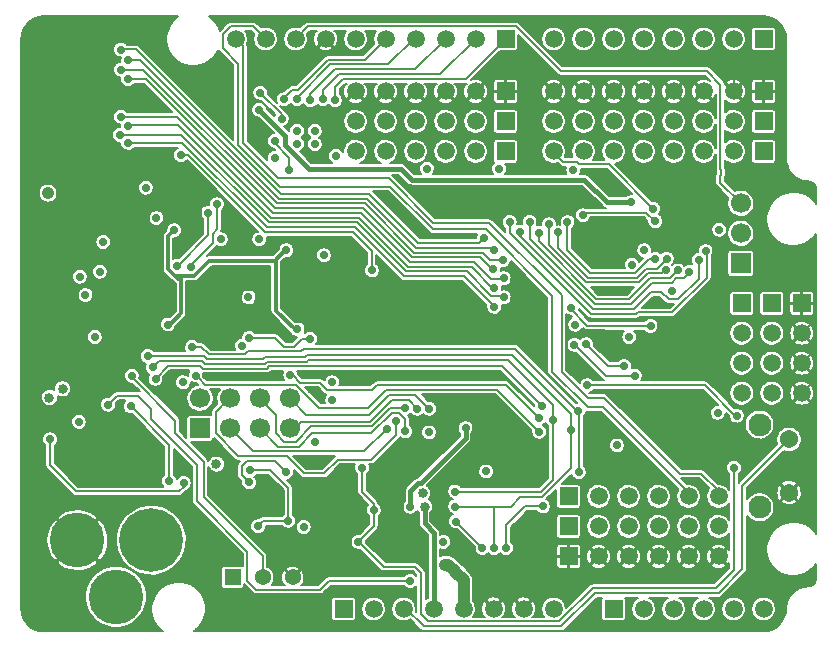
<source format=gbr>
G04 #@! TF.FileFunction,Copper,L4,Bot,Signal*
%FSLAX46Y46*%
G04 Gerber Fmt 4.6, Leading zero omitted, Abs format (unit mm)*
G04 Created by KiCad (PCBNEW 4.0.2+e4-6225~38~ubuntu16.04.1-stable) date jue 21 jul 2016 15:57:36 CEST*
%MOMM*%
G01*
G04 APERTURE LIST*
%ADD10C,0.100000*%
%ADD11C,4.620000*%
%ADD12C,5.380000*%
%ADD13R,1.500000X1.500000*%
%ADD14C,1.500000*%
%ADD15R,1.370000X1.370000*%
%ADD16C,1.370000*%
%ADD17C,1.540000*%
%ADD18C,1.930000*%
%ADD19R,1.700000X1.700000*%
%ADD20C,1.700000*%
%ADD21C,0.740000*%
%ADD22C,0.840000*%
%ADD23C,0.200000*%
%ADD24C,0.400000*%
%ADD25C,0.299000*%
%ADD26C,0.500000*%
%ADD27C,1.000000*%
%ADD28C,0.300000*%
G04 APERTURE END LIST*
D10*
D11*
X5410200Y8356600D03*
D12*
X11658600Y8356600D03*
D11*
X8661400Y3556000D03*
D13*
X41656000Y50800000D03*
D14*
X39116000Y50800000D03*
X36576000Y50800000D03*
X34036000Y50800000D03*
X31496000Y50800000D03*
X28956000Y50800000D03*
X26416000Y50800000D03*
X23876000Y50800000D03*
X21336000Y50800000D03*
X18796000Y50800000D03*
D13*
X41656000Y46355000D03*
D14*
X39116000Y46355000D03*
X36576000Y46355000D03*
X34036000Y46355000D03*
X31496000Y46355000D03*
X28956000Y46355000D03*
D13*
X41656000Y43815000D03*
D14*
X39116000Y43815000D03*
X36576000Y43815000D03*
X34036000Y43815000D03*
X31496000Y43815000D03*
X28956000Y43815000D03*
D13*
X41656000Y41275000D03*
D14*
X39116000Y41275000D03*
X36576000Y41275000D03*
X34036000Y41275000D03*
X31496000Y41275000D03*
X28956000Y41275000D03*
D13*
X63500000Y50800000D03*
D14*
X60960000Y50800000D03*
X58420000Y50800000D03*
X55880000Y50800000D03*
X53340000Y50800000D03*
X50800000Y50800000D03*
X48260000Y50800000D03*
X45720000Y50800000D03*
D13*
X63500000Y46355000D03*
D14*
X60960000Y46355000D03*
X58420000Y46355000D03*
X55880000Y46355000D03*
X53340000Y46355000D03*
X50800000Y46355000D03*
X48260000Y46355000D03*
X45720000Y46355000D03*
D13*
X63500000Y43815000D03*
D14*
X60960000Y43815000D03*
X58420000Y43815000D03*
X55880000Y43815000D03*
X53340000Y43815000D03*
X50800000Y43815000D03*
X48260000Y43815000D03*
X45720000Y43815000D03*
D13*
X63500000Y41275000D03*
D14*
X60960000Y41275000D03*
X58420000Y41275000D03*
X55880000Y41275000D03*
X53340000Y41275000D03*
X50800000Y41275000D03*
X48260000Y41275000D03*
X45720000Y41275000D03*
D15*
X18554700Y5207000D03*
D16*
X21094700Y5207000D03*
X23634700Y5207000D03*
D13*
X46990000Y6985000D03*
D14*
X49530000Y6985000D03*
X52070000Y6985000D03*
X54610000Y6985000D03*
X57150000Y6985000D03*
X59690000Y6985000D03*
D13*
X46990000Y12065000D03*
D14*
X49530000Y12065000D03*
X52070000Y12065000D03*
X54610000Y12065000D03*
X57150000Y12065000D03*
X59690000Y12065000D03*
D13*
X46990000Y9525000D03*
D14*
X49530000Y9525000D03*
X52070000Y9525000D03*
X54610000Y9525000D03*
X57150000Y9525000D03*
X59690000Y9525000D03*
D17*
X65659000Y16891000D03*
X65659000Y12382500D03*
D18*
X63157100Y18148300D03*
X63157100Y11137900D03*
D19*
X61569600Y31788100D03*
D20*
X61569600Y34328100D03*
X61569600Y36868100D03*
D13*
X66738500Y28422600D03*
D14*
X66738500Y25882600D03*
X66738500Y23342600D03*
X66738500Y20802600D03*
D13*
X64198500Y28422600D03*
D14*
X64198500Y25882600D03*
X64198500Y23342600D03*
X64198500Y20802600D03*
D13*
X61658500Y28422600D03*
D14*
X61658500Y25882600D03*
X61658500Y23342600D03*
X61658500Y20802600D03*
D13*
X27940000Y2540000D03*
D14*
X30480000Y2540000D03*
X33020000Y2540000D03*
X35560000Y2540000D03*
X38100000Y2540000D03*
X40640000Y2540000D03*
X43180000Y2540000D03*
X45720000Y2540000D03*
D13*
X50800000Y2540000D03*
D14*
X53340000Y2540000D03*
X55880000Y2540000D03*
X58420000Y2540000D03*
X60960000Y2540000D03*
X63500000Y2540000D03*
D19*
X15786100Y17830800D03*
D20*
X15786100Y20370800D03*
X18326100Y17830800D03*
X18326100Y20370800D03*
X20866100Y17830800D03*
X20866100Y20370800D03*
X23406100Y17830800D03*
X23406100Y20370800D03*
D21*
X23990000Y43000000D03*
X25500000Y43000000D03*
X24000000Y41900000D03*
X25500000Y41900000D03*
X20910000Y12530000D03*
X21910000Y12530000D03*
X21420000Y12030000D03*
X20910000Y11530000D03*
X21910000Y11530000D03*
X55470000Y35940000D03*
X56570000Y35940000D03*
X57670000Y35950000D03*
X55470000Y34840000D03*
X56570000Y34840000D03*
X57670000Y34840000D03*
X54900000Y17650000D03*
X56000000Y17640000D03*
X57090000Y17650000D03*
X54900000Y16550000D03*
X56000000Y16550000D03*
X57100000Y16550000D03*
X55770000Y26610000D03*
X56770000Y26620000D03*
X56280000Y26190000D03*
X55770000Y25690000D03*
X56770000Y25690000D03*
X7600000Y33600000D03*
X9700000Y42000000D03*
X40690000Y28110000D03*
X9700000Y43400000D03*
X40690000Y29730000D03*
X41490000Y28920000D03*
X9000000Y42660000D03*
X9100000Y44200000D03*
X41490000Y30530000D03*
X26720000Y42620000D03*
X25700000Y1480000D03*
X30500000Y29200000D03*
X43570000Y26150000D03*
X54600000Y52000000D03*
X43710000Y51920000D03*
X8300000Y52020000D03*
X1500000Y35020000D03*
X37030000Y35880000D03*
X21090000Y41920000D03*
X9100000Y29050000D03*
D22*
X4300000Y24200000D03*
X1765300Y30111700D03*
X1765300Y27698700D03*
D21*
X64100000Y39700000D03*
X1400000Y46100000D03*
X43870000Y13160000D03*
X47780000Y23210000D03*
X30800000Y12100000D03*
X30800000Y13400000D03*
X59000000Y17100000D03*
X24970000Y14690000D03*
D22*
X18110000Y7300000D03*
X16800000Y7300000D03*
X15990000Y8590000D03*
X15270000Y10100000D03*
X14400000Y10970000D03*
D21*
X9810000Y16730000D03*
X23280000Y25430000D03*
X25434200Y20904200D03*
X25400000Y22390000D03*
X21800000Y22300000D03*
X13370000Y21740000D03*
X16790000Y24780000D03*
X13180000Y24730000D03*
X13240000Y25680000D03*
X13180000Y27590000D03*
X12990000Y29880000D03*
X12510000Y34600000D03*
X15100000Y33830000D03*
X19400000Y34500000D03*
X23000000Y31900000D03*
X23740000Y29090000D03*
X26260000Y33440000D03*
X20104100Y42400000D03*
X34200000Y14010000D03*
X35800000Y13100000D03*
X33580000Y8200000D03*
X34820000Y8200000D03*
X36730000Y13480000D03*
X36400000Y10300000D03*
X42390000Y14290000D03*
X51070000Y15430000D03*
X52670000Y18920000D03*
X52080000Y24320000D03*
X51700000Y29440000D03*
X54620000Y28330000D03*
X55740000Y23650000D03*
X58318400Y29006800D03*
X52380000Y32630000D03*
X53098700Y35400000D03*
X33570000Y35660000D03*
X21370000Y43020000D03*
X36000000Y39800000D03*
X40100000Y39800000D03*
X43730000Y39730000D03*
X50300000Y38690000D03*
X46420000Y39670000D03*
X54110000Y39540000D03*
X52570000Y39730000D03*
X24840000Y48180000D03*
X21780000Y48120000D03*
X59210000Y39520000D03*
X57690000Y39720000D03*
X62670000Y39730000D03*
X9100000Y31500000D03*
X9090000Y30420000D03*
X6210000Y27030000D03*
X7000000Y23000000D03*
D22*
X4216400Y33600000D03*
D21*
X12100000Y37700000D03*
X9200000Y38100000D03*
X17100000Y45990000D03*
X40590000Y31290000D03*
X9700000Y47390000D03*
X40710000Y32900000D03*
X9700000Y49000000D03*
X41410000Y32060000D03*
X9100000Y48200000D03*
X39810000Y33910000D03*
X9100000Y49900000D03*
X30320000Y31200000D03*
X14150000Y40957500D03*
D22*
X2920000Y37740000D03*
X3040000Y20440000D03*
D21*
X27300000Y40900000D03*
X52340000Y31690000D03*
X22100000Y40740000D03*
X20800000Y33830000D03*
X52120000Y25560000D03*
X26970000Y20230000D03*
X14320000Y21720000D03*
X19310000Y24820000D03*
X17540000Y33840000D03*
X19890000Y28910000D03*
X26270000Y32480000D03*
X35170000Y17480000D03*
D22*
X34650000Y12350000D03*
D21*
X36398200Y8200000D03*
X40010000Y14180000D03*
X51080000Y16380000D03*
X59610000Y19150000D03*
X55730000Y29440000D03*
X53400000Y32900000D03*
X59740000Y34640000D03*
X35000000Y39800000D03*
X41100000Y39800000D03*
X7300000Y31090000D03*
X6880000Y25560000D03*
X12100000Y35620000D03*
X11200000Y38200000D03*
X13810000Y31600000D03*
X16500000Y36100000D03*
X15000000Y31480000D03*
X17220000Y36800000D03*
X6090000Y29110000D03*
X5611450Y30668550D03*
X25500000Y16700000D03*
X47380000Y39710000D03*
X47550000Y26600000D03*
X26970000Y21740000D03*
X33604200Y11195800D03*
X38270200Y17839800D03*
X24040000Y26200000D03*
X23100000Y32900000D03*
X13600000Y34600000D03*
X13070000Y26620000D03*
X24560000Y9480000D03*
X52280000Y36980000D03*
X5530000Y18380000D03*
D22*
X4150000Y21170000D03*
D21*
X20000000Y14280000D03*
X20700000Y9530000D03*
X23260000Y10000000D03*
X20790000Y44800000D03*
X25110000Y45600000D03*
X22900000Y45700000D03*
X27200000Y45600000D03*
X26170000Y45700000D03*
X24000000Y45700000D03*
X20890000Y46240000D03*
X22710000Y44040000D03*
X54140000Y36440000D03*
X14400000Y13210000D03*
X3090000Y16900000D03*
D22*
X17180000Y14810000D03*
X34800000Y11190000D03*
D21*
X9910000Y19680000D03*
X13160000Y13360000D03*
X44510000Y17550000D03*
X15410000Y22300000D03*
X61220000Y18910000D03*
X48570000Y21480000D03*
X44500000Y18700000D03*
X23430000Y22330000D03*
X11350000Y23950000D03*
X47200000Y17700000D03*
X40700000Y7700000D03*
X37400000Y11210000D03*
X15120000Y24710000D03*
X47850000Y14130000D03*
X47820000Y19300000D03*
X39700000Y7700000D03*
X37450000Y9940000D03*
X41700000Y7700000D03*
X44800000Y11214100D03*
X25100000Y25410000D03*
X19960000Y25510000D03*
X29500000Y14500000D03*
X61000000Y14500000D03*
X29200000Y8230000D03*
X30500000Y10900000D03*
X8000000Y19840000D03*
X33600000Y4900000D03*
D22*
X37400000Y5700000D03*
X36500000Y6300000D03*
D21*
X23360000Y39680000D03*
X22120000Y42170000D03*
X11770000Y23000000D03*
X37400000Y12480000D03*
X45660000Y18530000D03*
X44720000Y19730000D03*
X12020000Y22030000D03*
X10010000Y22280000D03*
X19940000Y13250000D03*
X23090000Y14120000D03*
X47490000Y24910000D03*
X52600000Y22290000D03*
X51700000Y23100000D03*
X48480000Y24940000D03*
X42000000Y35300000D03*
X58590000Y32830000D03*
X58010000Y32080000D03*
X42870000Y34470000D03*
X57210000Y31090000D03*
X43690000Y35310000D03*
X44450000Y34410000D03*
X56240000Y31200000D03*
X45340000Y35100000D03*
X55280000Y31200000D03*
X46120000Y34420000D03*
X55300000Y32200000D03*
X54310000Y32170000D03*
X46900000Y35290000D03*
X48200000Y35870000D03*
X54340000Y35350000D03*
X53930000Y26490000D03*
X47210000Y28030000D03*
X31650000Y17810000D03*
X32400000Y18430000D03*
X33160000Y17570000D03*
X33160000Y19580000D03*
X34200000Y19500000D03*
X35190000Y19500000D03*
D23*
X23995000Y42988500D02*
X23995000Y42995000D01*
X23995000Y42995000D02*
X24000000Y43000000D01*
X23995000Y41898500D02*
X23998500Y41898500D01*
X23998500Y41898500D02*
X24000000Y41900000D01*
X25505000Y42998500D02*
X25501500Y42998500D01*
X25501500Y42998500D02*
X25500000Y43000000D01*
X25505000Y41898500D02*
X25501500Y41898500D01*
X25501500Y41898500D02*
X25500000Y41900000D01*
D24*
X20907800Y12523100D02*
X20907800Y12527800D01*
X20907800Y12527800D02*
X20910000Y12530000D01*
X21907800Y12533100D02*
X21907800Y12532200D01*
X21907800Y12532200D02*
X21910000Y12530000D01*
X21410000Y12020000D02*
X21410000Y12024700D01*
X21410000Y12024700D02*
X21412200Y12026900D01*
X20907800Y11533100D02*
X20907800Y11532200D01*
X20907800Y11532200D02*
X20910000Y11530000D01*
X21907800Y11523100D02*
X21907800Y11527800D01*
X21907800Y11527800D02*
X21910000Y11530000D01*
D25*
X55472200Y35937800D02*
X55474200Y35937800D01*
X55470000Y35940000D02*
X55472200Y35937800D01*
X56574200Y35937800D02*
X56572200Y35937800D01*
X56572200Y35937800D02*
X56570000Y35940000D01*
X55474200Y34837800D02*
X55472200Y34837800D01*
X55472200Y34837800D02*
X55470000Y34840000D01*
X57674200Y35937800D02*
X57672200Y35937800D01*
X57672200Y35937800D02*
X57670000Y35940000D01*
D26*
X54895700Y17653100D02*
X54896900Y17653100D01*
X54896900Y17653100D02*
X54900000Y17650000D01*
D25*
X57674200Y34837800D02*
X57672200Y34837800D01*
X57672200Y34837800D02*
X57670000Y34840000D01*
X56574200Y34837800D02*
X56572200Y34837800D01*
X56572200Y34837800D02*
X56570000Y34840000D01*
D26*
X54895700Y16553100D02*
X54896900Y16553100D01*
X54896900Y16553100D02*
X54900000Y16550000D01*
D25*
X55766300Y26612600D02*
X55767400Y26612600D01*
X55767400Y26612600D02*
X55770000Y26610000D01*
D26*
X55995700Y16553100D02*
X55996900Y16553100D01*
X55996900Y16553100D02*
X56000000Y16550000D01*
X55995700Y17643100D02*
X55996900Y17643100D01*
X55996900Y17643100D02*
X56000000Y17640000D01*
X57095700Y16553100D02*
X57096900Y16553100D01*
X57096900Y16553100D02*
X57100000Y16550000D01*
X57095700Y17653100D02*
X57096900Y17653100D01*
X57096900Y17653100D02*
X57100000Y17650000D01*
D25*
X55766300Y25692600D02*
X55767400Y25692600D01*
X55767400Y25692600D02*
X55770000Y25690000D01*
D23*
X56271100Y26190000D02*
X56270000Y26190000D01*
X56273700Y26187400D02*
X56271100Y26190000D01*
D25*
X56766300Y25692600D02*
X56767400Y25692600D01*
X56767400Y25692600D02*
X56770000Y25690000D01*
X56776300Y26632600D02*
X56776300Y26626300D01*
X56776300Y26626300D02*
X56770000Y26620000D01*
D23*
X9700000Y42000000D02*
X11170000Y42000000D01*
X11170000Y42000000D02*
X14292936Y42000000D01*
X40690000Y28110000D02*
X40740000Y28110000D01*
X38140014Y30709986D02*
X40740000Y28110000D01*
X33060014Y30709986D02*
X38140014Y30709986D01*
X28910008Y34859992D02*
X33060014Y30709986D01*
X21432944Y34859992D02*
X28910008Y34859992D01*
X14292936Y42000000D02*
X21432944Y34859992D01*
X11170000Y42000000D02*
X11180000Y42010000D01*
X12340000Y43480000D02*
X13944312Y43480000D01*
X9700000Y43400000D02*
X9780000Y43480000D01*
X9780000Y43480000D02*
X12340000Y43480000D01*
X40690000Y29730000D02*
X40670000Y29750000D01*
X40670000Y29750000D02*
X40550000Y29750000D01*
X38790010Y31509990D02*
X40550000Y29750000D01*
X33394320Y31509990D02*
X38790010Y31509990D01*
X29244314Y35659996D02*
X33394320Y31509990D01*
X21764316Y35659996D02*
X29244314Y35659996D01*
X13944312Y43480000D02*
X21764316Y35659996D01*
X41370000Y29040000D02*
X40424312Y29040000D01*
X14178624Y42680000D02*
X21598630Y35259994D01*
X21598630Y35259994D02*
X29078628Y35259994D01*
X29078628Y35259994D02*
X33228634Y31109988D01*
X33228634Y31109988D02*
X38354324Y31109988D01*
X38354324Y31109988D02*
X40424312Y29040000D01*
X14178624Y42680000D02*
X10220000Y42680000D01*
X41370000Y29040000D02*
X41490000Y28920000D01*
X41490000Y28920000D02*
X41370000Y29040000D01*
X9020000Y42680000D02*
X10220000Y42680000D01*
X9000000Y42660000D02*
X9020000Y42680000D01*
X10220000Y42680000D02*
X10230000Y42680000D01*
X10230000Y42680000D02*
X10240000Y42680000D01*
X41450000Y30490000D02*
X40439992Y30490000D01*
X40439992Y30490000D02*
X39020000Y31909992D01*
X39020000Y31909992D02*
X33560006Y31909992D01*
X33560006Y31909992D02*
X29410000Y36059998D01*
X29410000Y36059998D02*
X21930002Y36059998D01*
X21930002Y36059998D02*
X15250000Y42740000D01*
X13810000Y44180000D02*
X15250000Y42740000D01*
X9120000Y44180000D02*
X13810000Y44180000D01*
X9100000Y44200000D02*
X9120000Y44180000D01*
X41450000Y30490000D02*
X41490000Y30530000D01*
X41490000Y30530000D02*
X41450000Y30490000D01*
X25700000Y1480000D02*
X25700000Y1470000D01*
X60960000Y47690000D02*
X59500000Y49150000D01*
X59500000Y49150000D02*
X55380000Y49150000D01*
X55380000Y49150000D02*
X54600000Y49930000D01*
X54600000Y49930000D02*
X54600000Y52000000D01*
X60960000Y46355000D02*
X60960000Y47690000D01*
D25*
X1760000Y30110000D02*
X1763600Y30110000D01*
X1763600Y30110000D02*
X1765300Y30111700D01*
X1760000Y27700000D02*
X1764000Y27700000D01*
X1764000Y27700000D02*
X1765300Y27698700D01*
D24*
X30799800Y12103800D02*
X30799800Y12100200D01*
X30799800Y12100200D02*
X30800000Y12100000D01*
X30799800Y13400200D02*
X30799800Y13403800D01*
X30800000Y13400000D02*
X30799800Y13400200D01*
X25434200Y20904200D02*
X25430000Y20900000D01*
D25*
X20104100Y42400000D02*
X20100000Y42400000D01*
X51700000Y29440000D02*
X51698300Y29440000D01*
D26*
X58320000Y29010000D02*
X58320000Y29008400D01*
X58320000Y29008400D02*
X58318400Y29006800D01*
X53098700Y35400000D02*
X53100000Y35400000D01*
D25*
X20104100Y42200000D02*
X20100000Y42200000D01*
X4216400Y33600000D02*
X4220000Y33600000D01*
D23*
X33730006Y32309994D02*
X39490006Y32309994D01*
X10670000Y47390000D02*
X11190000Y47390000D01*
X29580000Y36460000D02*
X33730006Y32309994D01*
X22120000Y36460000D02*
X29580000Y36460000D01*
X11190000Y47390000D02*
X22120000Y36460000D01*
X40510000Y31290000D02*
X40590000Y31290000D01*
X39490006Y32309994D02*
X40510000Y31290000D01*
X10670000Y47390000D02*
X10650000Y47390000D01*
X9700000Y47390000D02*
X10670000Y47390000D01*
X34074314Y33109998D02*
X40500002Y33109998D01*
X29914314Y37269998D02*
X34074314Y33109998D01*
X22454314Y37269998D02*
X25320000Y37269998D01*
X10722156Y49002156D02*
X22454314Y37269998D01*
X9702156Y49002156D02*
X10722156Y49002156D01*
X9700000Y49000000D02*
X9702156Y49002156D01*
X25320000Y37269998D02*
X29914314Y37269998D01*
X40500002Y33109998D02*
X40710000Y32900000D01*
X40560002Y33049998D02*
X40710000Y32900000D01*
X33900004Y32709996D02*
X39710004Y32709996D01*
X11395000Y47755000D02*
X11403624Y47755000D01*
X29740688Y36869312D02*
X33900004Y32709996D01*
X22289312Y36869312D02*
X29740688Y36869312D01*
X11403624Y47755000D02*
X22289312Y36869312D01*
X40360000Y32060000D02*
X41410000Y32060000D01*
X39710004Y32709996D02*
X40360000Y32060000D01*
X9100000Y48200000D02*
X10950000Y48200000D01*
X10950000Y48200000D02*
X11395000Y47755000D01*
X11395000Y47755000D02*
X11400000Y47750000D01*
X22620000Y37670000D02*
X30080000Y37670000D01*
X10280000Y49910000D02*
X10380000Y49910000D01*
X10380000Y49910000D02*
X22620000Y37670000D01*
X39410000Y33510000D02*
X39810000Y33910000D01*
X34240000Y33510000D02*
X38860000Y33510000D01*
X30080000Y37670000D02*
X34240000Y33510000D01*
X38860000Y33510000D02*
X39410000Y33510000D01*
X39810000Y33910000D02*
X39810000Y33940000D01*
X9110000Y49910000D02*
X10280000Y49910000D01*
X10280000Y49910000D02*
X10300000Y49910000D01*
X9100000Y49900000D02*
X9110000Y49910000D01*
X14150000Y40957500D02*
X14769748Y40957500D01*
X30320000Y31200000D02*
X30320000Y32470000D01*
X30320000Y32880000D02*
X30320000Y32470000D01*
X28750000Y34450000D02*
X30320000Y32880000D01*
X21277248Y34450000D02*
X28750000Y34450000D01*
X14769748Y40957500D02*
X21277248Y34450000D01*
X14150000Y40957500D02*
X14177500Y40930000D01*
D27*
X2920000Y37740000D02*
X2920000Y37738900D01*
D26*
X3040000Y20440000D02*
X3041400Y20441400D01*
D25*
X36398200Y8200000D02*
X36400000Y8200000D01*
D23*
X13810000Y31600000D02*
X13890000Y31600000D01*
X16450000Y36050000D02*
X16500000Y36100000D01*
X16450000Y34160000D02*
X16450000Y36050000D01*
X13890000Y31600000D02*
X16450000Y34160000D01*
X15000000Y31480000D02*
X15000000Y31630000D01*
X17220000Y34680000D02*
X17220000Y36800000D01*
X16860000Y34320000D02*
X17220000Y34680000D01*
X16860000Y33490000D02*
X16860000Y34320000D01*
X15000000Y31630000D02*
X16860000Y33490000D01*
D26*
X5611450Y30668550D02*
X5610000Y30670000D01*
D24*
X33604200Y11195800D02*
X33604200Y12504200D01*
X33604200Y12504200D02*
X34280000Y13180000D01*
X34280000Y13180000D02*
X34460000Y13180000D01*
X34460000Y13180000D02*
X38270200Y16990200D01*
X38270200Y16990200D02*
X38270200Y17839800D01*
X33604200Y11195800D02*
X33600000Y11200000D01*
D25*
X38270200Y17839800D02*
X38270000Y17840000D01*
D28*
X22200000Y27800000D02*
X22200000Y31960000D01*
D25*
X23800000Y26200000D02*
X22200000Y27800000D01*
X24040000Y26200000D02*
X23800000Y26200000D01*
D28*
X22200000Y31960000D02*
X22120000Y32040000D01*
X14380000Y30750000D02*
X15290000Y30750000D01*
X16580000Y32040000D02*
X22120000Y32040000D01*
X15290000Y30750000D02*
X16580000Y32040000D01*
X22980000Y32900000D02*
X23100000Y32900000D01*
X22120000Y32040000D02*
X22980000Y32900000D01*
X14190000Y30510000D02*
X13950000Y30510000D01*
X13950000Y30510000D02*
X13710000Y30750000D01*
X14190000Y27580000D02*
X14190000Y30510000D01*
X14190000Y30510000D02*
X14190000Y30560000D01*
D25*
X13070000Y26620000D02*
X13230000Y26620000D01*
X13230000Y26620000D02*
X14190000Y27580000D01*
D28*
X14190000Y30560000D02*
X14380000Y30750000D01*
X13080000Y34080000D02*
X13080000Y31310000D01*
D25*
X13600000Y34600000D02*
X13080000Y34080000D01*
D28*
X13640000Y30750000D02*
X13710000Y30750000D01*
X13080000Y31310000D02*
X13640000Y30750000D01*
X13710000Y30750000D02*
X14380000Y30750000D01*
D25*
X13600000Y34600000D02*
X13600000Y34600000D01*
X13070000Y26620000D02*
X13070000Y26630000D01*
D24*
X33700000Y38890000D02*
X48310000Y38890000D01*
X25000000Y39810000D02*
X32780000Y39810000D01*
X23000000Y41810000D02*
X25000000Y39810000D01*
X20800000Y44800000D02*
X20790000Y44800000D01*
X20800000Y44800000D02*
X23000000Y42600000D01*
X50220000Y36980000D02*
X48310000Y38890000D01*
X52280000Y36980000D02*
X50220000Y36980000D01*
X33700000Y38890000D02*
X32780000Y39810000D01*
X23000000Y42600000D02*
X23000000Y41810000D01*
D23*
X23260000Y10000000D02*
X23260000Y12740000D01*
X21720000Y14280000D02*
X20000000Y14280000D01*
X23260000Y12740000D02*
X21720000Y14280000D01*
X20700000Y9530000D02*
X20700000Y9550000D01*
X21150000Y10000000D02*
X23260000Y10000000D01*
X20700000Y9550000D02*
X21150000Y10000000D01*
X25110000Y45600000D02*
X25110000Y46118624D01*
X33996000Y48220000D02*
X36576000Y50800000D01*
X27211376Y48220000D02*
X33996000Y48220000D01*
X25110000Y46118624D02*
X27211376Y48220000D01*
X22900000Y45700000D02*
X22900000Y45800000D01*
X29736002Y49040002D02*
X31496000Y50800000D01*
X26650002Y49040002D02*
X29736002Y49040002D01*
X24090000Y46480000D02*
X26650002Y49040002D01*
X23580000Y46480000D02*
X24090000Y46480000D01*
X22900000Y45800000D02*
X23580000Y46480000D01*
X22900000Y45700000D02*
X22900000Y45690000D01*
X27200000Y45600000D02*
X27200000Y46690000D01*
X38266000Y47410000D02*
X41656000Y50800000D01*
X27920000Y47410000D02*
X38266000Y47410000D01*
X27200000Y46690000D02*
X27920000Y47410000D01*
X26170000Y45700000D02*
X26170000Y46472936D01*
X36135998Y47819998D02*
X39116000Y50800000D01*
X27517062Y47819998D02*
X36135998Y47819998D01*
X26170000Y46472936D02*
X27517062Y47819998D01*
X26150000Y45680000D02*
X26150000Y45600000D01*
X26170000Y45700000D02*
X26150000Y45680000D01*
X24000000Y45700000D02*
X24000000Y45824312D01*
X31736000Y48640000D02*
X33896000Y50800000D01*
X26815688Y48640000D02*
X31736000Y48640000D01*
X24000000Y45824312D02*
X26815688Y48640000D01*
X22710000Y44040000D02*
X22710000Y44420000D01*
X22710000Y44420000D02*
X20890000Y46240000D01*
X22700000Y44050000D02*
X22690000Y44050000D01*
X22710000Y44040000D02*
X22700000Y44050000D01*
X46560000Y40390000D02*
X47680000Y40390000D01*
X50400000Y40180000D02*
X54140000Y36440000D01*
X47890000Y40180000D02*
X50400000Y40180000D01*
X47680000Y40390000D02*
X47890000Y40180000D01*
X46560000Y40390000D02*
X45720000Y41230000D01*
X45720000Y41275000D02*
X45720000Y41230000D01*
X13690000Y12500000D02*
X14000000Y12500000D01*
X11030000Y12500000D02*
X13690000Y12500000D01*
X3090000Y14710000D02*
X5300000Y12500000D01*
X5300000Y12500000D02*
X11030000Y12500000D01*
X3090000Y16900000D02*
X3090000Y14710000D01*
X14400000Y12900000D02*
X14400000Y13210000D01*
X14000000Y12500000D02*
X14400000Y12900000D01*
D24*
X35610000Y6800000D02*
X35610000Y8980000D01*
X35610000Y6800000D02*
X35560000Y6750000D01*
X35560000Y2540000D02*
X35560000Y6750000D01*
X34800000Y9790000D02*
X34800000Y11190000D01*
X35610000Y8980000D02*
X34800000Y9790000D01*
D23*
X13160000Y13360000D02*
X13160000Y16430000D01*
X13160000Y16430000D02*
X9910000Y19680000D01*
X9910000Y19680000D02*
X9910000Y19680000D01*
D24*
X9910000Y19680000D02*
X9912500Y19677500D01*
D23*
X23790000Y21530000D02*
X23880000Y21530000D01*
X23880000Y21530000D02*
X24720000Y20690000D01*
X24720000Y20690000D02*
X24720000Y20670000D01*
X24720000Y20670000D02*
X25840000Y19550000D01*
X15410000Y22300000D02*
X15430002Y22300000D01*
X40960000Y21100000D02*
X44510000Y17550000D01*
X31530000Y21100000D02*
X40960000Y21100000D01*
X29980000Y19550000D02*
X31530000Y21100000D01*
X25840000Y19550000D02*
X29980000Y19550000D01*
X16190000Y21530000D02*
X23790000Y21530000D01*
X15660000Y22060000D02*
X16190000Y21530000D01*
X58490000Y21490000D02*
X58520000Y21490000D01*
X58490000Y21490000D02*
X48580000Y21490000D01*
X48580000Y21490000D02*
X48570000Y21480000D01*
X61100000Y18910000D02*
X61220000Y18910000D01*
X58520000Y21490000D02*
X61100000Y18910000D01*
X23430000Y22330000D02*
X23650000Y22330000D01*
X44500000Y18700000D02*
X41690000Y21510000D01*
X30800000Y21510000D02*
X41690000Y21510000D01*
X30350000Y21060000D02*
X30800000Y21510000D01*
X26580000Y21060000D02*
X30350000Y21060000D01*
X25930000Y21710000D02*
X26580000Y21060000D01*
X24270000Y21710000D02*
X25930000Y21710000D01*
X23650000Y22330000D02*
X24270000Y21710000D01*
X42175690Y24069998D02*
X47200000Y19045688D01*
X24660006Y23880004D02*
X24850000Y24069998D01*
X24850000Y24069998D02*
X42175690Y24069998D01*
X47200000Y19045688D02*
X47200000Y17700000D01*
X21100004Y23700004D02*
X21280004Y23880004D01*
X16355686Y23700004D02*
X21100004Y23700004D01*
X16105690Y23950000D02*
X16355686Y23700004D01*
X11350000Y23950000D02*
X16105690Y23950000D01*
X21280004Y23880004D02*
X24660006Y23880004D01*
X40690000Y11210000D02*
X42110000Y11210000D01*
X47200000Y14464102D02*
X44735898Y12000000D01*
X47200000Y14464102D02*
X47200000Y17700000D01*
X42900000Y12000000D02*
X44735898Y12000000D01*
X42110000Y11210000D02*
X42900000Y12000000D01*
X37400000Y11210000D02*
X40690000Y11210000D01*
X40700000Y11200000D02*
X40700000Y7700000D01*
X40690000Y11210000D02*
X40700000Y11200000D01*
X42450000Y24590000D02*
X24570000Y24590000D01*
X42450000Y24590000D02*
X47820000Y19220000D01*
X47820000Y19300000D02*
X47820000Y19220000D01*
X19834318Y24350006D02*
X24330006Y24350006D01*
X15911378Y24710000D02*
X16521372Y24100006D01*
X16521372Y24100006D02*
X19584318Y24100006D01*
X19584318Y24100006D02*
X19834318Y24350006D01*
X15120000Y24710000D02*
X15911378Y24710000D01*
X24330006Y24350006D02*
X24570000Y24590000D01*
X47900000Y19300000D02*
X47880000Y19280000D01*
X47880000Y19280000D02*
X47880000Y14160000D01*
X47880000Y14160000D02*
X47850000Y14130000D01*
X47820000Y19300000D02*
X47900000Y19300000D01*
X37450000Y9940000D02*
X37460000Y9940000D01*
X37460000Y9940000D02*
X39700000Y7700000D01*
X41700000Y7700000D02*
X41700000Y9610000D01*
X43304100Y11214100D02*
X44800000Y11214100D01*
X41700000Y9610000D02*
X43304100Y11214100D01*
D25*
X44800000Y11214100D02*
X44800000Y11210000D01*
D23*
X22880000Y24750008D02*
X23750008Y24750008D01*
X19960000Y25510000D02*
X22120008Y25510000D01*
X22120008Y25510000D02*
X22880000Y24750008D01*
X24410000Y25410000D02*
X25100000Y25410000D01*
X23750008Y24750008D02*
X24410000Y25410000D01*
X35550000Y35200000D02*
X40290000Y35200000D01*
X35550000Y35200000D02*
X31749996Y39000004D01*
X31749996Y39000004D02*
X22421372Y39000004D01*
X22421372Y39000004D02*
X19430000Y41991376D01*
X19430000Y50166000D02*
X19430000Y41991376D01*
X58190000Y14000000D02*
X59690000Y12500000D01*
X46400000Y29090000D02*
X40290000Y35200000D01*
X46400000Y22600000D02*
X46400000Y29090000D01*
X48600000Y20400000D02*
X46400000Y22600000D01*
X50000000Y20400000D02*
X48600000Y20400000D01*
X56400000Y14000000D02*
X50000000Y20400000D01*
X56400000Y14000000D02*
X58190000Y14000000D01*
X19430000Y50166000D02*
X18796000Y50800000D01*
X59690000Y12065000D02*
X59690000Y12500000D01*
X19020000Y41835688D02*
X19020000Y48720000D01*
X45600000Y29070000D02*
X45600000Y22600000D01*
X19020000Y48720000D02*
X17740000Y50000000D01*
X17740000Y50000000D02*
X17740000Y51230000D01*
X17740000Y51230000D02*
X18370000Y51860000D01*
X18370000Y51860000D02*
X20276000Y51860000D01*
X21336000Y50800000D02*
X20276000Y51860000D01*
X45600000Y29070000D02*
X39970000Y34700000D01*
X39970000Y34700000D02*
X35480000Y34700000D01*
X35480000Y34700000D02*
X31879998Y38300002D01*
X48600000Y19600000D02*
X45600000Y22600000D01*
X49920000Y19600000D02*
X48600000Y19600000D01*
X49920000Y19600000D02*
X57150000Y12370000D01*
X22555686Y38300002D02*
X19020000Y41835688D01*
X22555686Y38300002D02*
X31879998Y38300002D01*
X57150000Y12065000D02*
X57150000Y12370000D01*
X30500000Y10900000D02*
X30500000Y11440000D01*
X29500000Y12440000D02*
X29500000Y14500000D01*
X30500000Y11440000D02*
X29500000Y12440000D01*
X34500000Y5600000D02*
X34500000Y2100000D01*
X34500000Y2100000D02*
X35120000Y1480000D01*
X33990000Y6110000D02*
X34500000Y5600000D01*
X31330000Y6110000D02*
X33990000Y6110000D01*
X35120000Y1480000D02*
X46220000Y1480000D01*
X46220000Y1480000D02*
X49040000Y4300000D01*
X49040000Y4300000D02*
X59500000Y4300000D01*
X59500000Y4300000D02*
X61000000Y5800000D01*
X61000000Y5800000D02*
X61000000Y14500000D01*
X29200000Y8230000D02*
X29210000Y8230000D01*
X29210000Y8230000D02*
X31330000Y6110000D01*
X30500000Y10900000D02*
X30500000Y9530000D01*
X30500000Y9530000D02*
X29200000Y8230000D01*
X33260000Y2540000D02*
X34720002Y1079998D01*
X34720002Y1079998D02*
X46385686Y1079998D01*
X46385686Y1079998D02*
X49195688Y3890000D01*
X49195688Y3890000D02*
X59690000Y3890000D01*
X65659000Y16891000D02*
X65631000Y16891000D01*
X65631000Y16891000D02*
X61710000Y12970000D01*
X61710000Y5910000D02*
X59690000Y3890000D01*
X61710000Y12970000D02*
X61710000Y5910000D01*
X15500000Y11680000D02*
X19800000Y7380000D01*
X20550000Y4170000D02*
X19800000Y4920000D01*
X15500000Y14740000D02*
X15500000Y11680000D01*
X15500000Y14740000D02*
X11600000Y18640000D01*
X11600000Y18640000D02*
X11600000Y19500000D01*
X11600000Y19500000D02*
X10510000Y20590000D01*
X10510000Y20590000D02*
X8750000Y20590000D01*
X8750000Y20590000D02*
X8000000Y19840000D01*
X19800000Y7380000D02*
X19800000Y4920000D01*
X26670000Y4900000D02*
X25940000Y4170000D01*
X25940000Y4170000D02*
X20550000Y4170000D01*
X33600000Y4900000D02*
X26670000Y4900000D01*
X20550000Y4170000D02*
X20540000Y4170000D01*
D27*
X37400000Y5710000D02*
X36810000Y6300000D01*
X36810000Y6300000D02*
X36500000Y6300000D01*
X38100000Y5000000D02*
X38100000Y2540000D01*
X38100000Y5000000D02*
X37400000Y5700000D01*
X37400000Y5700000D02*
X37400000Y5710000D01*
D23*
X23360000Y39680000D02*
X23360000Y40740000D01*
X22120000Y41980000D02*
X22120000Y42170000D01*
X23360000Y40740000D02*
X22120000Y41980000D01*
X41870000Y23600000D02*
X45660000Y19810000D01*
X24820006Y23470002D02*
X24950004Y23600000D01*
X24950004Y23600000D02*
X41870000Y23600000D01*
X11770000Y23000000D02*
X12310002Y23540002D01*
X12310002Y23540002D02*
X15950000Y23540002D01*
X15950000Y23540002D02*
X16200000Y23290002D01*
X16200000Y23290002D02*
X21264314Y23290002D01*
X21264314Y23290002D02*
X21444314Y23470002D01*
X45660000Y19810000D02*
X45660000Y18530000D01*
X21444314Y23470002D02*
X24820006Y23470002D01*
X11770000Y23000000D02*
X11770000Y23000000D01*
X45660000Y18530000D02*
X45660000Y13490000D01*
X44650000Y12480000D02*
X37400000Y12480000D01*
X45660000Y13490000D02*
X44650000Y12480000D01*
X21610000Y23070000D02*
X41380000Y23070000D01*
X12020000Y22040000D02*
X13110000Y23130000D01*
X13110000Y23130000D02*
X15790000Y23130000D01*
X15790000Y23130000D02*
X16030000Y22890000D01*
X16030000Y22890000D02*
X21430000Y22890000D01*
X21430000Y22890000D02*
X21610000Y23070000D01*
X12020000Y22030000D02*
X12020000Y22040000D01*
X41380000Y23070000D02*
X44720000Y19730000D01*
X12020000Y22030000D02*
X12030000Y22030000D01*
X13700000Y18490000D02*
X13700000Y17410000D01*
X9910000Y22280000D02*
X13700000Y18490000D01*
X21094700Y5207000D02*
X21094700Y6985300D01*
X16100000Y15010000D02*
X13700000Y17410000D01*
X16100000Y11980000D02*
X16100000Y15010000D01*
X21094700Y6985300D02*
X16100000Y11980000D01*
X10010000Y22280000D02*
X9910000Y22280000D01*
X22150000Y15060000D02*
X23090000Y14120000D01*
X19740000Y15060000D02*
X22150000Y15060000D01*
X19310000Y14630000D02*
X19740000Y15060000D01*
X19310000Y13890000D02*
X19310000Y14630000D01*
X19940000Y13260000D02*
X19310000Y13890000D01*
X19940000Y13250000D02*
X19940000Y13260000D01*
X47490000Y24910000D02*
X47500000Y24910000D01*
X52170000Y22220000D02*
X52600000Y22290000D01*
X50190000Y22220000D02*
X52170000Y22220000D01*
X47500000Y24910000D02*
X50190000Y22220000D01*
X48480000Y24930000D02*
X50310000Y23100000D01*
X50310000Y23100000D02*
X51700000Y23100000D01*
X48480000Y24940000D02*
X48480000Y24930000D01*
X42000000Y34390000D02*
X48860000Y27530000D01*
X58590000Y32570000D02*
X58700000Y32460000D01*
X58700000Y32460000D02*
X58700000Y30600000D01*
X58700000Y30600000D02*
X55750000Y27650000D01*
X55750000Y27650000D02*
X52860000Y27650000D01*
X52860000Y27650000D02*
X52740000Y27530000D01*
X52740000Y27530000D02*
X48860000Y27530000D01*
X58590000Y32830000D02*
X58590000Y32570000D01*
X42000000Y35300000D02*
X42000000Y34390000D01*
X42870000Y34470000D02*
X42870000Y34100000D01*
X52510002Y27930002D02*
X52520000Y27940000D01*
X53970000Y29390000D02*
X52520000Y27940000D01*
X54830000Y29390000D02*
X53970000Y29390000D01*
X58010000Y30480000D02*
X56290000Y28760000D01*
X56290000Y28760000D02*
X55460000Y28760000D01*
X55460000Y28760000D02*
X54830000Y29390000D01*
X58010000Y32080000D02*
X58010000Y30480000D01*
X49039998Y27930002D02*
X52510002Y27930002D01*
X42870000Y34100000D02*
X49039998Y27930002D01*
X42870000Y34180000D02*
X42870000Y34470000D01*
X57210000Y31090000D02*
X57210000Y30970000D01*
X54017156Y30119998D02*
X54017156Y30117156D01*
X55715686Y30119998D02*
X54017156Y30119998D01*
X56115688Y30520000D02*
X55715686Y30119998D01*
X56760000Y30520000D02*
X56115688Y30520000D01*
X57210000Y30970000D02*
X56760000Y30520000D01*
X49586108Y28350000D02*
X49190000Y28350000D01*
X49190000Y28350000D02*
X43690000Y33850000D01*
X43690000Y33850000D02*
X43690000Y35310000D01*
X52250000Y28350000D02*
X49586108Y28350000D01*
X54017156Y30117156D02*
X52250000Y28350000D01*
X54017156Y30117156D02*
X54017156Y30117156D01*
X57210000Y31090000D02*
X57120000Y31090000D01*
X43690000Y35080000D02*
X43690000Y35310000D01*
X44450000Y34410000D02*
X44450000Y33655688D01*
X56240000Y31210000D02*
X55550000Y30520000D01*
X55550000Y30520000D02*
X53850000Y30520000D01*
X53850000Y30520000D02*
X52090000Y28760000D01*
X52090000Y28760000D02*
X49843584Y28760000D01*
X56240000Y31200000D02*
X56240000Y31210000D01*
X49345688Y28760000D02*
X49843584Y28760000D01*
X44450000Y33655688D02*
X49345688Y28760000D01*
X48481376Y30190000D02*
X52950000Y30190000D01*
X45340000Y33331376D02*
X48481376Y30190000D01*
X55170000Y31200000D02*
X54927156Y30957156D01*
X54927156Y30957156D02*
X53717156Y30957156D01*
X53717156Y30957156D02*
X52950000Y30190000D01*
X55280000Y31200000D02*
X55170000Y31200000D01*
X45340000Y33331376D02*
X45340000Y35100000D01*
X52790000Y30600000D02*
X48637064Y30600000D01*
X54460000Y31360000D02*
X53550000Y31360000D01*
X53550000Y31360000D02*
X52790000Y30600000D01*
X55300000Y32200000D02*
X54460000Y31360000D01*
X46120000Y33117064D02*
X46120000Y34420000D01*
X48637064Y30600000D02*
X46120000Y33117064D01*
X52630000Y31010000D02*
X48792752Y31010000D01*
X53790000Y32170000D02*
X52630000Y31010000D01*
X54310000Y32170000D02*
X53790000Y32170000D01*
X46900000Y32902752D02*
X46900000Y35290000D01*
X48792752Y31010000D02*
X46900000Y32902752D01*
X54340000Y35350000D02*
X54280000Y35350000D01*
X48420000Y36090000D02*
X48200000Y35870000D01*
X53540000Y36090000D02*
X48420000Y36090000D01*
X54280000Y35350000D02*
X53540000Y36090000D01*
X47210000Y28030000D02*
X47070000Y28030000D01*
X48579009Y26520991D02*
X53930000Y26490000D01*
X47070000Y28030000D02*
X48579009Y26520991D01*
X20290000Y15870000D02*
X29710000Y15870000D01*
X18326100Y17833900D02*
X20290000Y15870000D01*
X29710000Y15870000D02*
X31650000Y17810000D01*
X18326100Y17830800D02*
X18326100Y17833900D01*
X31650000Y17780000D02*
X31650000Y17810000D01*
X18326100Y17830800D02*
X18326100Y17823900D01*
X19039998Y15460002D02*
X23139998Y15460002D01*
X32400000Y18430000D02*
X32400000Y17300000D01*
X17100000Y17400000D02*
X19039998Y15460002D01*
X17100000Y19190000D02*
X17100000Y17400000D01*
X17100000Y19190000D02*
X18280800Y20370800D01*
X30280000Y15180000D02*
X32400000Y17300000D01*
X27480000Y15180000D02*
X30280000Y15180000D01*
X26310000Y14010000D02*
X27480000Y15180000D01*
X24590000Y14010000D02*
X26310000Y14010000D01*
X23139998Y15460002D02*
X24590000Y14010000D01*
X18326100Y20370800D02*
X18280800Y20370800D01*
X20866100Y17830800D02*
X20899200Y17830800D01*
X20869200Y17830800D02*
X22420002Y16279998D01*
X22420002Y16279998D02*
X24129998Y16279998D01*
X24129998Y16279998D02*
X25250000Y17400000D01*
X32670000Y19110000D02*
X33160000Y18620000D01*
X33160000Y18620000D02*
X33160000Y17570000D01*
X32000000Y19110000D02*
X32670000Y19110000D01*
X30290000Y17400000D02*
X32000000Y19110000D01*
X25250000Y17400000D02*
X30290000Y17400000D01*
X20866100Y20370800D02*
X20866100Y20313900D01*
X20866100Y20313900D02*
X22200000Y18980000D01*
X22200000Y18980000D02*
X22200000Y17410000D01*
X22200000Y17410000D02*
X22930000Y16680000D01*
X22930000Y16680000D02*
X23890000Y16680000D01*
X23890000Y16680000D02*
X25199998Y17989998D01*
X25199998Y17989998D02*
X30309998Y17989998D01*
X30309998Y17989998D02*
X31900000Y19580000D01*
X31900000Y19580000D02*
X33160000Y19580000D01*
X23406100Y17830800D02*
X23760800Y17830800D01*
X23760800Y17830800D02*
X24320000Y18390000D01*
X24320000Y18390000D02*
X30140000Y18390000D01*
X32010000Y20260000D02*
X30140000Y18390000D01*
X32010000Y20260000D02*
X33440000Y20260000D01*
X33440000Y20260000D02*
X34200000Y19500000D01*
X23406100Y20370800D02*
X23406100Y20363900D01*
X23406100Y20363900D02*
X24779198Y18990802D01*
X24779198Y18990802D02*
X30090802Y18990802D01*
X30090802Y18990802D02*
X31790000Y20690000D01*
X31790000Y20690000D02*
X34000000Y20690000D01*
X34000000Y20690000D02*
X35190000Y19500000D01*
X46310000Y48100000D02*
X58680000Y48100000D01*
X59800000Y38630000D02*
X59800000Y39200000D01*
X59800000Y39200000D02*
X59890000Y39290000D01*
X59890000Y39290000D02*
X59890000Y39720000D01*
X59890000Y39720000D02*
X59840000Y39770000D01*
X59840000Y39770000D02*
X59840000Y46940000D01*
X59840000Y46940000D02*
X58680000Y48100000D01*
X23876000Y50800000D02*
X24936000Y51860000D01*
X42550000Y51860000D02*
X24936000Y51860000D01*
X46310000Y48100000D02*
X42550000Y51860000D01*
X59800000Y38630000D02*
X61561900Y36868100D01*
X61569600Y36868100D02*
X61511900Y36868100D01*
X61569600Y36868100D02*
X61569600Y36870400D01*
G36*
X13791838Y52601151D02*
X13469572Y52285565D01*
X13214742Y51913395D01*
X13037053Y51498816D01*
X12943274Y51057619D01*
X12936976Y50606610D01*
X13018400Y50162967D01*
X13184444Y49743588D01*
X13428783Y49364447D01*
X13742111Y49039987D01*
X14112493Y48782564D01*
X14525822Y48601986D01*
X14966353Y48505129D01*
X15417308Y48495682D01*
X15861508Y48574007D01*
X16282036Y48737119D01*
X16662873Y48978805D01*
X16989513Y49289861D01*
X17249515Y49658437D01*
X17355449Y49896368D01*
X17358301Y49886923D01*
X17368606Y49851453D01*
X17369574Y49849585D01*
X17370182Y49847572D01*
X17387531Y49814942D01*
X17404532Y49782145D01*
X17405844Y49780502D01*
X17406832Y49778643D01*
X17430202Y49749989D01*
X17453236Y49721134D01*
X17456124Y49718204D01*
X17456172Y49718146D01*
X17456226Y49718101D01*
X17457157Y49717157D01*
X18620000Y48554315D01*
X18620000Y42235686D01*
X10662843Y50192843D01*
X10634258Y50216323D01*
X10605987Y50240045D01*
X10604145Y50241058D01*
X10602518Y50242394D01*
X10569947Y50259858D01*
X10537577Y50277654D01*
X10535571Y50278290D01*
X10533718Y50279284D01*
X10498421Y50290075D01*
X10463165Y50301259D01*
X10461071Y50301494D01*
X10459062Y50302108D01*
X10422313Y50305841D01*
X10385585Y50309961D01*
X10381478Y50309990D01*
X10381396Y50309998D01*
X10381320Y50309991D01*
X10380000Y50310000D01*
X9632029Y50310000D01*
X9621725Y50325509D01*
X9529141Y50418742D01*
X9420210Y50492216D01*
X9299083Y50543134D01*
X9170373Y50569554D01*
X9038982Y50570471D01*
X8909916Y50545850D01*
X8788090Y50496629D01*
X8678144Y50424683D01*
X8584267Y50332752D01*
X8510034Y50224337D01*
X8458272Y50103568D01*
X8430954Y49975046D01*
X8429119Y49843665D01*
X8452838Y49714429D01*
X8501208Y49592262D01*
X8572385Y49481817D01*
X8663658Y49387300D01*
X8771552Y49312312D01*
X8891957Y49259709D01*
X9020285Y49231494D01*
X9069797Y49230457D01*
X9058272Y49203568D01*
X9030954Y49075046D01*
X9029119Y48943665D01*
X9042557Y48870446D01*
X9038982Y48870471D01*
X8909916Y48845850D01*
X8788090Y48796629D01*
X8678144Y48724683D01*
X8584267Y48632752D01*
X8510034Y48524337D01*
X8458272Y48403568D01*
X8430954Y48275046D01*
X8429119Y48143665D01*
X8452838Y48014429D01*
X8501208Y47892262D01*
X8572385Y47781817D01*
X8663658Y47687300D01*
X8771552Y47612312D01*
X8891957Y47559709D01*
X9020285Y47531494D01*
X9044968Y47530977D01*
X9030954Y47465046D01*
X9029119Y47333665D01*
X9052838Y47204429D01*
X9101208Y47082262D01*
X9172385Y46971817D01*
X9263658Y46877300D01*
X9371552Y46802312D01*
X9491957Y46749709D01*
X9620285Y46721494D01*
X9751650Y46718742D01*
X9881048Y46741559D01*
X10003550Y46789074D01*
X10114489Y46859478D01*
X10209641Y46950090D01*
X10237794Y46990000D01*
X11024314Y46990000D01*
X13434314Y44580000D01*
X9651961Y44580000D01*
X9621725Y44625509D01*
X9529141Y44718742D01*
X9420210Y44792216D01*
X9299083Y44843134D01*
X9170373Y44869554D01*
X9038982Y44870471D01*
X8909916Y44845850D01*
X8788090Y44796629D01*
X8678144Y44724683D01*
X8584267Y44632752D01*
X8510034Y44524337D01*
X8458272Y44403568D01*
X8430954Y44275046D01*
X8429119Y44143665D01*
X8452838Y44014429D01*
X8501208Y43892262D01*
X8572385Y43781817D01*
X8663658Y43687300D01*
X8771552Y43612312D01*
X8891957Y43559709D01*
X9020285Y43531494D01*
X9042852Y43531021D01*
X9030954Y43475046D01*
X9029119Y43343665D01*
X9031659Y43329824D01*
X8938982Y43330471D01*
X8809916Y43305850D01*
X8688090Y43256629D01*
X8578144Y43184683D01*
X8484267Y43092752D01*
X8410034Y42984337D01*
X8358272Y42863568D01*
X8330954Y42735046D01*
X8329119Y42603665D01*
X8352838Y42474429D01*
X8401208Y42352262D01*
X8472385Y42241817D01*
X8563658Y42147300D01*
X8671552Y42072312D01*
X8791957Y42019709D01*
X8920285Y41991494D01*
X9029755Y41989201D01*
X9029119Y41943665D01*
X9052838Y41814429D01*
X9101208Y41692262D01*
X9172385Y41581817D01*
X9263658Y41487300D01*
X9371552Y41412312D01*
X9491957Y41359709D01*
X9620285Y41331494D01*
X9751650Y41328742D01*
X9881048Y41351559D01*
X10003550Y41399074D01*
X10114489Y41469478D01*
X10209641Y41560090D01*
X10237794Y41600000D01*
X13951624Y41600000D01*
X13838090Y41554129D01*
X13728144Y41482183D01*
X13634267Y41390252D01*
X13560034Y41281837D01*
X13508272Y41161068D01*
X13480954Y41032546D01*
X13479119Y40901165D01*
X13502838Y40771929D01*
X13551208Y40649762D01*
X13622385Y40539317D01*
X13713658Y40444800D01*
X13821552Y40369812D01*
X13941957Y40317209D01*
X14070285Y40288994D01*
X14201650Y40286242D01*
X14331048Y40309059D01*
X14453550Y40356574D01*
X14564489Y40426978D01*
X14651615Y40509947D01*
X20673569Y34487993D01*
X20609916Y34475850D01*
X20488090Y34426629D01*
X20378144Y34354683D01*
X20284267Y34262752D01*
X20210034Y34154337D01*
X20158272Y34033568D01*
X20130954Y33905046D01*
X20129119Y33773665D01*
X20152838Y33644429D01*
X20201208Y33522262D01*
X20272385Y33411817D01*
X20363658Y33317300D01*
X20471552Y33242312D01*
X20591957Y33189709D01*
X20720285Y33161494D01*
X20851650Y33158742D01*
X20981048Y33181559D01*
X21103550Y33229074D01*
X21214489Y33299478D01*
X21309641Y33390090D01*
X21385381Y33497458D01*
X21438823Y33617492D01*
X21467933Y33745620D01*
X21470029Y33895697D01*
X21444508Y34024588D01*
X21434034Y34050000D01*
X28584314Y34050000D01*
X29920000Y32714314D01*
X29920000Y31738985D01*
X29898144Y31724683D01*
X29804267Y31632752D01*
X29730034Y31524337D01*
X29678272Y31403568D01*
X29650954Y31275046D01*
X29649119Y31143665D01*
X29672838Y31014429D01*
X29721208Y30892262D01*
X29792385Y30781817D01*
X29883658Y30687300D01*
X29991552Y30612312D01*
X30111957Y30559709D01*
X30240285Y30531494D01*
X30371650Y30528742D01*
X30501048Y30551559D01*
X30623550Y30599074D01*
X30734489Y30669478D01*
X30829641Y30760090D01*
X30905381Y30867458D01*
X30958823Y30987492D01*
X30987933Y31115620D01*
X30990029Y31265697D01*
X30964508Y31394588D01*
X30914437Y31516068D01*
X30841725Y31625509D01*
X30749141Y31718742D01*
X30720000Y31738398D01*
X30720000Y32484314D01*
X32777171Y30427143D01*
X32805756Y30403663D01*
X32834027Y30379941D01*
X32835869Y30378928D01*
X32837496Y30377592D01*
X32870067Y30360128D01*
X32902437Y30342332D01*
X32904443Y30341696D01*
X32906296Y30340702D01*
X32941634Y30329898D01*
X32976849Y30318727D01*
X32978938Y30318493D01*
X32980952Y30317877D01*
X33017751Y30314139D01*
X33054429Y30310025D01*
X33058536Y30309996D01*
X33058618Y30309988D01*
X33058694Y30309995D01*
X33060014Y30309986D01*
X37974328Y30309986D01*
X40034682Y28249633D01*
X40020954Y28185046D01*
X40019119Y28053665D01*
X40042838Y27924429D01*
X40091208Y27802262D01*
X40162385Y27691817D01*
X40253658Y27597300D01*
X40361552Y27522312D01*
X40481957Y27469709D01*
X40610285Y27441494D01*
X40741650Y27438742D01*
X40871048Y27461559D01*
X40993550Y27509074D01*
X41104489Y27579478D01*
X41199641Y27670090D01*
X41275381Y27777458D01*
X41328823Y27897492D01*
X41357933Y28025620D01*
X41360029Y28175697D01*
X41342050Y28266497D01*
X41410285Y28251494D01*
X41541650Y28248742D01*
X41671048Y28271559D01*
X41793550Y28319074D01*
X41904489Y28389478D01*
X41999641Y28480090D01*
X42075381Y28587458D01*
X42128823Y28707492D01*
X42157933Y28835620D01*
X42160029Y28985697D01*
X42134508Y29114588D01*
X42084437Y29236068D01*
X42011725Y29345509D01*
X41919141Y29438742D01*
X41810210Y29512216D01*
X41689083Y29563134D01*
X41560373Y29589554D01*
X41428982Y29590471D01*
X41341617Y29573805D01*
X41357933Y29645620D01*
X41360029Y29795697D01*
X41344120Y29876041D01*
X41410285Y29861494D01*
X41541650Y29858742D01*
X41671048Y29881559D01*
X41793550Y29929074D01*
X41904489Y29999478D01*
X41999641Y30090090D01*
X42075381Y30197458D01*
X42128823Y30317492D01*
X42157933Y30445620D01*
X42160029Y30595697D01*
X42134508Y30724588D01*
X42084437Y30846068D01*
X42011725Y30955509D01*
X41919141Y31048742D01*
X41810210Y31122216D01*
X41689083Y31173134D01*
X41560373Y31199554D01*
X41428982Y31200471D01*
X41299916Y31175850D01*
X41246243Y31154164D01*
X41257933Y31205620D01*
X41260029Y31355697D01*
X41249421Y31409273D01*
X41330285Y31391494D01*
X41461650Y31388742D01*
X41591048Y31411559D01*
X41713550Y31459074D01*
X41824489Y31529478D01*
X41919641Y31620090D01*
X41995381Y31727458D01*
X42048823Y31847492D01*
X42077933Y31975620D01*
X42078632Y32025682D01*
X45200000Y28904315D01*
X45200000Y22600000D01*
X45203607Y22563216D01*
X45206826Y22526420D01*
X45207413Y22524401D01*
X45207618Y22522306D01*
X45218301Y22486923D01*
X45228606Y22451453D01*
X45229574Y22449585D01*
X45230182Y22447572D01*
X45247531Y22414942D01*
X45264532Y22382145D01*
X45265844Y22380502D01*
X45266832Y22378643D01*
X45290202Y22349989D01*
X45313236Y22321134D01*
X45316124Y22318204D01*
X45316172Y22318146D01*
X45316226Y22318101D01*
X45317157Y22317157D01*
X47679085Y19955230D01*
X47655043Y19950643D01*
X42732843Y24872843D01*
X42704258Y24896323D01*
X42675987Y24920045D01*
X42674145Y24921058D01*
X42672518Y24922394D01*
X42639947Y24939858D01*
X42607577Y24957654D01*
X42605571Y24958290D01*
X42603718Y24959284D01*
X42568421Y24970075D01*
X42533165Y24981259D01*
X42531071Y24981494D01*
X42529062Y24982108D01*
X42492313Y24985841D01*
X42455585Y24989961D01*
X42451478Y24989990D01*
X42451396Y24989998D01*
X42451320Y24989991D01*
X42450000Y24990000D01*
X25623686Y24990000D01*
X25685381Y25077458D01*
X25738823Y25197492D01*
X25767933Y25325620D01*
X25770029Y25475697D01*
X25744508Y25604588D01*
X25694437Y25726068D01*
X25621725Y25835509D01*
X25529141Y25928742D01*
X25420210Y26002216D01*
X25299083Y26053134D01*
X25170373Y26079554D01*
X25038982Y26080471D01*
X24909916Y26055850D01*
X24788090Y26006629D01*
X24678144Y25934683D01*
X24637661Y25895039D01*
X24678823Y25987492D01*
X24707933Y26115620D01*
X24710029Y26265697D01*
X24684508Y26394588D01*
X24634437Y26516068D01*
X24561725Y26625509D01*
X24469141Y26718742D01*
X24360210Y26792216D01*
X24239083Y26843134D01*
X24110373Y26869554D01*
X23978982Y26870471D01*
X23849916Y26845850D01*
X23807127Y26828562D01*
X22650000Y27985688D01*
X22650000Y31933604D01*
X22960938Y32244542D01*
X23020285Y32231494D01*
X23151650Y32228742D01*
X23281048Y32251559D01*
X23403550Y32299074D01*
X23514489Y32369478D01*
X23571390Y32423665D01*
X25599119Y32423665D01*
X25622838Y32294429D01*
X25671208Y32172262D01*
X25742385Y32061817D01*
X25833658Y31967300D01*
X25941552Y31892312D01*
X26061957Y31839709D01*
X26190285Y31811494D01*
X26321650Y31808742D01*
X26451048Y31831559D01*
X26573550Y31879074D01*
X26684489Y31949478D01*
X26779641Y32040090D01*
X26855381Y32147458D01*
X26908823Y32267492D01*
X26937933Y32395620D01*
X26940029Y32545697D01*
X26914508Y32674588D01*
X26864437Y32796068D01*
X26791725Y32905509D01*
X26699141Y32998742D01*
X26590210Y33072216D01*
X26469083Y33123134D01*
X26340373Y33149554D01*
X26208982Y33150471D01*
X26079916Y33125850D01*
X25958090Y33076629D01*
X25848144Y33004683D01*
X25754267Y32912752D01*
X25680034Y32804337D01*
X25628272Y32683568D01*
X25600954Y32555046D01*
X25599119Y32423665D01*
X23571390Y32423665D01*
X23609641Y32460090D01*
X23685381Y32567458D01*
X23738823Y32687492D01*
X23767933Y32815620D01*
X23770029Y32965697D01*
X23744508Y33094588D01*
X23694437Y33216068D01*
X23621725Y33325509D01*
X23529141Y33418742D01*
X23420210Y33492216D01*
X23299083Y33543134D01*
X23170373Y33569554D01*
X23038982Y33570471D01*
X22909916Y33545850D01*
X22788090Y33496629D01*
X22678144Y33424683D01*
X22584267Y33332752D01*
X22510034Y33224337D01*
X22458272Y33103568D01*
X22434275Y32990671D01*
X21933604Y32490000D01*
X16580000Y32490000D01*
X16538615Y32485942D01*
X16497221Y32482320D01*
X16494954Y32481661D01*
X16492595Y32481430D01*
X16452734Y32469395D01*
X16412884Y32457818D01*
X16410787Y32456731D01*
X16408518Y32456046D01*
X16372673Y32436987D01*
X17142843Y33207157D01*
X17166323Y33235742D01*
X17190045Y33264013D01*
X17191058Y33265855D01*
X17191424Y33266301D01*
X17211552Y33252312D01*
X17331957Y33199709D01*
X17460285Y33171494D01*
X17591650Y33168742D01*
X17721048Y33191559D01*
X17843550Y33239074D01*
X17954489Y33309478D01*
X18049641Y33400090D01*
X18125381Y33507458D01*
X18178823Y33627492D01*
X18207933Y33755620D01*
X18210029Y33905697D01*
X18184508Y34034588D01*
X18134437Y34156068D01*
X18061725Y34265509D01*
X17969141Y34358742D01*
X17860210Y34432216D01*
X17739083Y34483134D01*
X17610373Y34509554D01*
X17580693Y34509761D01*
X17587654Y34522423D01*
X17588290Y34524429D01*
X17589284Y34526282D01*
X17600075Y34561579D01*
X17611259Y34596835D01*
X17611494Y34598929D01*
X17612108Y34600938D01*
X17615841Y34637687D01*
X17619961Y34674415D01*
X17619990Y34678522D01*
X17619998Y34678604D01*
X17619991Y34678680D01*
X17620000Y34680000D01*
X17620000Y36260283D01*
X17634489Y36269478D01*
X17729641Y36360090D01*
X17805381Y36467458D01*
X17858823Y36587492D01*
X17887933Y36715620D01*
X17890029Y36865697D01*
X17864508Y36994588D01*
X17814437Y37116068D01*
X17741725Y37225509D01*
X17649141Y37318742D01*
X17540210Y37392216D01*
X17419083Y37443134D01*
X17290373Y37469554D01*
X17158982Y37470471D01*
X17029916Y37445850D01*
X16908090Y37396629D01*
X16798144Y37324683D01*
X16704267Y37232752D01*
X16630034Y37124337D01*
X16578272Y37003568D01*
X16550954Y36875046D01*
X16549483Y36769700D01*
X16438982Y36770471D01*
X16309916Y36745850D01*
X16188090Y36696629D01*
X16078144Y36624683D01*
X15984267Y36532752D01*
X15910034Y36424337D01*
X15858272Y36303568D01*
X15830954Y36175046D01*
X15829119Y36043665D01*
X15852838Y35914429D01*
X15901208Y35792262D01*
X15972385Y35681817D01*
X16050000Y35601443D01*
X16050000Y34325686D01*
X13974539Y32250225D01*
X13880373Y32269554D01*
X13748982Y32270471D01*
X13619916Y32245850D01*
X13530000Y32209522D01*
X13530000Y33894312D01*
X13566220Y33930532D01*
X13651650Y33928742D01*
X13781048Y33951559D01*
X13903550Y33999074D01*
X14014489Y34069478D01*
X14109641Y34160090D01*
X14185381Y34267458D01*
X14238823Y34387492D01*
X14267933Y34515620D01*
X14270029Y34665697D01*
X14244508Y34794588D01*
X14194437Y34916068D01*
X14121725Y35025509D01*
X14029141Y35118742D01*
X13920210Y35192216D01*
X13799083Y35243134D01*
X13670373Y35269554D01*
X13538982Y35270471D01*
X13409916Y35245850D01*
X13288090Y35196629D01*
X13178144Y35124683D01*
X13084267Y35032752D01*
X13010034Y34924337D01*
X12958272Y34803568D01*
X12930954Y34675046D01*
X12929418Y34565107D01*
X12768590Y34404278D01*
X12765151Y34401513D01*
X12708699Y34334235D01*
X12666389Y34257274D01*
X12639834Y34173560D01*
X12630044Y34086283D01*
X12630000Y34080000D01*
X12630000Y31310000D01*
X12634053Y31268661D01*
X12637679Y31227222D01*
X12638339Y31224950D01*
X12638570Y31222595D01*
X12650586Y31182796D01*
X12662181Y31142885D01*
X12663270Y31140785D01*
X12663954Y31138518D01*
X12683505Y31101749D01*
X12702599Y31064913D01*
X12704071Y31063069D01*
X12705185Y31060974D01*
X12731488Y31028724D01*
X12757390Y30996276D01*
X12760638Y30992982D01*
X12760693Y30992915D01*
X12760755Y30992864D01*
X12761802Y30991802D01*
X13321802Y30431802D01*
X13353905Y30405432D01*
X13385765Y30378699D01*
X13387838Y30377559D01*
X13389667Y30376057D01*
X13426314Y30356407D01*
X13462726Y30336389D01*
X13464980Y30335674D01*
X13467067Y30334555D01*
X13498729Y30324875D01*
X13631802Y30191802D01*
X13663927Y30165414D01*
X13695765Y30138699D01*
X13697835Y30137561D01*
X13699666Y30136057D01*
X13736335Y30116395D01*
X13740000Y30114380D01*
X13740000Y27765689D01*
X13242834Y27268522D01*
X13140373Y27289554D01*
X13008982Y27290471D01*
X12879916Y27265850D01*
X12758090Y27216629D01*
X12648144Y27144683D01*
X12554267Y27052752D01*
X12480034Y26944337D01*
X12428272Y26823568D01*
X12400954Y26695046D01*
X12399119Y26563665D01*
X12422838Y26434429D01*
X12471208Y26312262D01*
X12542385Y26201817D01*
X12633658Y26107300D01*
X12741552Y26032312D01*
X12861957Y25979709D01*
X12990285Y25951494D01*
X13121650Y25948742D01*
X13251048Y25971559D01*
X13373550Y26019074D01*
X13484489Y26089478D01*
X13579641Y26180090D01*
X13655381Y26287458D01*
X13708823Y26407492D01*
X13725181Y26479493D01*
X14501415Y27255726D01*
X14504849Y27258487D01*
X14561301Y27325765D01*
X14603611Y27402726D01*
X14630166Y27486440D01*
X14639956Y27573717D01*
X14640000Y27580000D01*
X14640000Y28853665D01*
X19219119Y28853665D01*
X19242838Y28724429D01*
X19291208Y28602262D01*
X19362385Y28491817D01*
X19453658Y28397300D01*
X19561552Y28322312D01*
X19681957Y28269709D01*
X19810285Y28241494D01*
X19941650Y28238742D01*
X20071048Y28261559D01*
X20193550Y28309074D01*
X20304489Y28379478D01*
X20399641Y28470090D01*
X20475381Y28577458D01*
X20528823Y28697492D01*
X20557933Y28825620D01*
X20560029Y28975697D01*
X20534508Y29104588D01*
X20484437Y29226068D01*
X20411725Y29335509D01*
X20319141Y29428742D01*
X20210210Y29502216D01*
X20089083Y29553134D01*
X19960373Y29579554D01*
X19828982Y29580471D01*
X19699916Y29555850D01*
X19578090Y29506629D01*
X19468144Y29434683D01*
X19374267Y29342752D01*
X19300034Y29234337D01*
X19248272Y29113568D01*
X19220954Y28985046D01*
X19219119Y28853665D01*
X14640000Y28853665D01*
X14640000Y30300000D01*
X15290000Y30300000D01*
X15331339Y30304053D01*
X15372778Y30307679D01*
X15375050Y30308339D01*
X15377405Y30308570D01*
X15417204Y30320586D01*
X15457115Y30332181D01*
X15459215Y30333270D01*
X15461482Y30333954D01*
X15498251Y30353505D01*
X15535087Y30372599D01*
X15536931Y30374071D01*
X15539026Y30375185D01*
X15571276Y30401488D01*
X15603724Y30427390D01*
X15607018Y30430638D01*
X15607085Y30430693D01*
X15607136Y30430755D01*
X15608198Y30431802D01*
X16766396Y31590000D01*
X21750000Y31590000D01*
X21750000Y27800000D01*
X21758570Y27712595D01*
X21783954Y27628518D01*
X21825185Y27550974D01*
X21880693Y27482915D01*
X21884769Y27479543D01*
X23420993Y25943318D01*
X23441208Y25892262D01*
X23512385Y25781817D01*
X23603658Y25687300D01*
X23711552Y25612312D01*
X23831957Y25559709D01*
X23960285Y25531494D01*
X23965695Y25531381D01*
X23584322Y25150008D01*
X23045686Y25150008D01*
X22402851Y25792843D01*
X22374266Y25816323D01*
X22345995Y25840045D01*
X22344153Y25841058D01*
X22342526Y25842394D01*
X22309955Y25859858D01*
X22277585Y25877654D01*
X22275579Y25878290D01*
X22273726Y25879284D01*
X22238429Y25890075D01*
X22203173Y25901259D01*
X22201079Y25901494D01*
X22199070Y25902108D01*
X22162321Y25905841D01*
X22125593Y25909961D01*
X22121486Y25909990D01*
X22121404Y25909998D01*
X22121328Y25909991D01*
X22120008Y25910000D01*
X20498673Y25910000D01*
X20481725Y25935509D01*
X20389141Y26028742D01*
X20280210Y26102216D01*
X20159083Y26153134D01*
X20030373Y26179554D01*
X19898982Y26180471D01*
X19769916Y26155850D01*
X19648090Y26106629D01*
X19538144Y26034683D01*
X19444267Y25942752D01*
X19370034Y25834337D01*
X19318272Y25713568D01*
X19290954Y25585046D01*
X19289629Y25490187D01*
X19248982Y25490471D01*
X19119916Y25465850D01*
X18998090Y25416629D01*
X18888144Y25344683D01*
X18794267Y25252752D01*
X18720034Y25144337D01*
X18668272Y25023568D01*
X18640954Y24895046D01*
X18639119Y24763665D01*
X18662838Y24634429D01*
X18711208Y24512262D01*
X18719106Y24500006D01*
X16687058Y24500006D01*
X16194221Y24992843D01*
X16165636Y25016323D01*
X16137365Y25040045D01*
X16135523Y25041058D01*
X16133896Y25042394D01*
X16101325Y25059858D01*
X16068955Y25077654D01*
X16066949Y25078290D01*
X16065096Y25079284D01*
X16029799Y25090075D01*
X15994543Y25101259D01*
X15992449Y25101494D01*
X15990440Y25102108D01*
X15953691Y25105841D01*
X15916963Y25109961D01*
X15912856Y25109990D01*
X15912774Y25109998D01*
X15912698Y25109991D01*
X15911378Y25110000D01*
X15658673Y25110000D01*
X15641725Y25135509D01*
X15549141Y25228742D01*
X15440210Y25302216D01*
X15319083Y25353134D01*
X15190373Y25379554D01*
X15058982Y25380471D01*
X14929916Y25355850D01*
X14808090Y25306629D01*
X14698144Y25234683D01*
X14604267Y25142752D01*
X14530034Y25034337D01*
X14478272Y24913568D01*
X14450954Y24785046D01*
X14449119Y24653665D01*
X14472838Y24524429D01*
X14521208Y24402262D01*
X14554889Y24350000D01*
X11888673Y24350000D01*
X11871725Y24375509D01*
X11779141Y24468742D01*
X11670210Y24542216D01*
X11549083Y24593134D01*
X11420373Y24619554D01*
X11288982Y24620471D01*
X11159916Y24595850D01*
X11038090Y24546629D01*
X10928144Y24474683D01*
X10834267Y24382752D01*
X10760034Y24274337D01*
X10708272Y24153568D01*
X10680954Y24025046D01*
X10679119Y23893665D01*
X10702838Y23764429D01*
X10751208Y23642262D01*
X10822385Y23531817D01*
X10913658Y23437300D01*
X11021552Y23362312D01*
X11141957Y23309709D01*
X11171025Y23303318D01*
X11128272Y23203568D01*
X11100954Y23075046D01*
X11099119Y22943665D01*
X11122838Y22814429D01*
X11171208Y22692262D01*
X11242385Y22581817D01*
X11333658Y22487300D01*
X11441552Y22412312D01*
X11463242Y22402836D01*
X11430034Y22354337D01*
X11378272Y22233568D01*
X11350954Y22105046D01*
X11349119Y21973665D01*
X11372838Y21844429D01*
X11421208Y21722262D01*
X11492385Y21611817D01*
X11583658Y21517300D01*
X11691552Y21442312D01*
X11811957Y21389709D01*
X11940285Y21361494D01*
X12071650Y21358742D01*
X12201048Y21381559D01*
X12323550Y21429074D01*
X12434489Y21499478D01*
X12529641Y21590090D01*
X12605381Y21697458D01*
X12658823Y21817492D01*
X12687933Y21945620D01*
X12690029Y22095697D01*
X12681989Y22136303D01*
X13275686Y22730000D01*
X14892383Y22730000D01*
X14820034Y22624337D01*
X14768272Y22503568D01*
X14740954Y22375046D01*
X14739144Y22245485D01*
X14640210Y22312216D01*
X14519083Y22363134D01*
X14390373Y22389554D01*
X14258982Y22390471D01*
X14129916Y22365850D01*
X14008090Y22316629D01*
X13898144Y22244683D01*
X13804267Y22152752D01*
X13730034Y22044337D01*
X13678272Y21923568D01*
X13650954Y21795046D01*
X13649119Y21663665D01*
X13672838Y21534429D01*
X13721208Y21412262D01*
X13792385Y21301817D01*
X13883658Y21207300D01*
X13991552Y21132312D01*
X14111957Y21079709D01*
X14240285Y21051494D01*
X14371650Y21048742D01*
X14501048Y21071559D01*
X14623550Y21119074D01*
X14734489Y21189478D01*
X14829641Y21280090D01*
X14905381Y21387458D01*
X14958823Y21507492D01*
X14987933Y21635620D01*
X14989894Y21776016D01*
X15081552Y21712312D01*
X15201957Y21659709D01*
X15330285Y21631494D01*
X15461650Y21628742D01*
X15515990Y21638324D01*
X15640502Y21513812D01*
X15459836Y21479349D01*
X15250732Y21394865D01*
X15062019Y21271375D01*
X14900887Y21113582D01*
X14773472Y20927497D01*
X14684627Y20720208D01*
X14637738Y20499609D01*
X14634589Y20274105D01*
X14675301Y20052283D01*
X14758322Y19842594D01*
X14880492Y19653024D01*
X15037156Y19490794D01*
X15222347Y19362083D01*
X15429011Y19271793D01*
X15649277Y19223365D01*
X15874754Y19218642D01*
X16096854Y19257804D01*
X16307118Y19339360D01*
X16497536Y19460203D01*
X16660856Y19615731D01*
X16790857Y19800019D01*
X16882587Y20006047D01*
X16932552Y20225969D01*
X16936149Y20483563D01*
X16892344Y20704795D01*
X16806402Y20913304D01*
X16681598Y21101150D01*
X16652949Y21130000D01*
X17457652Y21130000D01*
X17440887Y21113582D01*
X17313472Y20927497D01*
X17224627Y20720208D01*
X17177738Y20499609D01*
X17174589Y20274105D01*
X17215301Y20052283D01*
X17266722Y19922408D01*
X16817157Y19472843D01*
X16793677Y19444258D01*
X16769955Y19415987D01*
X16768942Y19414145D01*
X16767606Y19412518D01*
X16750165Y19379990D01*
X16732346Y19347577D01*
X16731710Y19345571D01*
X16730716Y19343718D01*
X16719925Y19308421D01*
X16708741Y19273165D01*
X16708506Y19271071D01*
X16707892Y19269062D01*
X16704162Y19232346D01*
X16700039Y19195585D01*
X16700010Y19191478D01*
X16700002Y19191396D01*
X16700009Y19191320D01*
X16700000Y19190000D01*
X16700000Y18973170D01*
X16636100Y18982251D01*
X14936100Y18982251D01*
X14888326Y18978441D01*
X14807297Y18953348D01*
X14736466Y18906674D01*
X14681443Y18842115D01*
X14646584Y18764782D01*
X14634649Y18680800D01*
X14634649Y17041037D01*
X14100000Y17575686D01*
X14100000Y18490000D01*
X14096389Y18526829D01*
X14093174Y18563580D01*
X14092587Y18565599D01*
X14092382Y18567694D01*
X14081699Y18603077D01*
X14071394Y18638547D01*
X14070426Y18640415D01*
X14069818Y18642428D01*
X14052479Y18675037D01*
X14035468Y18707856D01*
X14034155Y18709501D01*
X14033168Y18711357D01*
X14009816Y18739989D01*
X13986764Y18768866D01*
X13983879Y18771791D01*
X13983828Y18771854D01*
X13983770Y18771902D01*
X13982842Y18772843D01*
X10656112Y22099574D01*
X10677933Y22195620D01*
X10680029Y22345697D01*
X10654508Y22474588D01*
X10604437Y22596068D01*
X10531725Y22705509D01*
X10439141Y22798742D01*
X10330210Y22872216D01*
X10209083Y22923134D01*
X10080373Y22949554D01*
X9948982Y22950471D01*
X9819916Y22925850D01*
X9698090Y22876629D01*
X9588144Y22804683D01*
X9494267Y22712752D01*
X9420034Y22604337D01*
X9368272Y22483568D01*
X9340954Y22355046D01*
X9339119Y22223665D01*
X9362838Y22094429D01*
X9411208Y21972262D01*
X9482385Y21861817D01*
X9573658Y21767300D01*
X9681552Y21692312D01*
X9801957Y21639709D01*
X9930285Y21611494D01*
X10014586Y21609728D01*
X10666234Y20958080D01*
X10665571Y20958290D01*
X10663718Y20959284D01*
X10628421Y20970075D01*
X10593165Y20981259D01*
X10591071Y20981494D01*
X10589062Y20982108D01*
X10552313Y20985841D01*
X10515585Y20989961D01*
X10511478Y20989990D01*
X10511396Y20989998D01*
X10511320Y20989991D01*
X10510000Y20990000D01*
X8750000Y20990000D01*
X8713216Y20986393D01*
X8676420Y20983174D01*
X8674401Y20982587D01*
X8672306Y20982382D01*
X8636923Y20971699D01*
X8601453Y20961394D01*
X8599585Y20960426D01*
X8597572Y20959818D01*
X8564942Y20942469D01*
X8532145Y20925468D01*
X8530502Y20924156D01*
X8528643Y20923168D01*
X8499989Y20899798D01*
X8471134Y20876764D01*
X8468204Y20873876D01*
X8468146Y20873828D01*
X8468101Y20873774D01*
X8467157Y20872843D01*
X8098164Y20503850D01*
X8070373Y20509554D01*
X7938982Y20510471D01*
X7809916Y20485850D01*
X7688090Y20436629D01*
X7578144Y20364683D01*
X7484267Y20272752D01*
X7410034Y20164337D01*
X7358272Y20043568D01*
X7330954Y19915046D01*
X7329119Y19783665D01*
X7352838Y19654429D01*
X7401208Y19532262D01*
X7472385Y19421817D01*
X7563658Y19327300D01*
X7671552Y19252312D01*
X7791957Y19199709D01*
X7920285Y19171494D01*
X8051650Y19168742D01*
X8181048Y19191559D01*
X8303550Y19239074D01*
X8414489Y19309478D01*
X8509641Y19400090D01*
X8585381Y19507458D01*
X8638823Y19627492D01*
X8667933Y19755620D01*
X8670029Y19905697D01*
X8663642Y19937956D01*
X8915686Y20190000D01*
X9473150Y20190000D01*
X9394267Y20112752D01*
X9320034Y20004337D01*
X9268272Y19883568D01*
X9240954Y19755046D01*
X9239119Y19623665D01*
X9262838Y19494429D01*
X9311208Y19372262D01*
X9382385Y19261817D01*
X9473658Y19167300D01*
X9581552Y19092312D01*
X9701957Y19039709D01*
X9830285Y19011494D01*
X9961650Y19008742D01*
X10007489Y19016825D01*
X12760000Y16264314D01*
X12760000Y13898985D01*
X12738144Y13884683D01*
X12644267Y13792752D01*
X12570034Y13684337D01*
X12518272Y13563568D01*
X12490954Y13435046D01*
X12489119Y13303665D01*
X12512838Y13174429D01*
X12561208Y13052262D01*
X12632385Y12941817D01*
X12672767Y12900000D01*
X5465686Y12900000D01*
X3490000Y14875686D01*
X3490000Y16360283D01*
X3504489Y16369478D01*
X3599641Y16460090D01*
X3675381Y16567458D01*
X3728823Y16687492D01*
X3757933Y16815620D01*
X3760029Y16965697D01*
X3734508Y17094588D01*
X3684437Y17216068D01*
X3611725Y17325509D01*
X3519141Y17418742D01*
X3410210Y17492216D01*
X3289083Y17543134D01*
X3160373Y17569554D01*
X3028982Y17570471D01*
X2899916Y17545850D01*
X2778090Y17496629D01*
X2668144Y17424683D01*
X2574267Y17332752D01*
X2500034Y17224337D01*
X2448272Y17103568D01*
X2420954Y16975046D01*
X2419119Y16843665D01*
X2442838Y16714429D01*
X2491208Y16592262D01*
X2562385Y16481817D01*
X2653658Y16387300D01*
X2690000Y16362042D01*
X2690000Y14710000D01*
X2693607Y14673216D01*
X2696826Y14636420D01*
X2697413Y14634401D01*
X2697618Y14632306D01*
X2708301Y14596923D01*
X2718606Y14561453D01*
X2719574Y14559585D01*
X2720182Y14557572D01*
X2737531Y14524942D01*
X2754532Y14492145D01*
X2755844Y14490502D01*
X2756832Y14488643D01*
X2780202Y14459989D01*
X2803236Y14431134D01*
X2806124Y14428204D01*
X2806172Y14428146D01*
X2806226Y14428101D01*
X2807157Y14427157D01*
X5017157Y12217157D01*
X5045742Y12193677D01*
X5074013Y12169955D01*
X5075855Y12168942D01*
X5077482Y12167606D01*
X5110053Y12150142D01*
X5142423Y12132346D01*
X5144429Y12131710D01*
X5146282Y12130716D01*
X5181579Y12119925D01*
X5216835Y12108741D01*
X5218929Y12108506D01*
X5220938Y12107892D01*
X5257687Y12104159D01*
X5294415Y12100039D01*
X5298522Y12100010D01*
X5298604Y12100002D01*
X5298680Y12100009D01*
X5300000Y12100000D01*
X14000000Y12100000D01*
X14036784Y12103607D01*
X14073580Y12106826D01*
X14075599Y12107413D01*
X14077694Y12107618D01*
X14113077Y12118301D01*
X14148547Y12128606D01*
X14150415Y12129574D01*
X14152428Y12130182D01*
X14185058Y12147531D01*
X14217855Y12164532D01*
X14219498Y12165844D01*
X14221357Y12166832D01*
X14250011Y12190202D01*
X14278866Y12213236D01*
X14281796Y12216124D01*
X14281854Y12216172D01*
X14281899Y12216226D01*
X14282843Y12217157D01*
X14656516Y12590831D01*
X14703550Y12609074D01*
X14814489Y12679478D01*
X14909641Y12770090D01*
X14985381Y12877458D01*
X15038823Y12997492D01*
X15067933Y13125620D01*
X15070029Y13275697D01*
X15044508Y13404588D01*
X14994437Y13526068D01*
X14921725Y13635509D01*
X14829141Y13728742D01*
X14720210Y13802216D01*
X14599083Y13853134D01*
X14470373Y13879554D01*
X14338982Y13880471D01*
X14209916Y13855850D01*
X14088090Y13806629D01*
X13978144Y13734683D01*
X13884267Y13642752D01*
X13810034Y13534337D01*
X13808997Y13531917D01*
X13804508Y13554588D01*
X13754437Y13676068D01*
X13681725Y13785509D01*
X13589141Y13878742D01*
X13560000Y13898398D01*
X13560000Y16114314D01*
X15100000Y14574314D01*
X15100000Y11680000D01*
X15103607Y11643216D01*
X15106826Y11606420D01*
X15107413Y11604401D01*
X15107618Y11602306D01*
X15118301Y11566923D01*
X15128606Y11531453D01*
X15129574Y11529585D01*
X15130182Y11527572D01*
X15147531Y11494942D01*
X15164532Y11462145D01*
X15165844Y11460502D01*
X15166832Y11458643D01*
X15190202Y11429989D01*
X15213236Y11401134D01*
X15216124Y11398204D01*
X15216172Y11398146D01*
X15216226Y11398101D01*
X15217157Y11397157D01*
X19400000Y7214315D01*
X19400000Y6147115D01*
X19323682Y6181516D01*
X19239700Y6193451D01*
X17869700Y6193451D01*
X17821926Y6189641D01*
X17740897Y6164548D01*
X17670066Y6117874D01*
X17615043Y6053315D01*
X17580184Y5975982D01*
X17568249Y5892000D01*
X17568249Y4522000D01*
X17572059Y4474226D01*
X17597152Y4393197D01*
X17643826Y4322366D01*
X17708385Y4267343D01*
X17785718Y4232484D01*
X17869700Y4220549D01*
X19239700Y4220549D01*
X19287474Y4224359D01*
X19368503Y4249452D01*
X19439334Y4296126D01*
X19494357Y4360685D01*
X19529216Y4438018D01*
X19541151Y4522000D01*
X19541151Y4613163D01*
X20213315Y3940999D01*
X20254211Y3890135D01*
X20314013Y3839955D01*
X20382423Y3802346D01*
X20456835Y3778741D01*
X20534415Y3770039D01*
X20540000Y3770000D01*
X25940000Y3770000D01*
X25976784Y3773607D01*
X26013580Y3776826D01*
X26015599Y3777413D01*
X26017694Y3777618D01*
X26053077Y3788301D01*
X26088547Y3798606D01*
X26090415Y3799574D01*
X26092428Y3800182D01*
X26125058Y3817531D01*
X26157855Y3834532D01*
X26159498Y3835844D01*
X26161357Y3836832D01*
X26190011Y3860202D01*
X26218866Y3883236D01*
X26221796Y3886124D01*
X26221854Y3886172D01*
X26221899Y3886226D01*
X26222843Y3887157D01*
X26835686Y4500000D01*
X33060667Y4500000D01*
X33072385Y4481817D01*
X33163658Y4387300D01*
X33271552Y4312312D01*
X33391957Y4259709D01*
X33520285Y4231494D01*
X33651650Y4228742D01*
X33781048Y4251559D01*
X33903550Y4299074D01*
X34014489Y4369478D01*
X34100000Y4450909D01*
X34100000Y2265686D01*
X34046611Y2319074D01*
X34066761Y2407763D01*
X34070046Y2642958D01*
X34030050Y2844952D01*
X33951581Y3035331D01*
X33837629Y3206842D01*
X33692534Y3352954D01*
X33521822Y3468100D01*
X33331996Y3547896D01*
X33130286Y3589301D01*
X32924375Y3590739D01*
X32722107Y3552154D01*
X32531185Y3475017D01*
X32358882Y3362265D01*
X32211761Y3218193D01*
X32095425Y3048289D01*
X32014307Y2859025D01*
X31971494Y2657609D01*
X31968619Y2451713D01*
X32005791Y2249180D01*
X32081594Y2057725D01*
X32193140Y1884639D01*
X32336181Y1736515D01*
X32505269Y1618997D01*
X32693962Y1536558D01*
X32895074Y1492341D01*
X33100945Y1488029D01*
X33303732Y1523785D01*
X33495712Y1598250D01*
X33581575Y1652740D01*
X34437160Y797155D01*
X34465720Y773696D01*
X34494015Y749953D01*
X34495857Y748940D01*
X34497484Y747604D01*
X34530055Y730140D01*
X34562425Y712344D01*
X34564431Y711708D01*
X34566284Y710714D01*
X34601622Y699910D01*
X34636837Y688739D01*
X34638926Y688505D01*
X34640940Y687889D01*
X34677739Y684151D01*
X34714417Y680037D01*
X34718524Y680008D01*
X34718606Y680000D01*
X34718682Y680007D01*
X34720002Y679998D01*
X46385686Y679998D01*
X46422470Y683605D01*
X46459266Y686824D01*
X46461285Y687411D01*
X46463380Y687616D01*
X46498763Y698299D01*
X46534233Y708604D01*
X46536101Y709572D01*
X46538114Y710180D01*
X46570744Y727529D01*
X46603541Y744530D01*
X46605184Y745842D01*
X46607043Y746830D01*
X46635697Y770200D01*
X46664552Y793234D01*
X46667482Y796122D01*
X46667540Y796170D01*
X46667585Y796224D01*
X46668529Y797155D01*
X49361374Y3490000D01*
X49828314Y3490000D01*
X49795343Y3451315D01*
X49760484Y3373982D01*
X49748549Y3290000D01*
X49748549Y1790000D01*
X49752359Y1742226D01*
X49777452Y1661197D01*
X49824126Y1590366D01*
X49888685Y1535343D01*
X49966018Y1500484D01*
X50050000Y1488549D01*
X51550000Y1488549D01*
X51597774Y1492359D01*
X51678803Y1517452D01*
X51749634Y1564126D01*
X51804657Y1628685D01*
X51839516Y1706018D01*
X51851451Y1790000D01*
X51851451Y3290000D01*
X51847641Y3337774D01*
X51822548Y3418803D01*
X51775874Y3489634D01*
X51775445Y3490000D01*
X52888269Y3490000D01*
X52851185Y3475017D01*
X52678882Y3362265D01*
X52531761Y3218193D01*
X52415425Y3048289D01*
X52334307Y2859025D01*
X52291494Y2657609D01*
X52288619Y2451713D01*
X52325791Y2249180D01*
X52401594Y2057725D01*
X52513140Y1884639D01*
X52656181Y1736515D01*
X52825269Y1618997D01*
X53013962Y1536558D01*
X53215074Y1492341D01*
X53420945Y1488029D01*
X53623732Y1523785D01*
X53815712Y1598250D01*
X53989573Y1708585D01*
X54138691Y1850588D01*
X54257388Y2018851D01*
X54341141Y2206965D01*
X54386761Y2407763D01*
X54390046Y2642958D01*
X54350050Y2844952D01*
X54271581Y3035331D01*
X54157629Y3206842D01*
X54012534Y3352954D01*
X53841822Y3468100D01*
X53789724Y3490000D01*
X55428269Y3490000D01*
X55391185Y3475017D01*
X55218882Y3362265D01*
X55071761Y3218193D01*
X54955425Y3048289D01*
X54874307Y2859025D01*
X54831494Y2657609D01*
X54828619Y2451713D01*
X54865791Y2249180D01*
X54941594Y2057725D01*
X55053140Y1884639D01*
X55196181Y1736515D01*
X55365269Y1618997D01*
X55553962Y1536558D01*
X55755074Y1492341D01*
X55960945Y1488029D01*
X56163732Y1523785D01*
X56355712Y1598250D01*
X56529573Y1708585D01*
X56678691Y1850588D01*
X56797388Y2018851D01*
X56881141Y2206965D01*
X56926761Y2407763D01*
X56930046Y2642958D01*
X56890050Y2844952D01*
X56811581Y3035331D01*
X56697629Y3206842D01*
X56552534Y3352954D01*
X56381822Y3468100D01*
X56329724Y3490000D01*
X57968269Y3490000D01*
X57931185Y3475017D01*
X57758882Y3362265D01*
X57611761Y3218193D01*
X57495425Y3048289D01*
X57414307Y2859025D01*
X57371494Y2657609D01*
X57368619Y2451713D01*
X57405791Y2249180D01*
X57481594Y2057725D01*
X57593140Y1884639D01*
X57736181Y1736515D01*
X57905269Y1618997D01*
X58093962Y1536558D01*
X58295074Y1492341D01*
X58500945Y1488029D01*
X58703732Y1523785D01*
X58895712Y1598250D01*
X59069573Y1708585D01*
X59218691Y1850588D01*
X59337388Y2018851D01*
X59421141Y2206965D01*
X59466761Y2407763D01*
X59467374Y2451713D01*
X59908619Y2451713D01*
X59945791Y2249180D01*
X60021594Y2057725D01*
X60133140Y1884639D01*
X60276181Y1736515D01*
X60445269Y1618997D01*
X60633962Y1536558D01*
X60835074Y1492341D01*
X61040945Y1488029D01*
X61243732Y1523785D01*
X61435712Y1598250D01*
X61609573Y1708585D01*
X61758691Y1850588D01*
X61877388Y2018851D01*
X61961141Y2206965D01*
X62006761Y2407763D01*
X62007374Y2451713D01*
X62448619Y2451713D01*
X62485791Y2249180D01*
X62561594Y2057725D01*
X62673140Y1884639D01*
X62816181Y1736515D01*
X62985269Y1618997D01*
X63173962Y1536558D01*
X63375074Y1492341D01*
X63580945Y1488029D01*
X63783732Y1523785D01*
X63975712Y1598250D01*
X64149573Y1708585D01*
X64298691Y1850588D01*
X64417388Y2018851D01*
X64501141Y2206965D01*
X64546761Y2407763D01*
X64550046Y2642958D01*
X64510050Y2844952D01*
X64431581Y3035331D01*
X64317629Y3206842D01*
X64172534Y3352954D01*
X64001822Y3468100D01*
X63811996Y3547896D01*
X63610286Y3589301D01*
X63404375Y3590739D01*
X63202107Y3552154D01*
X63011185Y3475017D01*
X62838882Y3362265D01*
X62691761Y3218193D01*
X62575425Y3048289D01*
X62494307Y2859025D01*
X62451494Y2657609D01*
X62448619Y2451713D01*
X62007374Y2451713D01*
X62010046Y2642958D01*
X61970050Y2844952D01*
X61891581Y3035331D01*
X61777629Y3206842D01*
X61632534Y3352954D01*
X61461822Y3468100D01*
X61271996Y3547896D01*
X61070286Y3589301D01*
X60864375Y3590739D01*
X60662107Y3552154D01*
X60471185Y3475017D01*
X60298882Y3362265D01*
X60151761Y3218193D01*
X60035425Y3048289D01*
X59954307Y2859025D01*
X59911494Y2657609D01*
X59908619Y2451713D01*
X59467374Y2451713D01*
X59470046Y2642958D01*
X59430050Y2844952D01*
X59351581Y3035331D01*
X59237629Y3206842D01*
X59092534Y3352954D01*
X58921822Y3468100D01*
X58869724Y3490000D01*
X59690000Y3490000D01*
X59726784Y3493607D01*
X59763580Y3496826D01*
X59765599Y3497413D01*
X59767694Y3497618D01*
X59803077Y3508301D01*
X59838547Y3518606D01*
X59840415Y3519574D01*
X59842428Y3520182D01*
X59875058Y3537531D01*
X59907855Y3554532D01*
X59909498Y3555844D01*
X59911357Y3556832D01*
X59940011Y3580202D01*
X59968866Y3603236D01*
X59971796Y3606124D01*
X59971854Y3606172D01*
X59971899Y3606226D01*
X59972843Y3607157D01*
X61992842Y5627157D01*
X62016298Y5655712D01*
X62040045Y5684013D01*
X62041058Y5685855D01*
X62042394Y5687482D01*
X62059839Y5720018D01*
X62077654Y5752423D01*
X62078292Y5754433D01*
X62079283Y5756282D01*
X62090064Y5791546D01*
X62101259Y5826835D01*
X62101494Y5828928D01*
X62102108Y5830937D01*
X62105837Y5867647D01*
X62109961Y5904415D01*
X62109990Y5908533D01*
X62109997Y5908604D01*
X62109991Y5908670D01*
X62110000Y5910000D01*
X62110000Y10427375D01*
X62160931Y10348346D01*
X62333261Y10169893D01*
X62536971Y10028310D01*
X62764302Y9928992D01*
X63006594Y9875721D01*
X63254619Y9870525D01*
X63498930Y9913604D01*
X63730220Y10003315D01*
X63939680Y10136243D01*
X64119332Y10307323D01*
X64262333Y10510040D01*
X64363236Y10736672D01*
X64418198Y10978586D01*
X64422154Y11261940D01*
X64373969Y11505294D01*
X64318119Y11640797D01*
X64988008Y11640797D01*
X65068161Y11484216D01*
X65254761Y11386209D01*
X65456895Y11326489D01*
X65666797Y11307351D01*
X65876398Y11329531D01*
X66077644Y11392176D01*
X66249839Y11484216D01*
X66329992Y11640797D01*
X65659000Y12311789D01*
X64988008Y11640797D01*
X64318119Y11640797D01*
X64279433Y11734655D01*
X64142148Y11941286D01*
X63967343Y12117316D01*
X63761676Y12256040D01*
X63532981Y12352174D01*
X63423230Y12374703D01*
X64583851Y12374703D01*
X64606031Y12165102D01*
X64668676Y11963856D01*
X64760716Y11791661D01*
X64917297Y11711508D01*
X65588289Y12382500D01*
X65729711Y12382500D01*
X66400703Y11711508D01*
X66557284Y11791661D01*
X66655291Y11978261D01*
X66715011Y12180395D01*
X66734149Y12390297D01*
X66711969Y12599898D01*
X66649324Y12801144D01*
X66557284Y12973339D01*
X66400703Y13053492D01*
X65729711Y12382500D01*
X65588289Y12382500D01*
X64917297Y13053492D01*
X64760716Y12973339D01*
X64662709Y12786739D01*
X64602989Y12584605D01*
X64583851Y12374703D01*
X63423230Y12374703D01*
X63289968Y12402058D01*
X63041895Y12403790D01*
X62798210Y12357304D01*
X62568195Y12264372D01*
X62360611Y12128533D01*
X62183365Y11954961D01*
X62110000Y11847814D01*
X62110000Y12804314D01*
X62429888Y13124203D01*
X64988008Y13124203D01*
X65659000Y12453211D01*
X66329992Y13124203D01*
X66249839Y13280784D01*
X66063239Y13378791D01*
X65861105Y13438511D01*
X65651203Y13457649D01*
X65441602Y13435469D01*
X65240356Y13372824D01*
X65068161Y13280784D01*
X64988008Y13124203D01*
X62429888Y13124203D01*
X65220536Y15914851D01*
X65326752Y15868446D01*
X65531695Y15823386D01*
X65741487Y15818992D01*
X65948136Y15855430D01*
X66143773Y15931312D01*
X66320945Y16043749D01*
X66472904Y16188457D01*
X66593861Y16359925D01*
X66679210Y16551621D01*
X66725699Y16756245D01*
X66729046Y16995919D01*
X66688288Y17201760D01*
X66608325Y17395765D01*
X66492202Y17570543D01*
X66344344Y17719438D01*
X66170380Y17836778D01*
X65976938Y17918093D01*
X65771387Y17960287D01*
X65561554Y17961752D01*
X65355433Y17922432D01*
X65160875Y17843826D01*
X64985290Y17728926D01*
X64835367Y17582110D01*
X64716815Y17408970D01*
X64634151Y17216101D01*
X64590524Y17010849D01*
X64587594Y16801032D01*
X64625474Y16594641D01*
X64666170Y16491855D01*
X61427157Y13252843D01*
X61403677Y13224258D01*
X61400000Y13219876D01*
X61400000Y13960283D01*
X61414489Y13969478D01*
X61509641Y14060090D01*
X61585381Y14167458D01*
X61638823Y14287492D01*
X61667933Y14415620D01*
X61670029Y14565697D01*
X61644508Y14694588D01*
X61594437Y14816068D01*
X61521725Y14925509D01*
X61429141Y15018742D01*
X61320210Y15092216D01*
X61199083Y15143134D01*
X61070373Y15169554D01*
X60938982Y15170471D01*
X60809916Y15145850D01*
X60688090Y15096629D01*
X60578144Y15024683D01*
X60484267Y14932752D01*
X60410034Y14824337D01*
X60358272Y14703568D01*
X60330954Y14575046D01*
X60329119Y14443665D01*
X60352838Y14314429D01*
X60401208Y14192262D01*
X60472385Y14081817D01*
X60563658Y13987300D01*
X60600000Y13962042D01*
X60600000Y12592813D01*
X60507629Y12731842D01*
X60362534Y12877954D01*
X60191822Y12993100D01*
X60001996Y13072896D01*
X59800286Y13114301D01*
X59640267Y13115419D01*
X58472843Y14282843D01*
X58444258Y14306323D01*
X58415987Y14330045D01*
X58414145Y14331058D01*
X58412518Y14332394D01*
X58379947Y14349858D01*
X58347577Y14367654D01*
X58345571Y14368290D01*
X58343718Y14369284D01*
X58308421Y14380075D01*
X58273165Y14391259D01*
X58271071Y14391494D01*
X58269062Y14392108D01*
X58232313Y14395841D01*
X58195585Y14399961D01*
X58191478Y14399990D01*
X58191396Y14399998D01*
X58191320Y14399991D01*
X58190000Y14400000D01*
X56565686Y14400000D01*
X52923751Y18041935D01*
X61890437Y18041935D01*
X61935220Y17797932D01*
X62026544Y17567273D01*
X62160931Y17358746D01*
X62333261Y17180293D01*
X62536971Y17038710D01*
X62764302Y16939392D01*
X63006594Y16886121D01*
X63254619Y16880925D01*
X63498930Y16924004D01*
X63730220Y17013715D01*
X63939680Y17146643D01*
X64119332Y17317723D01*
X64262333Y17520440D01*
X64363236Y17747072D01*
X64418198Y17988986D01*
X64422154Y18272340D01*
X64373969Y18515694D01*
X64279433Y18745055D01*
X64142148Y18951686D01*
X63967343Y19127716D01*
X63761676Y19266440D01*
X63532981Y19362574D01*
X63289968Y19412458D01*
X63041895Y19414190D01*
X62798210Y19367704D01*
X62568195Y19274772D01*
X62360611Y19138933D01*
X62183365Y18965361D01*
X62043208Y18760667D01*
X61945479Y18532649D01*
X61893901Y18289991D01*
X61890437Y18041935D01*
X52923751Y18041935D01*
X50282843Y20682843D01*
X50254258Y20706323D01*
X50225987Y20730045D01*
X50224145Y20731058D01*
X50222518Y20732394D01*
X50189947Y20749858D01*
X50157577Y20767654D01*
X50155571Y20768290D01*
X50153718Y20769284D01*
X50118421Y20780075D01*
X50083165Y20791259D01*
X50081071Y20791494D01*
X50079062Y20792108D01*
X50042313Y20795841D01*
X50005585Y20799961D01*
X50001478Y20799990D01*
X50001396Y20799998D01*
X50001320Y20799991D01*
X50000000Y20800000D01*
X48765686Y20800000D01*
X48736663Y20829023D01*
X48751048Y20831559D01*
X48873550Y20879074D01*
X48984489Y20949478D01*
X49079641Y21040090D01*
X49114849Y21090000D01*
X58354314Y21090000D01*
X59624369Y19819945D01*
X59548982Y19820471D01*
X59419916Y19795850D01*
X59298090Y19746629D01*
X59188144Y19674683D01*
X59094267Y19582752D01*
X59020034Y19474337D01*
X58968272Y19353568D01*
X58940954Y19225046D01*
X58939119Y19093665D01*
X58962838Y18964429D01*
X59011208Y18842262D01*
X59082385Y18731817D01*
X59173658Y18637300D01*
X59281552Y18562312D01*
X59401957Y18509709D01*
X59530285Y18481494D01*
X59661650Y18478742D01*
X59791048Y18501559D01*
X59913550Y18549074D01*
X60024489Y18619478D01*
X60119641Y18710090D01*
X60195381Y18817458D01*
X60248823Y18937492D01*
X60277933Y19065620D01*
X60279321Y19164993D01*
X60549691Y18894623D01*
X60549119Y18853665D01*
X60572838Y18724429D01*
X60621208Y18602262D01*
X60692385Y18491817D01*
X60783658Y18397300D01*
X60891552Y18322312D01*
X61011957Y18269709D01*
X61140285Y18241494D01*
X61271650Y18238742D01*
X61401048Y18261559D01*
X61523550Y18309074D01*
X61634489Y18379478D01*
X61729641Y18470090D01*
X61805381Y18577458D01*
X61858823Y18697492D01*
X61887933Y18825620D01*
X61890029Y18975697D01*
X61864508Y19104588D01*
X61814437Y19226068D01*
X61741725Y19335509D01*
X61649141Y19428742D01*
X61540210Y19502216D01*
X61419083Y19553134D01*
X61290373Y19579554D01*
X61158982Y19580471D01*
X61029916Y19555850D01*
X61022737Y19552949D01*
X59861373Y20714313D01*
X60607119Y20714313D01*
X60644291Y20511780D01*
X60720094Y20320325D01*
X60831640Y20147239D01*
X60974681Y19999115D01*
X61143769Y19881597D01*
X61332462Y19799158D01*
X61533574Y19754941D01*
X61739445Y19750629D01*
X61942232Y19786385D01*
X62134212Y19860850D01*
X62308073Y19971185D01*
X62457191Y20113188D01*
X62575888Y20281451D01*
X62659641Y20469565D01*
X62705261Y20670363D01*
X62705874Y20714313D01*
X63147119Y20714313D01*
X63184291Y20511780D01*
X63260094Y20320325D01*
X63371640Y20147239D01*
X63514681Y19999115D01*
X63683769Y19881597D01*
X63872462Y19799158D01*
X64073574Y19754941D01*
X64279445Y19750629D01*
X64482232Y19786385D01*
X64674212Y19860850D01*
X64848073Y19971185D01*
X64957220Y20075125D01*
X66081736Y20075125D01*
X66159486Y19920591D01*
X66342684Y19824579D01*
X66541091Y19766151D01*
X66747086Y19747554D01*
X66952750Y19769502D01*
X67150180Y19831151D01*
X67317514Y19920591D01*
X67395264Y20075125D01*
X66738500Y20731889D01*
X66081736Y20075125D01*
X64957220Y20075125D01*
X64997191Y20113188D01*
X65115888Y20281451D01*
X65199641Y20469565D01*
X65245261Y20670363D01*
X65246988Y20794014D01*
X65683454Y20794014D01*
X65705402Y20588350D01*
X65767051Y20390920D01*
X65856491Y20223586D01*
X66011025Y20145836D01*
X66667789Y20802600D01*
X66809211Y20802600D01*
X67465975Y20145836D01*
X67620509Y20223586D01*
X67716521Y20406784D01*
X67774949Y20605191D01*
X67793546Y20811186D01*
X67771598Y21016850D01*
X67709949Y21214280D01*
X67620509Y21381614D01*
X67465975Y21459364D01*
X66809211Y20802600D01*
X66667789Y20802600D01*
X66011025Y21459364D01*
X65856491Y21381614D01*
X65760479Y21198416D01*
X65702051Y21000009D01*
X65683454Y20794014D01*
X65246988Y20794014D01*
X65248546Y20905558D01*
X65208550Y21107552D01*
X65130081Y21297931D01*
X65016129Y21469442D01*
X64955919Y21530075D01*
X66081736Y21530075D01*
X66738500Y20873311D01*
X67395264Y21530075D01*
X67317514Y21684609D01*
X67134316Y21780621D01*
X66935909Y21839049D01*
X66729914Y21857646D01*
X66524250Y21835698D01*
X66326820Y21774049D01*
X66159486Y21684609D01*
X66081736Y21530075D01*
X64955919Y21530075D01*
X64871034Y21615554D01*
X64700322Y21730700D01*
X64510496Y21810496D01*
X64308786Y21851901D01*
X64102875Y21853339D01*
X63900607Y21814754D01*
X63709685Y21737617D01*
X63537382Y21624865D01*
X63390261Y21480793D01*
X63273925Y21310889D01*
X63192807Y21121625D01*
X63149994Y20920209D01*
X63147119Y20714313D01*
X62705874Y20714313D01*
X62708546Y20905558D01*
X62668550Y21107552D01*
X62590081Y21297931D01*
X62476129Y21469442D01*
X62331034Y21615554D01*
X62160322Y21730700D01*
X61970496Y21810496D01*
X61768786Y21851901D01*
X61562875Y21853339D01*
X61360607Y21814754D01*
X61169685Y21737617D01*
X60997382Y21624865D01*
X60850261Y21480793D01*
X60733925Y21310889D01*
X60652807Y21121625D01*
X60609994Y20920209D01*
X60607119Y20714313D01*
X59861373Y20714313D01*
X58802843Y21772843D01*
X58774258Y21796323D01*
X58745987Y21820045D01*
X58744145Y21821058D01*
X58742518Y21822394D01*
X58709947Y21839858D01*
X58677577Y21857654D01*
X58675571Y21858290D01*
X58673718Y21859284D01*
X58638421Y21870075D01*
X58603165Y21881259D01*
X58601071Y21881494D01*
X58599062Y21882108D01*
X58562313Y21885841D01*
X58525585Y21889961D01*
X58521478Y21889990D01*
X58521396Y21889998D01*
X58521320Y21889991D01*
X58520000Y21890000D01*
X53137794Y21890000D01*
X53185381Y21957458D01*
X53238823Y22077492D01*
X53267933Y22205620D01*
X53270029Y22355697D01*
X53244508Y22484588D01*
X53194437Y22606068D01*
X53121725Y22715509D01*
X53029141Y22808742D01*
X52920210Y22882216D01*
X52799083Y22933134D01*
X52670373Y22959554D01*
X52538982Y22960471D01*
X52409916Y22935850D01*
X52343735Y22909111D01*
X52367933Y23015620D01*
X52370029Y23165697D01*
X52352483Y23254313D01*
X60607119Y23254313D01*
X60644291Y23051780D01*
X60720094Y22860325D01*
X60831640Y22687239D01*
X60974681Y22539115D01*
X61143769Y22421597D01*
X61332462Y22339158D01*
X61533574Y22294941D01*
X61739445Y22290629D01*
X61942232Y22326385D01*
X62134212Y22400850D01*
X62308073Y22511185D01*
X62457191Y22653188D01*
X62575888Y22821451D01*
X62659641Y23009565D01*
X62705261Y23210363D01*
X62705874Y23254313D01*
X63147119Y23254313D01*
X63184291Y23051780D01*
X63260094Y22860325D01*
X63371640Y22687239D01*
X63514681Y22539115D01*
X63683769Y22421597D01*
X63872462Y22339158D01*
X64073574Y22294941D01*
X64279445Y22290629D01*
X64482232Y22326385D01*
X64674212Y22400850D01*
X64848073Y22511185D01*
X64957220Y22615125D01*
X66081736Y22615125D01*
X66159486Y22460591D01*
X66342684Y22364579D01*
X66541091Y22306151D01*
X66747086Y22287554D01*
X66952750Y22309502D01*
X67150180Y22371151D01*
X67317514Y22460591D01*
X67395264Y22615125D01*
X66738500Y23271889D01*
X66081736Y22615125D01*
X64957220Y22615125D01*
X64997191Y22653188D01*
X65115888Y22821451D01*
X65199641Y23009565D01*
X65245261Y23210363D01*
X65246988Y23334014D01*
X65683454Y23334014D01*
X65705402Y23128350D01*
X65767051Y22930920D01*
X65856491Y22763586D01*
X66011025Y22685836D01*
X66667789Y23342600D01*
X66809211Y23342600D01*
X67465975Y22685836D01*
X67620509Y22763586D01*
X67716521Y22946784D01*
X67774949Y23145191D01*
X67793546Y23351186D01*
X67771598Y23556850D01*
X67709949Y23754280D01*
X67620509Y23921614D01*
X67465975Y23999364D01*
X66809211Y23342600D01*
X66667789Y23342600D01*
X66011025Y23999364D01*
X65856491Y23921614D01*
X65760479Y23738416D01*
X65702051Y23540009D01*
X65683454Y23334014D01*
X65246988Y23334014D01*
X65248546Y23445558D01*
X65208550Y23647552D01*
X65130081Y23837931D01*
X65016129Y24009442D01*
X64955919Y24070075D01*
X66081736Y24070075D01*
X66738500Y23413311D01*
X67395264Y24070075D01*
X67317514Y24224609D01*
X67134316Y24320621D01*
X66935909Y24379049D01*
X66729914Y24397646D01*
X66524250Y24375698D01*
X66326820Y24314049D01*
X66159486Y24224609D01*
X66081736Y24070075D01*
X64955919Y24070075D01*
X64871034Y24155554D01*
X64700322Y24270700D01*
X64510496Y24350496D01*
X64308786Y24391901D01*
X64102875Y24393339D01*
X63900607Y24354754D01*
X63709685Y24277617D01*
X63537382Y24164865D01*
X63390261Y24020793D01*
X63273925Y23850889D01*
X63192807Y23661625D01*
X63149994Y23460209D01*
X63147119Y23254313D01*
X62705874Y23254313D01*
X62708546Y23445558D01*
X62668550Y23647552D01*
X62590081Y23837931D01*
X62476129Y24009442D01*
X62331034Y24155554D01*
X62160322Y24270700D01*
X61970496Y24350496D01*
X61768786Y24391901D01*
X61562875Y24393339D01*
X61360607Y24354754D01*
X61169685Y24277617D01*
X60997382Y24164865D01*
X60850261Y24020793D01*
X60733925Y23850889D01*
X60652807Y23661625D01*
X60609994Y23460209D01*
X60607119Y23254313D01*
X52352483Y23254313D01*
X52344508Y23294588D01*
X52294437Y23416068D01*
X52221725Y23525509D01*
X52129141Y23618742D01*
X52020210Y23692216D01*
X51899083Y23743134D01*
X51770373Y23769554D01*
X51638982Y23770471D01*
X51509916Y23745850D01*
X51388090Y23696629D01*
X51278144Y23624683D01*
X51184267Y23532752D01*
X51161841Y23500000D01*
X50475686Y23500000D01*
X49142774Y24832912D01*
X49147933Y24855620D01*
X49150029Y25005697D01*
X49124508Y25134588D01*
X49074437Y25256068D01*
X49001725Y25365509D01*
X48909141Y25458742D01*
X48800210Y25532216D01*
X48679083Y25583134D01*
X48550373Y25609554D01*
X48418982Y25610471D01*
X48289916Y25585850D01*
X48168090Y25536629D01*
X48058144Y25464683D01*
X47969577Y25377952D01*
X47919141Y25428742D01*
X47810210Y25502216D01*
X47689083Y25553134D01*
X47560373Y25579554D01*
X47428982Y25580471D01*
X47299916Y25555850D01*
X47178090Y25506629D01*
X47068144Y25434683D01*
X46974267Y25342752D01*
X46900034Y25234337D01*
X46848272Y25113568D01*
X46820954Y24985046D01*
X46819119Y24853665D01*
X46842838Y24724429D01*
X46891208Y24602262D01*
X46962385Y24491817D01*
X47053658Y24397300D01*
X47161552Y24322312D01*
X47281957Y24269709D01*
X47410285Y24241494D01*
X47541650Y24238742D01*
X47595990Y24248324D01*
X49907157Y21937158D01*
X49935712Y21913702D01*
X49963959Y21890000D01*
X49102029Y21890000D01*
X49091725Y21905509D01*
X48999141Y21998742D01*
X48890210Y22072216D01*
X48769083Y22123134D01*
X48640373Y22149554D01*
X48508982Y22150471D01*
X48379916Y22125850D01*
X48258090Y22076629D01*
X48148144Y22004683D01*
X48054267Y21912752D01*
X47980034Y21804337D01*
X47928272Y21683568D01*
X47920181Y21645505D01*
X46800000Y22765686D01*
X46800000Y27498992D01*
X46881552Y27442312D01*
X47001957Y27389709D01*
X47130285Y27361494D01*
X47173730Y27360584D01*
X47309025Y27225289D01*
X47238090Y27196629D01*
X47128144Y27124683D01*
X47034267Y27032752D01*
X46960034Y26924337D01*
X46908272Y26803568D01*
X46880954Y26675046D01*
X46879119Y26543665D01*
X46902838Y26414429D01*
X46951208Y26292262D01*
X47022385Y26181817D01*
X47113658Y26087300D01*
X47221552Y26012312D01*
X47341957Y25959709D01*
X47470285Y25931494D01*
X47601650Y25928742D01*
X47731048Y25951559D01*
X47853550Y25999074D01*
X47964489Y26069478D01*
X48059641Y26160090D01*
X48135381Y26267458D01*
X48175884Y26358430D01*
X48296166Y26238148D01*
X48323840Y26215417D01*
X48351114Y26192260D01*
X48353968Y26190669D01*
X48356491Y26188597D01*
X48388032Y26171685D01*
X48419305Y26154256D01*
X48422413Y26153250D01*
X48425291Y26151707D01*
X48459491Y26141251D01*
X48493579Y26130220D01*
X48496828Y26129836D01*
X48499947Y26128883D01*
X48535544Y26125267D01*
X48571108Y26121069D01*
X48576692Y26120998D01*
X51725768Y26102760D01*
X51698144Y26084683D01*
X51604267Y25992752D01*
X51530034Y25884337D01*
X51478272Y25763568D01*
X51450954Y25635046D01*
X51449119Y25503665D01*
X51472838Y25374429D01*
X51521208Y25252262D01*
X51592385Y25141817D01*
X51683658Y25047300D01*
X51791552Y24972312D01*
X51911957Y24919709D01*
X52040285Y24891494D01*
X52171650Y24888742D01*
X52301048Y24911559D01*
X52423550Y24959074D01*
X52534489Y25029478D01*
X52629641Y25120090D01*
X52705381Y25227458D01*
X52758823Y25347492D01*
X52787933Y25475620D01*
X52790029Y25625697D01*
X52764508Y25754588D01*
X52748135Y25794313D01*
X60607119Y25794313D01*
X60644291Y25591780D01*
X60720094Y25400325D01*
X60831640Y25227239D01*
X60974681Y25079115D01*
X61143769Y24961597D01*
X61332462Y24879158D01*
X61533574Y24834941D01*
X61739445Y24830629D01*
X61942232Y24866385D01*
X62134212Y24940850D01*
X62308073Y25051185D01*
X62457191Y25193188D01*
X62575888Y25361451D01*
X62659641Y25549565D01*
X62705261Y25750363D01*
X62705874Y25794313D01*
X63147119Y25794313D01*
X63184291Y25591780D01*
X63260094Y25400325D01*
X63371640Y25227239D01*
X63514681Y25079115D01*
X63683769Y24961597D01*
X63872462Y24879158D01*
X64073574Y24834941D01*
X64279445Y24830629D01*
X64482232Y24866385D01*
X64674212Y24940850D01*
X64848073Y25051185D01*
X64957220Y25155125D01*
X66081736Y25155125D01*
X66159486Y25000591D01*
X66342684Y24904579D01*
X66541091Y24846151D01*
X66747086Y24827554D01*
X66952750Y24849502D01*
X67150180Y24911151D01*
X67317514Y25000591D01*
X67395264Y25155125D01*
X66738500Y25811889D01*
X66081736Y25155125D01*
X64957220Y25155125D01*
X64997191Y25193188D01*
X65115888Y25361451D01*
X65199641Y25549565D01*
X65245261Y25750363D01*
X65246988Y25874014D01*
X65683454Y25874014D01*
X65705402Y25668350D01*
X65767051Y25470920D01*
X65856491Y25303586D01*
X66011025Y25225836D01*
X66667789Y25882600D01*
X66809211Y25882600D01*
X67465975Y25225836D01*
X67620509Y25303586D01*
X67716521Y25486784D01*
X67774949Y25685191D01*
X67793546Y25891186D01*
X67771598Y26096850D01*
X67709949Y26294280D01*
X67620509Y26461614D01*
X67465975Y26539364D01*
X66809211Y25882600D01*
X66667789Y25882600D01*
X66011025Y26539364D01*
X65856491Y26461614D01*
X65760479Y26278416D01*
X65702051Y26080009D01*
X65683454Y25874014D01*
X65246988Y25874014D01*
X65248546Y25985558D01*
X65208550Y26187552D01*
X65130081Y26377931D01*
X65016129Y26549442D01*
X64955919Y26610075D01*
X66081736Y26610075D01*
X66738500Y25953311D01*
X67395264Y26610075D01*
X67317514Y26764609D01*
X67134316Y26860621D01*
X66935909Y26919049D01*
X66729914Y26937646D01*
X66524250Y26915698D01*
X66326820Y26854049D01*
X66159486Y26764609D01*
X66081736Y26610075D01*
X64955919Y26610075D01*
X64871034Y26695554D01*
X64700322Y26810700D01*
X64510496Y26890496D01*
X64308786Y26931901D01*
X64102875Y26933339D01*
X63900607Y26894754D01*
X63709685Y26817617D01*
X63537382Y26704865D01*
X63390261Y26560793D01*
X63273925Y26390889D01*
X63192807Y26201625D01*
X63149994Y26000209D01*
X63147119Y25794313D01*
X62705874Y25794313D01*
X62708546Y25985558D01*
X62668550Y26187552D01*
X62590081Y26377931D01*
X62476129Y26549442D01*
X62331034Y26695554D01*
X62160322Y26810700D01*
X61970496Y26890496D01*
X61768786Y26931901D01*
X61562875Y26933339D01*
X61360607Y26894754D01*
X61169685Y26817617D01*
X60997382Y26704865D01*
X60850261Y26560793D01*
X60733925Y26390889D01*
X60652807Y26201625D01*
X60609994Y26000209D01*
X60607119Y25794313D01*
X52748135Y25794313D01*
X52714437Y25876068D01*
X52641725Y25985509D01*
X52549141Y26078742D01*
X52520356Y26098158D01*
X53388650Y26093129D01*
X53402385Y26071817D01*
X53493658Y25977300D01*
X53601552Y25902312D01*
X53721957Y25849709D01*
X53850285Y25821494D01*
X53981650Y25818742D01*
X54111048Y25841559D01*
X54233550Y25889074D01*
X54344489Y25959478D01*
X54439641Y26050090D01*
X54515381Y26157458D01*
X54568823Y26277492D01*
X54597933Y26405620D01*
X54600029Y26555697D01*
X54574508Y26684588D01*
X54524437Y26806068D01*
X54451725Y26915509D01*
X54359141Y27008742D01*
X54250210Y27082216D01*
X54129083Y27133134D01*
X54000373Y27159554D01*
X53868982Y27160471D01*
X53739916Y27135850D01*
X53618090Y27086629D01*
X53508144Y27014683D01*
X53414267Y26922752D01*
X53393971Y26893111D01*
X48745654Y26920032D01*
X47848629Y27817057D01*
X47848823Y27817492D01*
X47877933Y27945620D01*
X47877943Y27946371D01*
X48577157Y27247157D01*
X48605742Y27223677D01*
X48634013Y27199955D01*
X48635855Y27198942D01*
X48637482Y27197606D01*
X48670053Y27180142D01*
X48702423Y27162346D01*
X48704429Y27161710D01*
X48706282Y27160716D01*
X48741579Y27149925D01*
X48776835Y27138741D01*
X48778929Y27138506D01*
X48780938Y27137892D01*
X48817687Y27134159D01*
X48854415Y27130039D01*
X48858522Y27130010D01*
X48858604Y27130002D01*
X48858680Y27130009D01*
X48860000Y27130000D01*
X52740000Y27130000D01*
X52776784Y27133607D01*
X52813580Y27136826D01*
X52815599Y27137413D01*
X52817694Y27137618D01*
X52853077Y27148301D01*
X52888547Y27158606D01*
X52890415Y27159574D01*
X52892428Y27160182D01*
X52925058Y27177531D01*
X52957855Y27194532D01*
X52959498Y27195844D01*
X52961357Y27196832D01*
X52990011Y27220202D01*
X53018866Y27243236D01*
X53021796Y27246124D01*
X53021854Y27246172D01*
X53021899Y27246226D01*
X53022843Y27247157D01*
X53025686Y27250000D01*
X55750000Y27250000D01*
X55786784Y27253607D01*
X55823580Y27256826D01*
X55825599Y27257413D01*
X55827694Y27257618D01*
X55863077Y27268301D01*
X55898547Y27278606D01*
X55900415Y27279574D01*
X55902428Y27280182D01*
X55935058Y27297531D01*
X55967855Y27314532D01*
X55969498Y27315844D01*
X55971357Y27316832D01*
X56000011Y27340202D01*
X56028866Y27363236D01*
X56031796Y27366124D01*
X56031854Y27366172D01*
X56031899Y27366226D01*
X56032843Y27367157D01*
X57838286Y29172600D01*
X60607049Y29172600D01*
X60607049Y27672600D01*
X60610859Y27624826D01*
X60635952Y27543797D01*
X60682626Y27472966D01*
X60747185Y27417943D01*
X60824518Y27383084D01*
X60908500Y27371149D01*
X62408500Y27371149D01*
X62456274Y27374959D01*
X62537303Y27400052D01*
X62608134Y27446726D01*
X62663157Y27511285D01*
X62698016Y27588618D01*
X62709951Y27672600D01*
X62709951Y29172600D01*
X63147049Y29172600D01*
X63147049Y27672600D01*
X63150859Y27624826D01*
X63175952Y27543797D01*
X63222626Y27472966D01*
X63287185Y27417943D01*
X63364518Y27383084D01*
X63448500Y27371149D01*
X64948500Y27371149D01*
X64996274Y27374959D01*
X65077303Y27400052D01*
X65148134Y27446726D01*
X65203157Y27511285D01*
X65238016Y27588618D01*
X65249951Y27672600D01*
X65249951Y28297600D01*
X65688500Y28297600D01*
X65688500Y27643053D01*
X65700029Y27585094D01*
X65722643Y27530497D01*
X65755475Y27481361D01*
X65797261Y27439575D01*
X65846396Y27406744D01*
X65900993Y27384129D01*
X65958952Y27372600D01*
X66613500Y27372600D01*
X66688500Y27447600D01*
X66688500Y28372600D01*
X66788500Y28372600D01*
X66788500Y27447600D01*
X66863500Y27372600D01*
X67518048Y27372600D01*
X67576007Y27384129D01*
X67630604Y27406744D01*
X67679739Y27439575D01*
X67721525Y27481361D01*
X67754357Y27530497D01*
X67776971Y27585094D01*
X67788500Y27643053D01*
X67788500Y28297600D01*
X67713500Y28372600D01*
X66788500Y28372600D01*
X66688500Y28372600D01*
X65763500Y28372600D01*
X65688500Y28297600D01*
X65249951Y28297600D01*
X65249951Y29172600D01*
X65247595Y29202147D01*
X65688500Y29202147D01*
X65688500Y28547600D01*
X65763500Y28472600D01*
X66688500Y28472600D01*
X66688500Y29397600D01*
X66788500Y29397600D01*
X66788500Y28472600D01*
X67713500Y28472600D01*
X67788500Y28547600D01*
X67788500Y29202147D01*
X67776971Y29260106D01*
X67754357Y29314703D01*
X67721525Y29363839D01*
X67679739Y29405625D01*
X67630604Y29438456D01*
X67576007Y29461071D01*
X67518048Y29472600D01*
X66863500Y29472600D01*
X66788500Y29397600D01*
X66688500Y29397600D01*
X66613500Y29472600D01*
X65958952Y29472600D01*
X65900993Y29461071D01*
X65846396Y29438456D01*
X65797261Y29405625D01*
X65755475Y29363839D01*
X65722643Y29314703D01*
X65700029Y29260106D01*
X65688500Y29202147D01*
X65247595Y29202147D01*
X65246141Y29220374D01*
X65221048Y29301403D01*
X65174374Y29372234D01*
X65109815Y29427257D01*
X65032482Y29462116D01*
X64948500Y29474051D01*
X63448500Y29474051D01*
X63400726Y29470241D01*
X63319697Y29445148D01*
X63248866Y29398474D01*
X63193843Y29333915D01*
X63158984Y29256582D01*
X63147049Y29172600D01*
X62709951Y29172600D01*
X62706141Y29220374D01*
X62681048Y29301403D01*
X62634374Y29372234D01*
X62569815Y29427257D01*
X62492482Y29462116D01*
X62408500Y29474051D01*
X60908500Y29474051D01*
X60860726Y29470241D01*
X60779697Y29445148D01*
X60708866Y29398474D01*
X60653843Y29333915D01*
X60618984Y29256582D01*
X60607049Y29172600D01*
X57838286Y29172600D01*
X58982843Y30317157D01*
X59006323Y30345742D01*
X59030045Y30374013D01*
X59031058Y30375855D01*
X59032394Y30377482D01*
X59049858Y30410053D01*
X59067654Y30442423D01*
X59068290Y30444429D01*
X59069284Y30446282D01*
X59080075Y30481579D01*
X59091259Y30516835D01*
X59091494Y30518929D01*
X59092108Y30520938D01*
X59095841Y30557687D01*
X59099961Y30594415D01*
X59099990Y30598522D01*
X59099998Y30598604D01*
X59099991Y30598680D01*
X59100000Y30600000D01*
X59100000Y32390599D01*
X59175381Y32497458D01*
X59228823Y32617492D01*
X59233505Y32638100D01*
X60418149Y32638100D01*
X60418149Y30938100D01*
X60421959Y30890326D01*
X60447052Y30809297D01*
X60493726Y30738466D01*
X60558285Y30683443D01*
X60635618Y30648584D01*
X60719600Y30636649D01*
X62419600Y30636649D01*
X62467374Y30640459D01*
X62548403Y30665552D01*
X62619234Y30712226D01*
X62674257Y30776785D01*
X62709116Y30854118D01*
X62721051Y30938100D01*
X62721051Y32638100D01*
X62717241Y32685874D01*
X62692148Y32766903D01*
X62645474Y32837734D01*
X62580915Y32892757D01*
X62503582Y32927616D01*
X62419600Y32939551D01*
X60719600Y32939551D01*
X60671826Y32935741D01*
X60590797Y32910648D01*
X60519966Y32863974D01*
X60464943Y32799415D01*
X60430084Y32722082D01*
X60418149Y32638100D01*
X59233505Y32638100D01*
X59257933Y32745620D01*
X59260029Y32895697D01*
X59234508Y33024588D01*
X59184437Y33146068D01*
X59111725Y33255509D01*
X59019141Y33348742D01*
X58910210Y33422216D01*
X58789083Y33473134D01*
X58660373Y33499554D01*
X58528982Y33500471D01*
X58399916Y33475850D01*
X58278090Y33426629D01*
X58168144Y33354683D01*
X58074267Y33262752D01*
X58000034Y33154337D01*
X57948272Y33033568D01*
X57920954Y32905046D01*
X57919119Y32773665D01*
X57924242Y32745752D01*
X57819916Y32725850D01*
X57698090Y32676629D01*
X57588144Y32604683D01*
X57494267Y32512752D01*
X57420034Y32404337D01*
X57368272Y32283568D01*
X57340954Y32155046D01*
X57339119Y32023665D01*
X57362838Y31894429D01*
X57411208Y31772262D01*
X57446584Y31717370D01*
X57409083Y31733134D01*
X57280373Y31759554D01*
X57148982Y31760471D01*
X57019916Y31735850D01*
X56898090Y31686629D01*
X56788144Y31614683D01*
X56776496Y31603277D01*
X56761725Y31625509D01*
X56669141Y31718742D01*
X56560210Y31792216D01*
X56439083Y31843134D01*
X56310373Y31869554D01*
X56178982Y31870471D01*
X56049916Y31845850D01*
X55928090Y31796629D01*
X55818144Y31724683D01*
X55759890Y31667637D01*
X55736884Y31690804D01*
X55809641Y31760090D01*
X55885381Y31867458D01*
X55938823Y31987492D01*
X55967933Y32115620D01*
X55970029Y32265697D01*
X55944508Y32394588D01*
X55894437Y32516068D01*
X55821725Y32625509D01*
X55729141Y32718742D01*
X55620210Y32792216D01*
X55499083Y32843134D01*
X55370373Y32869554D01*
X55238982Y32870471D01*
X55109916Y32845850D01*
X54988090Y32796629D01*
X54878144Y32724683D01*
X54789577Y32637952D01*
X54739141Y32688742D01*
X54630210Y32762216D01*
X54509083Y32813134D01*
X54380373Y32839554D01*
X54248982Y32840471D01*
X54119916Y32815850D01*
X54062737Y32792748D01*
X54067933Y32815620D01*
X54070029Y32965697D01*
X54044508Y33094588D01*
X53994437Y33216068D01*
X53921725Y33325509D01*
X53829141Y33418742D01*
X53720210Y33492216D01*
X53599083Y33543134D01*
X53470373Y33569554D01*
X53338982Y33570471D01*
X53209916Y33545850D01*
X53088090Y33496629D01*
X52978144Y33424683D01*
X52884267Y33332752D01*
X52810034Y33224337D01*
X52758272Y33103568D01*
X52730954Y32975046D01*
X52729119Y32843665D01*
X52752838Y32714429D01*
X52801208Y32592262D01*
X52872385Y32481817D01*
X52963658Y32387300D01*
X53071552Y32312312D01*
X53191957Y32259709D01*
X53292022Y32237708D01*
X52971197Y31916883D01*
X52934437Y32006068D01*
X52861725Y32115509D01*
X52769141Y32208742D01*
X52660210Y32282216D01*
X52539083Y32333134D01*
X52410373Y32359554D01*
X52278982Y32360471D01*
X52149916Y32335850D01*
X52028090Y32286629D01*
X51918144Y32214683D01*
X51824267Y32122752D01*
X51750034Y32014337D01*
X51698272Y31893568D01*
X51670954Y31765046D01*
X51669119Y31633665D01*
X51692838Y31504429D01*
X51730226Y31410000D01*
X48958437Y31410000D01*
X47300000Y33068438D01*
X47300000Y34583665D01*
X59069119Y34583665D01*
X59092838Y34454429D01*
X59141208Y34332262D01*
X59212385Y34221817D01*
X59303658Y34127300D01*
X59411552Y34052312D01*
X59531957Y33999709D01*
X59660285Y33971494D01*
X59791650Y33968742D01*
X59921048Y33991559D01*
X60043550Y34039074D01*
X60154489Y34109478D01*
X60249641Y34200090D01*
X60271731Y34231405D01*
X60418089Y34231405D01*
X60458801Y34009583D01*
X60541822Y33799894D01*
X60663992Y33610324D01*
X60820656Y33448094D01*
X61005847Y33319383D01*
X61212511Y33229093D01*
X61432777Y33180665D01*
X61658254Y33175942D01*
X61880354Y33215104D01*
X62090618Y33296660D01*
X62281036Y33417503D01*
X62444356Y33573031D01*
X62574357Y33757319D01*
X62666087Y33963347D01*
X62716052Y34183269D01*
X62719649Y34440863D01*
X62675844Y34662095D01*
X62589902Y34870604D01*
X62465098Y35058450D01*
X62306184Y35218477D01*
X62119214Y35344590D01*
X61911310Y35431985D01*
X61690389Y35477334D01*
X61464868Y35478908D01*
X61243336Y35436649D01*
X61034232Y35352165D01*
X60845519Y35228675D01*
X60684387Y35070882D01*
X60556972Y34884797D01*
X60468127Y34677508D01*
X60421238Y34456909D01*
X60418089Y34231405D01*
X60271731Y34231405D01*
X60325381Y34307458D01*
X60378823Y34427492D01*
X60407933Y34555620D01*
X60410029Y34705697D01*
X60384508Y34834588D01*
X60334437Y34956068D01*
X60261725Y35065509D01*
X60169141Y35158742D01*
X60060210Y35232216D01*
X59939083Y35283134D01*
X59810373Y35309554D01*
X59678982Y35310471D01*
X59549916Y35285850D01*
X59428090Y35236629D01*
X59318144Y35164683D01*
X59224267Y35072752D01*
X59150034Y34964337D01*
X59098272Y34843568D01*
X59070954Y34715046D01*
X59069119Y34583665D01*
X47300000Y34583665D01*
X47300000Y34750283D01*
X47314489Y34759478D01*
X47409641Y34850090D01*
X47485381Y34957458D01*
X47538823Y35077492D01*
X47567933Y35205620D01*
X47570029Y35355697D01*
X47544508Y35484588D01*
X47494437Y35606068D01*
X47421725Y35715509D01*
X47329141Y35808742D01*
X47220210Y35882216D01*
X47099083Y35933134D01*
X46970373Y35959554D01*
X46838982Y35960471D01*
X46709916Y35935850D01*
X46588090Y35886629D01*
X46478144Y35814683D01*
X46384267Y35722752D01*
X46310034Y35614337D01*
X46258272Y35493568D01*
X46230954Y35365046D01*
X46229119Y35233665D01*
X46252838Y35104429D01*
X46264774Y35074282D01*
X46190373Y35089554D01*
X46058982Y35090471D01*
X46008845Y35080907D01*
X46010029Y35165697D01*
X45984508Y35294588D01*
X45934437Y35416068D01*
X45861725Y35525509D01*
X45769141Y35618742D01*
X45660210Y35692216D01*
X45539083Y35743134D01*
X45410373Y35769554D01*
X45278982Y35770471D01*
X45149916Y35745850D01*
X45028090Y35696629D01*
X44918144Y35624683D01*
X44824267Y35532752D01*
X44750034Y35424337D01*
X44698272Y35303568D01*
X44670954Y35175046D01*
X44669134Y35044705D01*
X44649083Y35053134D01*
X44520373Y35079554D01*
X44388982Y35080471D01*
X44314958Y35066350D01*
X44328823Y35097492D01*
X44357933Y35225620D01*
X44360029Y35375697D01*
X44334508Y35504588D01*
X44284437Y35626068D01*
X44211725Y35735509D01*
X44119141Y35828742D01*
X44010210Y35902216D01*
X43889083Y35953134D01*
X43760373Y35979554D01*
X43628982Y35980471D01*
X43499916Y35955850D01*
X43378090Y35906629D01*
X43268144Y35834683D01*
X43174267Y35742752D01*
X43100034Y35634337D01*
X43048272Y35513568D01*
X43020954Y35385046D01*
X43019119Y35253665D01*
X43042838Y35124429D01*
X43045384Y35117999D01*
X42940373Y35139554D01*
X42808982Y35140471D01*
X42679916Y35115850D01*
X42641764Y35100435D01*
X42667933Y35215620D01*
X42670029Y35365697D01*
X42644508Y35494588D01*
X42594437Y35616068D01*
X42521725Y35725509D01*
X42429141Y35818742D01*
X42320210Y35892216D01*
X42199083Y35943134D01*
X42070373Y35969554D01*
X41938982Y35970471D01*
X41809916Y35945850D01*
X41688090Y35896629D01*
X41578144Y35824683D01*
X41484267Y35732752D01*
X41410034Y35624337D01*
X41358272Y35503568D01*
X41330954Y35375046D01*
X41329119Y35243665D01*
X41352838Y35114429D01*
X41401208Y34992262D01*
X41472385Y34881817D01*
X41563658Y34787300D01*
X41600000Y34762042D01*
X41600000Y34455686D01*
X40572843Y35482843D01*
X40544258Y35506323D01*
X40515987Y35530045D01*
X40514145Y35531058D01*
X40512518Y35532394D01*
X40479947Y35549858D01*
X40447577Y35567654D01*
X40445571Y35568290D01*
X40443718Y35569284D01*
X40408421Y35580075D01*
X40373165Y35591259D01*
X40371071Y35591494D01*
X40369062Y35592108D01*
X40332313Y35595841D01*
X40295585Y35599961D01*
X40291478Y35599990D01*
X40291396Y35599998D01*
X40291320Y35599991D01*
X40290000Y35600000D01*
X35715686Y35600000D01*
X32032839Y39282847D01*
X32004254Y39306327D01*
X31999876Y39310000D01*
X32572894Y39310000D01*
X33346446Y38536447D01*
X33382138Y38507129D01*
X33417516Y38477443D01*
X33419820Y38476177D01*
X33421851Y38474508D01*
X33462542Y38452690D01*
X33503029Y38430432D01*
X33505536Y38429637D01*
X33507852Y38428395D01*
X33552015Y38414893D01*
X33596044Y38400926D01*
X33598655Y38400633D01*
X33601171Y38399864D01*
X33647103Y38395199D01*
X33693019Y38390049D01*
X33698168Y38390013D01*
X33698255Y38390004D01*
X33698336Y38390012D01*
X33700000Y38390000D01*
X48102894Y38390000D01*
X49866447Y36626447D01*
X49902092Y36597168D01*
X49937516Y36567443D01*
X49939823Y36566175D01*
X49941852Y36564508D01*
X49982521Y36542701D01*
X50023029Y36520432D01*
X50025536Y36519637D01*
X50027852Y36518395D01*
X50072015Y36504893D01*
X50116044Y36490926D01*
X50118655Y36490633D01*
X50120726Y36490000D01*
X48454116Y36490000D01*
X48399083Y36513134D01*
X48270373Y36539554D01*
X48138982Y36540471D01*
X48009916Y36515850D01*
X47888090Y36466629D01*
X47778144Y36394683D01*
X47684267Y36302752D01*
X47610034Y36194337D01*
X47558272Y36073568D01*
X47530954Y35945046D01*
X47529119Y35813665D01*
X47552838Y35684429D01*
X47601208Y35562262D01*
X47672385Y35451817D01*
X47763658Y35357300D01*
X47871552Y35282312D01*
X47991957Y35229709D01*
X48120285Y35201494D01*
X48251650Y35198742D01*
X48381048Y35221559D01*
X48503550Y35269074D01*
X48614489Y35339478D01*
X48709641Y35430090D01*
X48785381Y35537458D01*
X48838823Y35657492D01*
X48846209Y35690000D01*
X53374314Y35690000D01*
X53670518Y35393796D01*
X53669119Y35293665D01*
X53692838Y35164429D01*
X53741208Y35042262D01*
X53812385Y34931817D01*
X53903658Y34837300D01*
X54011552Y34762312D01*
X54131957Y34709709D01*
X54260285Y34681494D01*
X54391650Y34678742D01*
X54521048Y34701559D01*
X54643550Y34749074D01*
X54754489Y34819478D01*
X54849641Y34910090D01*
X54925381Y35017458D01*
X54978823Y35137492D01*
X55007933Y35265620D01*
X55010029Y35415697D01*
X54984508Y35544588D01*
X54934437Y35666068D01*
X54861725Y35775509D01*
X54769141Y35868742D01*
X54660210Y35942216D01*
X54610716Y35963022D01*
X54649641Y36000090D01*
X54725381Y36107458D01*
X54778823Y36227492D01*
X54807933Y36355620D01*
X54810029Y36505697D01*
X54784508Y36634588D01*
X54734437Y36756068D01*
X54661725Y36865509D01*
X54569141Y36958742D01*
X54460210Y37032216D01*
X54339083Y37083134D01*
X54210373Y37109554D01*
X54078982Y37110471D01*
X54042227Y37103459D01*
X50916405Y40229281D01*
X51083732Y40258785D01*
X51275712Y40333250D01*
X51449573Y40443585D01*
X51598691Y40585588D01*
X51717388Y40753851D01*
X51801141Y40941965D01*
X51846761Y41142763D01*
X51847374Y41186713D01*
X52288619Y41186713D01*
X52325791Y40984180D01*
X52401594Y40792725D01*
X52513140Y40619639D01*
X52656181Y40471515D01*
X52825269Y40353997D01*
X53013962Y40271558D01*
X53215074Y40227341D01*
X53420945Y40223029D01*
X53623732Y40258785D01*
X53815712Y40333250D01*
X53989573Y40443585D01*
X54138691Y40585588D01*
X54257388Y40753851D01*
X54341141Y40941965D01*
X54386761Y41142763D01*
X54387374Y41186713D01*
X54828619Y41186713D01*
X54865791Y40984180D01*
X54941594Y40792725D01*
X55053140Y40619639D01*
X55196181Y40471515D01*
X55365269Y40353997D01*
X55553962Y40271558D01*
X55755074Y40227341D01*
X55960945Y40223029D01*
X56163732Y40258785D01*
X56355712Y40333250D01*
X56529573Y40443585D01*
X56678691Y40585588D01*
X56797388Y40753851D01*
X56881141Y40941965D01*
X56926761Y41142763D01*
X56930046Y41377958D01*
X56890050Y41579952D01*
X56811581Y41770331D01*
X56697629Y41941842D01*
X56552534Y42087954D01*
X56381822Y42203100D01*
X56191996Y42282896D01*
X55990286Y42324301D01*
X55784375Y42325739D01*
X55582107Y42287154D01*
X55391185Y42210017D01*
X55218882Y42097265D01*
X55071761Y41953193D01*
X54955425Y41783289D01*
X54874307Y41594025D01*
X54831494Y41392609D01*
X54828619Y41186713D01*
X54387374Y41186713D01*
X54390046Y41377958D01*
X54350050Y41579952D01*
X54271581Y41770331D01*
X54157629Y41941842D01*
X54012534Y42087954D01*
X53841822Y42203100D01*
X53651996Y42282896D01*
X53450286Y42324301D01*
X53244375Y42325739D01*
X53042107Y42287154D01*
X52851185Y42210017D01*
X52678882Y42097265D01*
X52531761Y41953193D01*
X52415425Y41783289D01*
X52334307Y41594025D01*
X52291494Y41392609D01*
X52288619Y41186713D01*
X51847374Y41186713D01*
X51850046Y41377958D01*
X51810050Y41579952D01*
X51731581Y41770331D01*
X51617629Y41941842D01*
X51472534Y42087954D01*
X51301822Y42203100D01*
X51111996Y42282896D01*
X50910286Y42324301D01*
X50704375Y42325739D01*
X50502107Y42287154D01*
X50311185Y42210017D01*
X50138882Y42097265D01*
X49991761Y41953193D01*
X49875425Y41783289D01*
X49794307Y41594025D01*
X49751494Y41392609D01*
X49748619Y41186713D01*
X49785791Y40984180D01*
X49861594Y40792725D01*
X49973140Y40619639D01*
X50011419Y40580000D01*
X49052823Y40580000D01*
X49058691Y40585588D01*
X49177388Y40753851D01*
X49261141Y40941965D01*
X49306761Y41142763D01*
X49310046Y41377958D01*
X49270050Y41579952D01*
X49191581Y41770331D01*
X49077629Y41941842D01*
X48932534Y42087954D01*
X48761822Y42203100D01*
X48571996Y42282896D01*
X48370286Y42324301D01*
X48164375Y42325739D01*
X47962107Y42287154D01*
X47771185Y42210017D01*
X47598882Y42097265D01*
X47451761Y41953193D01*
X47335425Y41783289D01*
X47254307Y41594025D01*
X47211494Y41392609D01*
X47208619Y41186713D01*
X47245791Y40984180D01*
X47321594Y40792725D01*
X47323350Y40790000D01*
X46725685Y40790000D01*
X46675726Y40839960D01*
X46721141Y40941965D01*
X46766761Y41142763D01*
X46770046Y41377958D01*
X46730050Y41579952D01*
X46651581Y41770331D01*
X46537629Y41941842D01*
X46392534Y42087954D01*
X46221822Y42203100D01*
X46031996Y42282896D01*
X45830286Y42324301D01*
X45624375Y42325739D01*
X45422107Y42287154D01*
X45231185Y42210017D01*
X45058882Y42097265D01*
X44911761Y41953193D01*
X44795425Y41783289D01*
X44714307Y41594025D01*
X44671494Y41392609D01*
X44668619Y41186713D01*
X44705791Y40984180D01*
X44781594Y40792725D01*
X44893140Y40619639D01*
X45036181Y40471515D01*
X45205269Y40353997D01*
X45393962Y40271558D01*
X45595074Y40227341D01*
X45800945Y40223029D01*
X46003732Y40258785D01*
X46091490Y40292825D01*
X46277157Y40107158D01*
X46305712Y40083702D01*
X46334013Y40059955D01*
X46335855Y40058942D01*
X46337482Y40057606D01*
X46370018Y40040161D01*
X46402423Y40022346D01*
X46404433Y40021708D01*
X46406282Y40020717D01*
X46441546Y40009936D01*
X46476835Y39998741D01*
X46478928Y39998506D01*
X46480937Y39997892D01*
X46517647Y39994163D01*
X46554415Y39990039D01*
X46558533Y39990010D01*
X46558604Y39990003D01*
X46558670Y39990009D01*
X46560000Y39990000D01*
X46771031Y39990000D01*
X46738272Y39913568D01*
X46710954Y39785046D01*
X46709119Y39653665D01*
X46732838Y39524429D01*
X46781208Y39402262D01*
X46789110Y39390000D01*
X41630740Y39390000D01*
X41685381Y39467458D01*
X41738823Y39587492D01*
X41767933Y39715620D01*
X41770029Y39865697D01*
X41744508Y39994588D01*
X41694437Y40116068D01*
X41623027Y40223549D01*
X42406000Y40223549D01*
X42453774Y40227359D01*
X42534803Y40252452D01*
X42605634Y40299126D01*
X42660657Y40363685D01*
X42695516Y40441018D01*
X42707451Y40525000D01*
X42707451Y42025000D01*
X42703641Y42072774D01*
X42678548Y42153803D01*
X42631874Y42224634D01*
X42567315Y42279657D01*
X42489982Y42314516D01*
X42406000Y42326451D01*
X40906000Y42326451D01*
X40858226Y42322641D01*
X40777197Y42297548D01*
X40706366Y42250874D01*
X40651343Y42186315D01*
X40616484Y42108982D01*
X40604549Y42025000D01*
X40604549Y40525000D01*
X40608359Y40477226D01*
X40633452Y40396197D01*
X40679843Y40325795D01*
X40678144Y40324683D01*
X40584267Y40232752D01*
X40510034Y40124337D01*
X40458272Y40003568D01*
X40430954Y39875046D01*
X40429119Y39743665D01*
X40452838Y39614429D01*
X40501208Y39492262D01*
X40567111Y39390000D01*
X35530740Y39390000D01*
X35585381Y39467458D01*
X35638823Y39587492D01*
X35667933Y39715620D01*
X35670029Y39865697D01*
X35644508Y39994588D01*
X35594437Y40116068D01*
X35521725Y40225509D01*
X35429141Y40318742D01*
X35320210Y40392216D01*
X35199083Y40443134D01*
X35070373Y40469554D01*
X34938982Y40470471D01*
X34809916Y40445850D01*
X34688090Y40396629D01*
X34578144Y40324683D01*
X34484267Y40232752D01*
X34410034Y40124337D01*
X34358272Y40003568D01*
X34330954Y39875046D01*
X34329119Y39743665D01*
X34352838Y39614429D01*
X34401208Y39492262D01*
X34467111Y39390000D01*
X33907107Y39390000D01*
X33133553Y40163553D01*
X33097908Y40192832D01*
X33062484Y40222557D01*
X33060177Y40223825D01*
X33058148Y40225492D01*
X33017479Y40247299D01*
X32976971Y40269568D01*
X32974464Y40270363D01*
X32972148Y40271605D01*
X32927985Y40285107D01*
X32883956Y40299074D01*
X32881345Y40299367D01*
X32878829Y40300136D01*
X32832853Y40304806D01*
X32786981Y40309951D01*
X32781843Y40309987D01*
X32781745Y40309997D01*
X32781654Y40309988D01*
X32780000Y40310000D01*
X31911771Y40310000D01*
X31971712Y40333250D01*
X32145573Y40443585D01*
X32294691Y40585588D01*
X32413388Y40753851D01*
X32497141Y40941965D01*
X32542761Y41142763D01*
X32543374Y41186713D01*
X32984619Y41186713D01*
X33021791Y40984180D01*
X33097594Y40792725D01*
X33209140Y40619639D01*
X33352181Y40471515D01*
X33521269Y40353997D01*
X33709962Y40271558D01*
X33911074Y40227341D01*
X34116945Y40223029D01*
X34319732Y40258785D01*
X34511712Y40333250D01*
X34685573Y40443585D01*
X34834691Y40585588D01*
X34953388Y40753851D01*
X35037141Y40941965D01*
X35082761Y41142763D01*
X35083374Y41186713D01*
X35524619Y41186713D01*
X35561791Y40984180D01*
X35637594Y40792725D01*
X35749140Y40619639D01*
X35892181Y40471515D01*
X36061269Y40353997D01*
X36249962Y40271558D01*
X36451074Y40227341D01*
X36656945Y40223029D01*
X36859732Y40258785D01*
X37051712Y40333250D01*
X37225573Y40443585D01*
X37374691Y40585588D01*
X37493388Y40753851D01*
X37577141Y40941965D01*
X37622761Y41142763D01*
X37623374Y41186713D01*
X38064619Y41186713D01*
X38101791Y40984180D01*
X38177594Y40792725D01*
X38289140Y40619639D01*
X38432181Y40471515D01*
X38601269Y40353997D01*
X38789962Y40271558D01*
X38991074Y40227341D01*
X39196945Y40223029D01*
X39399732Y40258785D01*
X39591712Y40333250D01*
X39765573Y40443585D01*
X39914691Y40585588D01*
X40033388Y40753851D01*
X40117141Y40941965D01*
X40162761Y41142763D01*
X40166046Y41377958D01*
X40126050Y41579952D01*
X40047581Y41770331D01*
X39933629Y41941842D01*
X39788534Y42087954D01*
X39617822Y42203100D01*
X39427996Y42282896D01*
X39226286Y42324301D01*
X39020375Y42325739D01*
X38818107Y42287154D01*
X38627185Y42210017D01*
X38454882Y42097265D01*
X38307761Y41953193D01*
X38191425Y41783289D01*
X38110307Y41594025D01*
X38067494Y41392609D01*
X38064619Y41186713D01*
X37623374Y41186713D01*
X37626046Y41377958D01*
X37586050Y41579952D01*
X37507581Y41770331D01*
X37393629Y41941842D01*
X37248534Y42087954D01*
X37077822Y42203100D01*
X36887996Y42282896D01*
X36686286Y42324301D01*
X36480375Y42325739D01*
X36278107Y42287154D01*
X36087185Y42210017D01*
X35914882Y42097265D01*
X35767761Y41953193D01*
X35651425Y41783289D01*
X35570307Y41594025D01*
X35527494Y41392609D01*
X35524619Y41186713D01*
X35083374Y41186713D01*
X35086046Y41377958D01*
X35046050Y41579952D01*
X34967581Y41770331D01*
X34853629Y41941842D01*
X34708534Y42087954D01*
X34537822Y42203100D01*
X34347996Y42282896D01*
X34146286Y42324301D01*
X33940375Y42325739D01*
X33738107Y42287154D01*
X33547185Y42210017D01*
X33374882Y42097265D01*
X33227761Y41953193D01*
X33111425Y41783289D01*
X33030307Y41594025D01*
X32987494Y41392609D01*
X32984619Y41186713D01*
X32543374Y41186713D01*
X32546046Y41377958D01*
X32506050Y41579952D01*
X32427581Y41770331D01*
X32313629Y41941842D01*
X32168534Y42087954D01*
X31997822Y42203100D01*
X31807996Y42282896D01*
X31606286Y42324301D01*
X31400375Y42325739D01*
X31198107Y42287154D01*
X31007185Y42210017D01*
X30834882Y42097265D01*
X30687761Y41953193D01*
X30571425Y41783289D01*
X30490307Y41594025D01*
X30447494Y41392609D01*
X30444619Y41186713D01*
X30481791Y40984180D01*
X30557594Y40792725D01*
X30669140Y40619639D01*
X30812181Y40471515D01*
X30981269Y40353997D01*
X31081973Y40310000D01*
X29371771Y40310000D01*
X29431712Y40333250D01*
X29605573Y40443585D01*
X29754691Y40585588D01*
X29873388Y40753851D01*
X29957141Y40941965D01*
X30002761Y41142763D01*
X30006046Y41377958D01*
X29966050Y41579952D01*
X29887581Y41770331D01*
X29773629Y41941842D01*
X29628534Y42087954D01*
X29457822Y42203100D01*
X29267996Y42282896D01*
X29066286Y42324301D01*
X28860375Y42325739D01*
X28658107Y42287154D01*
X28467185Y42210017D01*
X28294882Y42097265D01*
X28147761Y41953193D01*
X28031425Y41783289D01*
X27950307Y41594025D01*
X27907494Y41392609D01*
X27904682Y41191212D01*
X27894437Y41216068D01*
X27821725Y41325509D01*
X27729141Y41418742D01*
X27620210Y41492216D01*
X27499083Y41543134D01*
X27370373Y41569554D01*
X27238982Y41570471D01*
X27109916Y41545850D01*
X26988090Y41496629D01*
X26878144Y41424683D01*
X26784267Y41332752D01*
X26710034Y41224337D01*
X26658272Y41103568D01*
X26630954Y40975046D01*
X26629119Y40843665D01*
X26652838Y40714429D01*
X26701208Y40592262D01*
X26772385Y40481817D01*
X26863658Y40387300D01*
X26971552Y40312312D01*
X26976844Y40310000D01*
X25207106Y40310000D01*
X24241932Y41275174D01*
X24303550Y41299074D01*
X24414489Y41369478D01*
X24509641Y41460090D01*
X24585381Y41567458D01*
X24638823Y41687492D01*
X24667933Y41815620D01*
X24670029Y41965697D01*
X24644508Y42094588D01*
X24594437Y42216068D01*
X24521725Y42325509D01*
X24429141Y42418742D01*
X24383282Y42449674D01*
X24414489Y42469478D01*
X24509641Y42560090D01*
X24585381Y42667458D01*
X24638823Y42787492D01*
X24667933Y42915620D01*
X24668324Y42943665D01*
X24829119Y42943665D01*
X24852838Y42814429D01*
X24901208Y42692262D01*
X24972385Y42581817D01*
X25063658Y42487300D01*
X25117087Y42450166D01*
X25078144Y42424683D01*
X24984267Y42332752D01*
X24910034Y42224337D01*
X24858272Y42103568D01*
X24830954Y41975046D01*
X24829119Y41843665D01*
X24852838Y41714429D01*
X24901208Y41592262D01*
X24972385Y41481817D01*
X25063658Y41387300D01*
X25171552Y41312312D01*
X25291957Y41259709D01*
X25420285Y41231494D01*
X25551650Y41228742D01*
X25681048Y41251559D01*
X25803550Y41299074D01*
X25914489Y41369478D01*
X26009641Y41460090D01*
X26085381Y41567458D01*
X26138823Y41687492D01*
X26167933Y41815620D01*
X26170029Y41965697D01*
X26144508Y42094588D01*
X26094437Y42216068D01*
X26021725Y42325509D01*
X25929141Y42418742D01*
X25883282Y42449674D01*
X25914489Y42469478D01*
X26009641Y42560090D01*
X26085381Y42667458D01*
X26138823Y42787492D01*
X26167933Y42915620D01*
X26170029Y43065697D01*
X26144508Y43194588D01*
X26094437Y43316068D01*
X26021725Y43425509D01*
X25929141Y43518742D01*
X25820210Y43592216D01*
X25699083Y43643134D01*
X25570373Y43669554D01*
X25438982Y43670471D01*
X25309916Y43645850D01*
X25188090Y43596629D01*
X25078144Y43524683D01*
X24984267Y43432752D01*
X24910034Y43324337D01*
X24858272Y43203568D01*
X24830954Y43075046D01*
X24829119Y42943665D01*
X24668324Y42943665D01*
X24670029Y43065697D01*
X24644508Y43194588D01*
X24594437Y43316068D01*
X24521725Y43425509D01*
X24429141Y43518742D01*
X24320210Y43592216D01*
X24199083Y43643134D01*
X24070373Y43669554D01*
X23938982Y43670471D01*
X23809916Y43645850D01*
X23688090Y43596629D01*
X23578144Y43524683D01*
X23484267Y43432752D01*
X23410034Y43324337D01*
X23358272Y43203568D01*
X23330954Y43075046D01*
X23329592Y42977515D01*
X22908701Y43398406D01*
X23013550Y43439074D01*
X23124489Y43509478D01*
X23219641Y43600090D01*
X23295381Y43707458D01*
X23303953Y43726713D01*
X27904619Y43726713D01*
X27941791Y43524180D01*
X28017594Y43332725D01*
X28129140Y43159639D01*
X28272181Y43011515D01*
X28441269Y42893997D01*
X28629962Y42811558D01*
X28831074Y42767341D01*
X29036945Y42763029D01*
X29239732Y42798785D01*
X29431712Y42873250D01*
X29605573Y42983585D01*
X29754691Y43125588D01*
X29873388Y43293851D01*
X29957141Y43481965D01*
X30002761Y43682763D01*
X30003374Y43726713D01*
X30444619Y43726713D01*
X30481791Y43524180D01*
X30557594Y43332725D01*
X30669140Y43159639D01*
X30812181Y43011515D01*
X30981269Y42893997D01*
X31169962Y42811558D01*
X31371074Y42767341D01*
X31576945Y42763029D01*
X31779732Y42798785D01*
X31971712Y42873250D01*
X32145573Y42983585D01*
X32294691Y43125588D01*
X32413388Y43293851D01*
X32497141Y43481965D01*
X32542761Y43682763D01*
X32543374Y43726713D01*
X32984619Y43726713D01*
X33021791Y43524180D01*
X33097594Y43332725D01*
X33209140Y43159639D01*
X33352181Y43011515D01*
X33521269Y42893997D01*
X33709962Y42811558D01*
X33911074Y42767341D01*
X34116945Y42763029D01*
X34319732Y42798785D01*
X34511712Y42873250D01*
X34685573Y42983585D01*
X34834691Y43125588D01*
X34953388Y43293851D01*
X35037141Y43481965D01*
X35082761Y43682763D01*
X35083374Y43726713D01*
X35524619Y43726713D01*
X35561791Y43524180D01*
X35637594Y43332725D01*
X35749140Y43159639D01*
X35892181Y43011515D01*
X36061269Y42893997D01*
X36249962Y42811558D01*
X36451074Y42767341D01*
X36656945Y42763029D01*
X36859732Y42798785D01*
X37051712Y42873250D01*
X37225573Y42983585D01*
X37374691Y43125588D01*
X37493388Y43293851D01*
X37577141Y43481965D01*
X37622761Y43682763D01*
X37623374Y43726713D01*
X38064619Y43726713D01*
X38101791Y43524180D01*
X38177594Y43332725D01*
X38289140Y43159639D01*
X38432181Y43011515D01*
X38601269Y42893997D01*
X38789962Y42811558D01*
X38991074Y42767341D01*
X39196945Y42763029D01*
X39399732Y42798785D01*
X39591712Y42873250D01*
X39765573Y42983585D01*
X39914691Y43125588D01*
X40033388Y43293851D01*
X40117141Y43481965D01*
X40162761Y43682763D01*
X40166046Y43917958D01*
X40126050Y44119952D01*
X40047581Y44310331D01*
X39933629Y44481842D01*
X39851050Y44565000D01*
X40604549Y44565000D01*
X40604549Y43065000D01*
X40608359Y43017226D01*
X40633452Y42936197D01*
X40680126Y42865366D01*
X40744685Y42810343D01*
X40822018Y42775484D01*
X40906000Y42763549D01*
X42406000Y42763549D01*
X42453774Y42767359D01*
X42534803Y42792452D01*
X42605634Y42839126D01*
X42660657Y42903685D01*
X42695516Y42981018D01*
X42707451Y43065000D01*
X42707451Y43726713D01*
X44668619Y43726713D01*
X44705791Y43524180D01*
X44781594Y43332725D01*
X44893140Y43159639D01*
X45036181Y43011515D01*
X45205269Y42893997D01*
X45393962Y42811558D01*
X45595074Y42767341D01*
X45800945Y42763029D01*
X46003732Y42798785D01*
X46195712Y42873250D01*
X46369573Y42983585D01*
X46518691Y43125588D01*
X46637388Y43293851D01*
X46721141Y43481965D01*
X46766761Y43682763D01*
X46767374Y43726713D01*
X47208619Y43726713D01*
X47245791Y43524180D01*
X47321594Y43332725D01*
X47433140Y43159639D01*
X47576181Y43011515D01*
X47745269Y42893997D01*
X47933962Y42811558D01*
X48135074Y42767341D01*
X48340945Y42763029D01*
X48543732Y42798785D01*
X48735712Y42873250D01*
X48909573Y42983585D01*
X49058691Y43125588D01*
X49177388Y43293851D01*
X49261141Y43481965D01*
X49306761Y43682763D01*
X49307374Y43726713D01*
X49748619Y43726713D01*
X49785791Y43524180D01*
X49861594Y43332725D01*
X49973140Y43159639D01*
X50116181Y43011515D01*
X50285269Y42893997D01*
X50473962Y42811558D01*
X50675074Y42767341D01*
X50880945Y42763029D01*
X51083732Y42798785D01*
X51275712Y42873250D01*
X51449573Y42983585D01*
X51598691Y43125588D01*
X51717388Y43293851D01*
X51801141Y43481965D01*
X51846761Y43682763D01*
X51847374Y43726713D01*
X52288619Y43726713D01*
X52325791Y43524180D01*
X52401594Y43332725D01*
X52513140Y43159639D01*
X52656181Y43011515D01*
X52825269Y42893997D01*
X53013962Y42811558D01*
X53215074Y42767341D01*
X53420945Y42763029D01*
X53623732Y42798785D01*
X53815712Y42873250D01*
X53989573Y42983585D01*
X54138691Y43125588D01*
X54257388Y43293851D01*
X54341141Y43481965D01*
X54386761Y43682763D01*
X54387374Y43726713D01*
X54828619Y43726713D01*
X54865791Y43524180D01*
X54941594Y43332725D01*
X55053140Y43159639D01*
X55196181Y43011515D01*
X55365269Y42893997D01*
X55553962Y42811558D01*
X55755074Y42767341D01*
X55960945Y42763029D01*
X56163732Y42798785D01*
X56355712Y42873250D01*
X56529573Y42983585D01*
X56678691Y43125588D01*
X56797388Y43293851D01*
X56881141Y43481965D01*
X56926761Y43682763D01*
X56930046Y43917958D01*
X56890050Y44119952D01*
X56811581Y44310331D01*
X56697629Y44481842D01*
X56552534Y44627954D01*
X56381822Y44743100D01*
X56191996Y44822896D01*
X55990286Y44864301D01*
X55784375Y44865739D01*
X55582107Y44827154D01*
X55391185Y44750017D01*
X55218882Y44637265D01*
X55071761Y44493193D01*
X54955425Y44323289D01*
X54874307Y44134025D01*
X54831494Y43932609D01*
X54828619Y43726713D01*
X54387374Y43726713D01*
X54390046Y43917958D01*
X54350050Y44119952D01*
X54271581Y44310331D01*
X54157629Y44481842D01*
X54012534Y44627954D01*
X53841822Y44743100D01*
X53651996Y44822896D01*
X53450286Y44864301D01*
X53244375Y44865739D01*
X53042107Y44827154D01*
X52851185Y44750017D01*
X52678882Y44637265D01*
X52531761Y44493193D01*
X52415425Y44323289D01*
X52334307Y44134025D01*
X52291494Y43932609D01*
X52288619Y43726713D01*
X51847374Y43726713D01*
X51850046Y43917958D01*
X51810050Y44119952D01*
X51731581Y44310331D01*
X51617629Y44481842D01*
X51472534Y44627954D01*
X51301822Y44743100D01*
X51111996Y44822896D01*
X50910286Y44864301D01*
X50704375Y44865739D01*
X50502107Y44827154D01*
X50311185Y44750017D01*
X50138882Y44637265D01*
X49991761Y44493193D01*
X49875425Y44323289D01*
X49794307Y44134025D01*
X49751494Y43932609D01*
X49748619Y43726713D01*
X49307374Y43726713D01*
X49310046Y43917958D01*
X49270050Y44119952D01*
X49191581Y44310331D01*
X49077629Y44481842D01*
X48932534Y44627954D01*
X48761822Y44743100D01*
X48571996Y44822896D01*
X48370286Y44864301D01*
X48164375Y44865739D01*
X47962107Y44827154D01*
X47771185Y44750017D01*
X47598882Y44637265D01*
X47451761Y44493193D01*
X47335425Y44323289D01*
X47254307Y44134025D01*
X47211494Y43932609D01*
X47208619Y43726713D01*
X46767374Y43726713D01*
X46770046Y43917958D01*
X46730050Y44119952D01*
X46651581Y44310331D01*
X46537629Y44481842D01*
X46392534Y44627954D01*
X46221822Y44743100D01*
X46031996Y44822896D01*
X45830286Y44864301D01*
X45624375Y44865739D01*
X45422107Y44827154D01*
X45231185Y44750017D01*
X45058882Y44637265D01*
X44911761Y44493193D01*
X44795425Y44323289D01*
X44714307Y44134025D01*
X44671494Y43932609D01*
X44668619Y43726713D01*
X42707451Y43726713D01*
X42707451Y44565000D01*
X42703641Y44612774D01*
X42678548Y44693803D01*
X42631874Y44764634D01*
X42567315Y44819657D01*
X42489982Y44854516D01*
X42406000Y44866451D01*
X40906000Y44866451D01*
X40858226Y44862641D01*
X40777197Y44837548D01*
X40706366Y44790874D01*
X40651343Y44726315D01*
X40616484Y44648982D01*
X40604549Y44565000D01*
X39851050Y44565000D01*
X39788534Y44627954D01*
X39617822Y44743100D01*
X39427996Y44822896D01*
X39226286Y44864301D01*
X39020375Y44865739D01*
X38818107Y44827154D01*
X38627185Y44750017D01*
X38454882Y44637265D01*
X38307761Y44493193D01*
X38191425Y44323289D01*
X38110307Y44134025D01*
X38067494Y43932609D01*
X38064619Y43726713D01*
X37623374Y43726713D01*
X37626046Y43917958D01*
X37586050Y44119952D01*
X37507581Y44310331D01*
X37393629Y44481842D01*
X37248534Y44627954D01*
X37077822Y44743100D01*
X36887996Y44822896D01*
X36686286Y44864301D01*
X36480375Y44865739D01*
X36278107Y44827154D01*
X36087185Y44750017D01*
X35914882Y44637265D01*
X35767761Y44493193D01*
X35651425Y44323289D01*
X35570307Y44134025D01*
X35527494Y43932609D01*
X35524619Y43726713D01*
X35083374Y43726713D01*
X35086046Y43917958D01*
X35046050Y44119952D01*
X34967581Y44310331D01*
X34853629Y44481842D01*
X34708534Y44627954D01*
X34537822Y44743100D01*
X34347996Y44822896D01*
X34146286Y44864301D01*
X33940375Y44865739D01*
X33738107Y44827154D01*
X33547185Y44750017D01*
X33374882Y44637265D01*
X33227761Y44493193D01*
X33111425Y44323289D01*
X33030307Y44134025D01*
X32987494Y43932609D01*
X32984619Y43726713D01*
X32543374Y43726713D01*
X32546046Y43917958D01*
X32506050Y44119952D01*
X32427581Y44310331D01*
X32313629Y44481842D01*
X32168534Y44627954D01*
X31997822Y44743100D01*
X31807996Y44822896D01*
X31606286Y44864301D01*
X31400375Y44865739D01*
X31198107Y44827154D01*
X31007185Y44750017D01*
X30834882Y44637265D01*
X30687761Y44493193D01*
X30571425Y44323289D01*
X30490307Y44134025D01*
X30447494Y43932609D01*
X30444619Y43726713D01*
X30003374Y43726713D01*
X30006046Y43917958D01*
X29966050Y44119952D01*
X29887581Y44310331D01*
X29773629Y44481842D01*
X29628534Y44627954D01*
X29457822Y44743100D01*
X29267996Y44822896D01*
X29066286Y44864301D01*
X28860375Y44865739D01*
X28658107Y44827154D01*
X28467185Y44750017D01*
X28294882Y44637265D01*
X28147761Y44493193D01*
X28031425Y44323289D01*
X27950307Y44134025D01*
X27907494Y43932609D01*
X27904619Y43726713D01*
X23303953Y43726713D01*
X23348823Y43827492D01*
X23377933Y43955620D01*
X23380029Y44105697D01*
X23354508Y44234588D01*
X23304437Y44356068D01*
X23231725Y44465509D01*
X23139141Y44558742D01*
X23058166Y44613359D01*
X23045469Y44637855D01*
X23044154Y44639502D01*
X23043168Y44641357D01*
X23019845Y44669953D01*
X22996765Y44698866D01*
X22993878Y44701793D01*
X22993828Y44701854D01*
X22993771Y44701901D01*
X22992843Y44702842D01*
X22592545Y45103141D01*
X22691957Y45059709D01*
X22820285Y45031494D01*
X22951650Y45028742D01*
X23081048Y45051559D01*
X23203550Y45099074D01*
X23314489Y45169478D01*
X23409641Y45260090D01*
X23449747Y45316944D01*
X23472385Y45281817D01*
X23563658Y45187300D01*
X23671552Y45112312D01*
X23791957Y45059709D01*
X23920285Y45031494D01*
X24051650Y45028742D01*
X24181048Y45051559D01*
X24303550Y45099074D01*
X24414489Y45169478D01*
X24509641Y45260090D01*
X24521295Y45276610D01*
X24582385Y45181817D01*
X24673658Y45087300D01*
X24781552Y45012312D01*
X24901957Y44959709D01*
X25030285Y44931494D01*
X25161650Y44928742D01*
X25291048Y44951559D01*
X25413550Y44999074D01*
X25524489Y45069478D01*
X25619641Y45160090D01*
X25678863Y45244042D01*
X25733658Y45187300D01*
X25841552Y45112312D01*
X25961957Y45059709D01*
X26090285Y45031494D01*
X26221650Y45028742D01*
X26351048Y45051559D01*
X26473550Y45099074D01*
X26584489Y45169478D01*
X26643885Y45226040D01*
X26672385Y45181817D01*
X26763658Y45087300D01*
X26871552Y45012312D01*
X26991957Y44959709D01*
X27120285Y44931494D01*
X27251650Y44928742D01*
X27381048Y44951559D01*
X27503550Y44999074D01*
X27614489Y45069478D01*
X27709641Y45160090D01*
X27785381Y45267458D01*
X27838823Y45387492D01*
X27867933Y45515620D01*
X27869495Y45627525D01*
X28299236Y45627525D01*
X28376986Y45472991D01*
X28560184Y45376979D01*
X28758591Y45318551D01*
X28964586Y45299954D01*
X29170250Y45321902D01*
X29367680Y45383551D01*
X29535014Y45472991D01*
X29612764Y45627525D01*
X30839236Y45627525D01*
X30916986Y45472991D01*
X31100184Y45376979D01*
X31298591Y45318551D01*
X31504586Y45299954D01*
X31710250Y45321902D01*
X31907680Y45383551D01*
X32075014Y45472991D01*
X32152764Y45627525D01*
X33379236Y45627525D01*
X33456986Y45472991D01*
X33640184Y45376979D01*
X33838591Y45318551D01*
X34044586Y45299954D01*
X34250250Y45321902D01*
X34447680Y45383551D01*
X34615014Y45472991D01*
X34692764Y45627525D01*
X35919236Y45627525D01*
X35996986Y45472991D01*
X36180184Y45376979D01*
X36378591Y45318551D01*
X36584586Y45299954D01*
X36790250Y45321902D01*
X36987680Y45383551D01*
X37155014Y45472991D01*
X37232764Y45627525D01*
X38459236Y45627525D01*
X38536986Y45472991D01*
X38720184Y45376979D01*
X38918591Y45318551D01*
X39124586Y45299954D01*
X39330250Y45321902D01*
X39527680Y45383551D01*
X39695014Y45472991D01*
X39772764Y45627525D01*
X39116000Y46284289D01*
X38459236Y45627525D01*
X37232764Y45627525D01*
X36576000Y46284289D01*
X35919236Y45627525D01*
X34692764Y45627525D01*
X34036000Y46284289D01*
X33379236Y45627525D01*
X32152764Y45627525D01*
X31496000Y46284289D01*
X30839236Y45627525D01*
X29612764Y45627525D01*
X28956000Y46284289D01*
X28299236Y45627525D01*
X27869495Y45627525D01*
X27870029Y45665697D01*
X27844508Y45794588D01*
X27794437Y45916068D01*
X27721725Y46025509D01*
X27629141Y46118742D01*
X27600000Y46138398D01*
X27600000Y46524314D01*
X28085686Y47010000D01*
X28225019Y47010000D01*
X28073991Y46934014D01*
X27977979Y46750816D01*
X27919551Y46552409D01*
X27900954Y46346414D01*
X27922902Y46140750D01*
X27984551Y45943320D01*
X28073991Y45775986D01*
X28228525Y45698236D01*
X28885289Y46355000D01*
X28871147Y46369142D01*
X28941858Y46439853D01*
X28956000Y46425711D01*
X28970142Y46439853D01*
X29040853Y46369142D01*
X29026711Y46355000D01*
X29683475Y45698236D01*
X29838009Y45775986D01*
X29934021Y45959184D01*
X29992449Y46157591D01*
X30011046Y46363586D01*
X29989098Y46569250D01*
X29927449Y46766680D01*
X29838009Y46934014D01*
X29686981Y47010000D01*
X30765019Y47010000D01*
X30613991Y46934014D01*
X30517979Y46750816D01*
X30459551Y46552409D01*
X30440954Y46346414D01*
X30462902Y46140750D01*
X30524551Y45943320D01*
X30613991Y45775986D01*
X30768525Y45698236D01*
X31425289Y46355000D01*
X31411147Y46369142D01*
X31481858Y46439853D01*
X31496000Y46425711D01*
X31510142Y46439853D01*
X31580853Y46369142D01*
X31566711Y46355000D01*
X32223475Y45698236D01*
X32378009Y45775986D01*
X32474021Y45959184D01*
X32532449Y46157591D01*
X32551046Y46363586D01*
X32529098Y46569250D01*
X32467449Y46766680D01*
X32378009Y46934014D01*
X32226981Y47010000D01*
X33305019Y47010000D01*
X33153991Y46934014D01*
X33057979Y46750816D01*
X32999551Y46552409D01*
X32980954Y46346414D01*
X33002902Y46140750D01*
X33064551Y45943320D01*
X33153991Y45775986D01*
X33308525Y45698236D01*
X33965289Y46355000D01*
X33951147Y46369142D01*
X34021858Y46439853D01*
X34036000Y46425711D01*
X34050142Y46439853D01*
X34120853Y46369142D01*
X34106711Y46355000D01*
X34763475Y45698236D01*
X34918009Y45775986D01*
X35014021Y45959184D01*
X35072449Y46157591D01*
X35091046Y46363586D01*
X35069098Y46569250D01*
X35007449Y46766680D01*
X34918009Y46934014D01*
X34766981Y47010000D01*
X35845019Y47010000D01*
X35693991Y46934014D01*
X35597979Y46750816D01*
X35539551Y46552409D01*
X35520954Y46346414D01*
X35542902Y46140750D01*
X35604551Y45943320D01*
X35693991Y45775986D01*
X35848525Y45698236D01*
X36505289Y46355000D01*
X36491147Y46369142D01*
X36561858Y46439853D01*
X36576000Y46425711D01*
X36590142Y46439853D01*
X36660853Y46369142D01*
X36646711Y46355000D01*
X37303475Y45698236D01*
X37458009Y45775986D01*
X37554021Y45959184D01*
X37612449Y46157591D01*
X37631046Y46363586D01*
X37609098Y46569250D01*
X37547449Y46766680D01*
X37458009Y46934014D01*
X37306981Y47010000D01*
X38266000Y47010000D01*
X38302784Y47013607D01*
X38339580Y47016826D01*
X38341599Y47017413D01*
X38343694Y47017618D01*
X38373630Y47026657D01*
X38388524Y47011763D01*
X38233991Y46934014D01*
X38137979Y46750816D01*
X38079551Y46552409D01*
X38060954Y46346414D01*
X38082902Y46140750D01*
X38144551Y45943320D01*
X38233991Y45775986D01*
X38388525Y45698236D01*
X39045289Y46355000D01*
X39186711Y46355000D01*
X39843475Y45698236D01*
X39998009Y45775986D01*
X40094021Y45959184D01*
X40152449Y46157591D01*
X40158986Y46230000D01*
X40606000Y46230000D01*
X40606000Y45575452D01*
X40617529Y45517493D01*
X40640144Y45462896D01*
X40672975Y45413761D01*
X40714761Y45371975D01*
X40763897Y45339143D01*
X40818494Y45316529D01*
X40876453Y45305000D01*
X41531000Y45305000D01*
X41606000Y45380000D01*
X41606000Y46305000D01*
X41706000Y46305000D01*
X41706000Y45380000D01*
X41781000Y45305000D01*
X42435547Y45305000D01*
X42493506Y45316529D01*
X42548103Y45339143D01*
X42597239Y45371975D01*
X42639025Y45413761D01*
X42671856Y45462896D01*
X42694471Y45517493D01*
X42706000Y45575452D01*
X42706000Y45627525D01*
X45063236Y45627525D01*
X45140986Y45472991D01*
X45324184Y45376979D01*
X45522591Y45318551D01*
X45728586Y45299954D01*
X45934250Y45321902D01*
X46131680Y45383551D01*
X46299014Y45472991D01*
X46376764Y45627525D01*
X47603236Y45627525D01*
X47680986Y45472991D01*
X47864184Y45376979D01*
X48062591Y45318551D01*
X48268586Y45299954D01*
X48474250Y45321902D01*
X48671680Y45383551D01*
X48839014Y45472991D01*
X48916764Y45627525D01*
X50143236Y45627525D01*
X50220986Y45472991D01*
X50404184Y45376979D01*
X50602591Y45318551D01*
X50808586Y45299954D01*
X51014250Y45321902D01*
X51211680Y45383551D01*
X51379014Y45472991D01*
X51456764Y45627525D01*
X52683236Y45627525D01*
X52760986Y45472991D01*
X52944184Y45376979D01*
X53142591Y45318551D01*
X53348586Y45299954D01*
X53554250Y45321902D01*
X53751680Y45383551D01*
X53919014Y45472991D01*
X53996764Y45627525D01*
X55223236Y45627525D01*
X55300986Y45472991D01*
X55484184Y45376979D01*
X55682591Y45318551D01*
X55888586Y45299954D01*
X56094250Y45321902D01*
X56291680Y45383551D01*
X56459014Y45472991D01*
X56536764Y45627525D01*
X57763236Y45627525D01*
X57840986Y45472991D01*
X58024184Y45376979D01*
X58222591Y45318551D01*
X58428586Y45299954D01*
X58634250Y45321902D01*
X58831680Y45383551D01*
X58999014Y45472991D01*
X59076764Y45627525D01*
X58420000Y46284289D01*
X57763236Y45627525D01*
X56536764Y45627525D01*
X55880000Y46284289D01*
X55223236Y45627525D01*
X53996764Y45627525D01*
X53340000Y46284289D01*
X52683236Y45627525D01*
X51456764Y45627525D01*
X50800000Y46284289D01*
X50143236Y45627525D01*
X48916764Y45627525D01*
X48260000Y46284289D01*
X47603236Y45627525D01*
X46376764Y45627525D01*
X45720000Y46284289D01*
X45063236Y45627525D01*
X42706000Y45627525D01*
X42706000Y46230000D01*
X42631000Y46305000D01*
X41706000Y46305000D01*
X41606000Y46305000D01*
X40681000Y46305000D01*
X40606000Y46230000D01*
X40158986Y46230000D01*
X40169495Y46346414D01*
X44664954Y46346414D01*
X44686902Y46140750D01*
X44748551Y45943320D01*
X44837991Y45775986D01*
X44992525Y45698236D01*
X45649289Y46355000D01*
X45790711Y46355000D01*
X46447475Y45698236D01*
X46602009Y45775986D01*
X46698021Y45959184D01*
X46756449Y46157591D01*
X46773495Y46346414D01*
X47204954Y46346414D01*
X47226902Y46140750D01*
X47288551Y45943320D01*
X47377991Y45775986D01*
X47532525Y45698236D01*
X48189289Y46355000D01*
X48330711Y46355000D01*
X48987475Y45698236D01*
X49142009Y45775986D01*
X49238021Y45959184D01*
X49296449Y46157591D01*
X49313495Y46346414D01*
X49744954Y46346414D01*
X49766902Y46140750D01*
X49828551Y45943320D01*
X49917991Y45775986D01*
X50072525Y45698236D01*
X50729289Y46355000D01*
X50870711Y46355000D01*
X51527475Y45698236D01*
X51682009Y45775986D01*
X51778021Y45959184D01*
X51836449Y46157591D01*
X51853495Y46346414D01*
X52284954Y46346414D01*
X52306902Y46140750D01*
X52368551Y45943320D01*
X52457991Y45775986D01*
X52612525Y45698236D01*
X53269289Y46355000D01*
X53410711Y46355000D01*
X54067475Y45698236D01*
X54222009Y45775986D01*
X54318021Y45959184D01*
X54376449Y46157591D01*
X54393495Y46346414D01*
X54824954Y46346414D01*
X54846902Y46140750D01*
X54908551Y45943320D01*
X54997991Y45775986D01*
X55152525Y45698236D01*
X55809289Y46355000D01*
X55950711Y46355000D01*
X56607475Y45698236D01*
X56762009Y45775986D01*
X56858021Y45959184D01*
X56916449Y46157591D01*
X56933495Y46346414D01*
X57364954Y46346414D01*
X57386902Y46140750D01*
X57448551Y45943320D01*
X57537991Y45775986D01*
X57692525Y45698236D01*
X58349289Y46355000D01*
X57692525Y47011764D01*
X57537991Y46934014D01*
X57441979Y46750816D01*
X57383551Y46552409D01*
X57364954Y46346414D01*
X56933495Y46346414D01*
X56935046Y46363586D01*
X56913098Y46569250D01*
X56851449Y46766680D01*
X56762009Y46934014D01*
X56607475Y47011764D01*
X55950711Y46355000D01*
X55809289Y46355000D01*
X55152525Y47011764D01*
X54997991Y46934014D01*
X54901979Y46750816D01*
X54843551Y46552409D01*
X54824954Y46346414D01*
X54393495Y46346414D01*
X54395046Y46363586D01*
X54373098Y46569250D01*
X54311449Y46766680D01*
X54222009Y46934014D01*
X54067475Y47011764D01*
X53410711Y46355000D01*
X53269289Y46355000D01*
X52612525Y47011764D01*
X52457991Y46934014D01*
X52361979Y46750816D01*
X52303551Y46552409D01*
X52284954Y46346414D01*
X51853495Y46346414D01*
X51855046Y46363586D01*
X51833098Y46569250D01*
X51771449Y46766680D01*
X51682009Y46934014D01*
X51527475Y47011764D01*
X50870711Y46355000D01*
X50729289Y46355000D01*
X50072525Y47011764D01*
X49917991Y46934014D01*
X49821979Y46750816D01*
X49763551Y46552409D01*
X49744954Y46346414D01*
X49313495Y46346414D01*
X49315046Y46363586D01*
X49293098Y46569250D01*
X49231449Y46766680D01*
X49142009Y46934014D01*
X48987475Y47011764D01*
X48330711Y46355000D01*
X48189289Y46355000D01*
X47532525Y47011764D01*
X47377991Y46934014D01*
X47281979Y46750816D01*
X47223551Y46552409D01*
X47204954Y46346414D01*
X46773495Y46346414D01*
X46775046Y46363586D01*
X46753098Y46569250D01*
X46691449Y46766680D01*
X46602009Y46934014D01*
X46447475Y47011764D01*
X45790711Y46355000D01*
X45649289Y46355000D01*
X44992525Y47011764D01*
X44837991Y46934014D01*
X44741979Y46750816D01*
X44683551Y46552409D01*
X44664954Y46346414D01*
X40169495Y46346414D01*
X40171046Y46363586D01*
X40149098Y46569250D01*
X40087449Y46766680D01*
X39998009Y46934014D01*
X39843475Y47011764D01*
X39186711Y46355000D01*
X39045289Y46355000D01*
X39031147Y46369142D01*
X39101858Y46439853D01*
X39116000Y46425711D01*
X39772764Y47082475D01*
X39746565Y47134548D01*
X40606000Y47134548D01*
X40606000Y46480000D01*
X40681000Y46405000D01*
X41606000Y46405000D01*
X41606000Y47330000D01*
X41706000Y47330000D01*
X41706000Y46405000D01*
X42631000Y46405000D01*
X42706000Y46480000D01*
X42706000Y47082475D01*
X45063236Y47082475D01*
X45720000Y46425711D01*
X46376764Y47082475D01*
X47603236Y47082475D01*
X48260000Y46425711D01*
X48916764Y47082475D01*
X50143236Y47082475D01*
X50800000Y46425711D01*
X51456764Y47082475D01*
X52683236Y47082475D01*
X53340000Y46425711D01*
X53996764Y47082475D01*
X55223236Y47082475D01*
X55880000Y46425711D01*
X56536764Y47082475D01*
X56459014Y47237009D01*
X56275816Y47333021D01*
X56077409Y47391449D01*
X55871414Y47410046D01*
X55665750Y47388098D01*
X55468320Y47326449D01*
X55300986Y47237009D01*
X55223236Y47082475D01*
X53996764Y47082475D01*
X53919014Y47237009D01*
X53735816Y47333021D01*
X53537409Y47391449D01*
X53331414Y47410046D01*
X53125750Y47388098D01*
X52928320Y47326449D01*
X52760986Y47237009D01*
X52683236Y47082475D01*
X51456764Y47082475D01*
X51379014Y47237009D01*
X51195816Y47333021D01*
X50997409Y47391449D01*
X50791414Y47410046D01*
X50585750Y47388098D01*
X50388320Y47326449D01*
X50220986Y47237009D01*
X50143236Y47082475D01*
X48916764Y47082475D01*
X48839014Y47237009D01*
X48655816Y47333021D01*
X48457409Y47391449D01*
X48251414Y47410046D01*
X48045750Y47388098D01*
X47848320Y47326449D01*
X47680986Y47237009D01*
X47603236Y47082475D01*
X46376764Y47082475D01*
X46299014Y47237009D01*
X46115816Y47333021D01*
X45917409Y47391449D01*
X45711414Y47410046D01*
X45505750Y47388098D01*
X45308320Y47326449D01*
X45140986Y47237009D01*
X45063236Y47082475D01*
X42706000Y47082475D01*
X42706000Y47134548D01*
X42694471Y47192507D01*
X42671856Y47247104D01*
X42639025Y47296239D01*
X42597239Y47338025D01*
X42548103Y47370857D01*
X42493506Y47393471D01*
X42435547Y47405000D01*
X41781000Y47405000D01*
X41706000Y47330000D01*
X41606000Y47330000D01*
X41531000Y47405000D01*
X40876453Y47405000D01*
X40818494Y47393471D01*
X40763897Y47370857D01*
X40714761Y47338025D01*
X40672975Y47296239D01*
X40640144Y47247104D01*
X40617529Y47192507D01*
X40606000Y47134548D01*
X39746565Y47134548D01*
X39695014Y47237009D01*
X39511816Y47333021D01*
X39313409Y47391449D01*
X39107414Y47410046D01*
X38901750Y47388098D01*
X38768028Y47346342D01*
X41170235Y49748549D01*
X42406000Y49748549D01*
X42453774Y49752359D01*
X42534803Y49777452D01*
X42605634Y49824126D01*
X42660657Y49888685D01*
X42695516Y49966018D01*
X42707451Y50050000D01*
X42707451Y51136863D01*
X46027157Y47817157D01*
X46055742Y47793677D01*
X46084013Y47769955D01*
X46085855Y47768942D01*
X46087482Y47767606D01*
X46120053Y47750142D01*
X46152423Y47732346D01*
X46154429Y47731710D01*
X46156282Y47730716D01*
X46191579Y47719925D01*
X46226835Y47708741D01*
X46228929Y47708506D01*
X46230938Y47707892D01*
X46267687Y47704159D01*
X46304415Y47700039D01*
X46308522Y47700010D01*
X46308604Y47700002D01*
X46308680Y47700009D01*
X46310000Y47700000D01*
X58514314Y47700000D01*
X58953398Y47260916D01*
X58815816Y47333021D01*
X58617409Y47391449D01*
X58411414Y47410046D01*
X58205750Y47388098D01*
X58008320Y47326449D01*
X57840986Y47237009D01*
X57763236Y47082475D01*
X58420000Y46425711D01*
X58434142Y46439853D01*
X58504853Y46369142D01*
X58490711Y46355000D01*
X59147475Y45698236D01*
X59302009Y45775986D01*
X59398021Y45959184D01*
X59440000Y46101734D01*
X59440000Y44069701D01*
X59430050Y44119952D01*
X59351581Y44310331D01*
X59237629Y44481842D01*
X59092534Y44627954D01*
X58921822Y44743100D01*
X58731996Y44822896D01*
X58530286Y44864301D01*
X58324375Y44865739D01*
X58122107Y44827154D01*
X57931185Y44750017D01*
X57758882Y44637265D01*
X57611761Y44493193D01*
X57495425Y44323289D01*
X57414307Y44134025D01*
X57371494Y43932609D01*
X57368619Y43726713D01*
X57405791Y43524180D01*
X57481594Y43332725D01*
X57593140Y43159639D01*
X57736181Y43011515D01*
X57905269Y42893997D01*
X58093962Y42811558D01*
X58295074Y42767341D01*
X58500945Y42763029D01*
X58703732Y42798785D01*
X58895712Y42873250D01*
X59069573Y42983585D01*
X59218691Y43125588D01*
X59337388Y43293851D01*
X59421141Y43481965D01*
X59440000Y43564974D01*
X59440000Y41529701D01*
X59430050Y41579952D01*
X59351581Y41770331D01*
X59237629Y41941842D01*
X59092534Y42087954D01*
X58921822Y42203100D01*
X58731996Y42282896D01*
X58530286Y42324301D01*
X58324375Y42325739D01*
X58122107Y42287154D01*
X57931185Y42210017D01*
X57758882Y42097265D01*
X57611761Y41953193D01*
X57495425Y41783289D01*
X57414307Y41594025D01*
X57371494Y41392609D01*
X57368619Y41186713D01*
X57405791Y40984180D01*
X57481594Y40792725D01*
X57593140Y40619639D01*
X57736181Y40471515D01*
X57905269Y40353997D01*
X58093962Y40271558D01*
X58295074Y40227341D01*
X58500945Y40223029D01*
X58703732Y40258785D01*
X58895712Y40333250D01*
X59069573Y40443585D01*
X59218691Y40585588D01*
X59337388Y40753851D01*
X59421141Y40941965D01*
X59440000Y41024974D01*
X59440000Y39770000D01*
X59443607Y39733216D01*
X59446826Y39696420D01*
X59447413Y39694401D01*
X59447618Y39692306D01*
X59458301Y39656923D01*
X59468606Y39621453D01*
X59469574Y39619585D01*
X59470182Y39617572D01*
X59487531Y39584942D01*
X59490000Y39580180D01*
X59490000Y39449876D01*
X59469955Y39425987D01*
X59468942Y39424145D01*
X59467606Y39422518D01*
X59450169Y39389997D01*
X59432346Y39357577D01*
X59431710Y39355571D01*
X59430716Y39353718D01*
X59419925Y39318421D01*
X59408741Y39283165D01*
X59408506Y39281071D01*
X59407892Y39279062D01*
X59404159Y39242313D01*
X59400039Y39205585D01*
X59400010Y39201478D01*
X59400002Y39201396D01*
X59400009Y39201320D01*
X59400000Y39200000D01*
X59400000Y38630000D01*
X59403607Y38593216D01*
X59406826Y38556420D01*
X59407413Y38554401D01*
X59407618Y38552306D01*
X59418301Y38516923D01*
X59428606Y38481453D01*
X59429574Y38479585D01*
X59430182Y38477572D01*
X59447531Y38444942D01*
X59464532Y38412145D01*
X59465844Y38410502D01*
X59466832Y38408643D01*
X59490202Y38379989D01*
X59513236Y38351134D01*
X59516124Y38348204D01*
X59516172Y38348146D01*
X59516226Y38348101D01*
X59517157Y38347157D01*
X60521734Y37342580D01*
X60468127Y37217508D01*
X60421238Y36996909D01*
X60418089Y36771405D01*
X60458801Y36549583D01*
X60541822Y36339894D01*
X60663992Y36150324D01*
X60820656Y35988094D01*
X61005847Y35859383D01*
X61212511Y35769093D01*
X61432777Y35720665D01*
X61658254Y35715942D01*
X61880354Y35755104D01*
X62090618Y35836660D01*
X62281036Y35957503D01*
X62444356Y36113031D01*
X62574357Y36297319D01*
X62666087Y36503347D01*
X62716052Y36723269D01*
X62719649Y36980863D01*
X62675844Y37202095D01*
X62589902Y37410604D01*
X62465098Y37598450D01*
X62306184Y37758477D01*
X62119214Y37884590D01*
X61911310Y37971985D01*
X61690389Y38017334D01*
X61464868Y38018908D01*
X61243336Y37976649D01*
X61083582Y37912104D01*
X60200000Y38795686D01*
X60200000Y39040124D01*
X60220045Y39064013D01*
X60221058Y39065855D01*
X60222394Y39067482D01*
X60239858Y39100053D01*
X60257654Y39132423D01*
X60258290Y39134429D01*
X60259284Y39136282D01*
X60270075Y39171579D01*
X60281259Y39206835D01*
X60281494Y39208929D01*
X60282108Y39210938D01*
X60285836Y39247642D01*
X60289961Y39284415D01*
X60289990Y39288533D01*
X60289997Y39288604D01*
X60289991Y39288670D01*
X60290000Y39290000D01*
X60290000Y39720000D01*
X60286393Y39756784D01*
X60283174Y39793580D01*
X60282587Y39795599D01*
X60282382Y39797694D01*
X60271713Y39833030D01*
X60261395Y39868547D01*
X60260424Y39870419D01*
X60259818Y39872428D01*
X60242508Y39904983D01*
X60240000Y39909822D01*
X60240000Y40508982D01*
X60276181Y40471515D01*
X60445269Y40353997D01*
X60633962Y40271558D01*
X60835074Y40227341D01*
X61040945Y40223029D01*
X61243732Y40258785D01*
X61435712Y40333250D01*
X61609573Y40443585D01*
X61758691Y40585588D01*
X61877388Y40753851D01*
X61961141Y40941965D01*
X62006761Y41142763D01*
X62010046Y41377958D01*
X61970050Y41579952D01*
X61891581Y41770331D01*
X61777629Y41941842D01*
X61695050Y42025000D01*
X62448549Y42025000D01*
X62448549Y40525000D01*
X62452359Y40477226D01*
X62477452Y40396197D01*
X62524126Y40325366D01*
X62588685Y40270343D01*
X62666018Y40235484D01*
X62750000Y40223549D01*
X64250000Y40223549D01*
X64297774Y40227359D01*
X64378803Y40252452D01*
X64449634Y40299126D01*
X64504657Y40363685D01*
X64539516Y40441018D01*
X64551451Y40525000D01*
X64551451Y42025000D01*
X64547641Y42072774D01*
X64522548Y42153803D01*
X64475874Y42224634D01*
X64411315Y42279657D01*
X64333982Y42314516D01*
X64250000Y42326451D01*
X62750000Y42326451D01*
X62702226Y42322641D01*
X62621197Y42297548D01*
X62550366Y42250874D01*
X62495343Y42186315D01*
X62460484Y42108982D01*
X62448549Y42025000D01*
X61695050Y42025000D01*
X61632534Y42087954D01*
X61461822Y42203100D01*
X61271996Y42282896D01*
X61070286Y42324301D01*
X60864375Y42325739D01*
X60662107Y42287154D01*
X60471185Y42210017D01*
X60298882Y42097265D01*
X60240000Y42039603D01*
X60240000Y43048982D01*
X60276181Y43011515D01*
X60445269Y42893997D01*
X60633962Y42811558D01*
X60835074Y42767341D01*
X61040945Y42763029D01*
X61243732Y42798785D01*
X61435712Y42873250D01*
X61609573Y42983585D01*
X61758691Y43125588D01*
X61877388Y43293851D01*
X61961141Y43481965D01*
X62006761Y43682763D01*
X62010046Y43917958D01*
X61970050Y44119952D01*
X61891581Y44310331D01*
X61777629Y44481842D01*
X61695050Y44565000D01*
X62448549Y44565000D01*
X62448549Y43065000D01*
X62452359Y43017226D01*
X62477452Y42936197D01*
X62524126Y42865366D01*
X62588685Y42810343D01*
X62666018Y42775484D01*
X62750000Y42763549D01*
X64250000Y42763549D01*
X64297774Y42767359D01*
X64378803Y42792452D01*
X64449634Y42839126D01*
X64504657Y42903685D01*
X64539516Y42981018D01*
X64551451Y43065000D01*
X64551451Y44565000D01*
X64547641Y44612774D01*
X64522548Y44693803D01*
X64475874Y44764634D01*
X64411315Y44819657D01*
X64333982Y44854516D01*
X64250000Y44866451D01*
X62750000Y44866451D01*
X62702226Y44862641D01*
X62621197Y44837548D01*
X62550366Y44790874D01*
X62495343Y44726315D01*
X62460484Y44648982D01*
X62448549Y44565000D01*
X61695050Y44565000D01*
X61632534Y44627954D01*
X61461822Y44743100D01*
X61271996Y44822896D01*
X61070286Y44864301D01*
X60864375Y44865739D01*
X60662107Y44827154D01*
X60471185Y44750017D01*
X60298882Y44637265D01*
X60240000Y44579603D01*
X60240000Y45583575D01*
X60249644Y45573931D01*
X60303237Y45627524D01*
X60380986Y45472991D01*
X60564184Y45376979D01*
X60762591Y45318551D01*
X60968586Y45299954D01*
X61174250Y45321902D01*
X61371680Y45383551D01*
X61539014Y45472991D01*
X61616764Y45627525D01*
X60960000Y46284289D01*
X60945858Y46270147D01*
X60875147Y46340858D01*
X60889289Y46355000D01*
X61030711Y46355000D01*
X61687475Y45698236D01*
X61842009Y45775986D01*
X61938021Y45959184D01*
X61996449Y46157591D01*
X62002986Y46230000D01*
X62450000Y46230000D01*
X62450000Y45575452D01*
X62461529Y45517493D01*
X62484144Y45462896D01*
X62516975Y45413761D01*
X62558761Y45371975D01*
X62607897Y45339143D01*
X62662494Y45316529D01*
X62720453Y45305000D01*
X63375000Y45305000D01*
X63450000Y45380000D01*
X63450000Y46305000D01*
X63550000Y46305000D01*
X63550000Y45380000D01*
X63625000Y45305000D01*
X64279547Y45305000D01*
X64337506Y45316529D01*
X64392103Y45339143D01*
X64441239Y45371975D01*
X64483025Y45413761D01*
X64515856Y45462896D01*
X64538471Y45517493D01*
X64550000Y45575452D01*
X64550000Y46230000D01*
X64475000Y46305000D01*
X63550000Y46305000D01*
X63450000Y46305000D01*
X62525000Y46305000D01*
X62450000Y46230000D01*
X62002986Y46230000D01*
X62015046Y46363586D01*
X61993098Y46569250D01*
X61931449Y46766680D01*
X61842009Y46934014D01*
X61687475Y47011764D01*
X61030711Y46355000D01*
X60889289Y46355000D01*
X60233410Y47010879D01*
X60233174Y47013580D01*
X60232587Y47015599D01*
X60232382Y47017694D01*
X60221713Y47053030D01*
X60213159Y47082475D01*
X60303236Y47082475D01*
X60960000Y46425711D01*
X61616764Y47082475D01*
X61590565Y47134548D01*
X62450000Y47134548D01*
X62450000Y46480000D01*
X62525000Y46405000D01*
X63450000Y46405000D01*
X63450000Y47330000D01*
X63550000Y47330000D01*
X63550000Y46405000D01*
X64475000Y46405000D01*
X64550000Y46480000D01*
X64550000Y47134548D01*
X64538471Y47192507D01*
X64515856Y47247104D01*
X64483025Y47296239D01*
X64441239Y47338025D01*
X64392103Y47370857D01*
X64337506Y47393471D01*
X64279547Y47405000D01*
X63625000Y47405000D01*
X63550000Y47330000D01*
X63450000Y47330000D01*
X63375000Y47405000D01*
X62720453Y47405000D01*
X62662494Y47393471D01*
X62607897Y47370857D01*
X62558761Y47338025D01*
X62516975Y47296239D01*
X62484144Y47247104D01*
X62461529Y47192507D01*
X62450000Y47134548D01*
X61590565Y47134548D01*
X61539014Y47237009D01*
X61355816Y47333021D01*
X61157409Y47391449D01*
X60951414Y47410046D01*
X60745750Y47388098D01*
X60548320Y47326449D01*
X60380986Y47237009D01*
X60303236Y47082475D01*
X60213159Y47082475D01*
X60211395Y47088547D01*
X60210424Y47090419D01*
X60209818Y47092428D01*
X60192508Y47124983D01*
X60175469Y47157855D01*
X60174154Y47159502D01*
X60173168Y47161357D01*
X60149845Y47189953D01*
X60126765Y47218866D01*
X60123874Y47221797D01*
X60123828Y47221854D01*
X60123775Y47221897D01*
X60122843Y47222843D01*
X58962843Y48382843D01*
X58934258Y48406323D01*
X58905987Y48430045D01*
X58904145Y48431058D01*
X58902518Y48432394D01*
X58869947Y48449858D01*
X58837577Y48467654D01*
X58835571Y48468290D01*
X58833718Y48469284D01*
X58798421Y48480075D01*
X58763165Y48491259D01*
X58761071Y48491494D01*
X58759062Y48492108D01*
X58722313Y48495841D01*
X58685585Y48499961D01*
X58681478Y48499990D01*
X58681396Y48499998D01*
X58681320Y48499991D01*
X58680000Y48500000D01*
X46475686Y48500000D01*
X44263973Y50711713D01*
X44668619Y50711713D01*
X44705791Y50509180D01*
X44781594Y50317725D01*
X44893140Y50144639D01*
X45036181Y49996515D01*
X45205269Y49878997D01*
X45393962Y49796558D01*
X45595074Y49752341D01*
X45800945Y49748029D01*
X46003732Y49783785D01*
X46195712Y49858250D01*
X46369573Y49968585D01*
X46518691Y50110588D01*
X46637388Y50278851D01*
X46721141Y50466965D01*
X46766761Y50667763D01*
X46767374Y50711713D01*
X47208619Y50711713D01*
X47245791Y50509180D01*
X47321594Y50317725D01*
X47433140Y50144639D01*
X47576181Y49996515D01*
X47745269Y49878997D01*
X47933962Y49796558D01*
X48135074Y49752341D01*
X48340945Y49748029D01*
X48543732Y49783785D01*
X48735712Y49858250D01*
X48909573Y49968585D01*
X49058691Y50110588D01*
X49177388Y50278851D01*
X49261141Y50466965D01*
X49306761Y50667763D01*
X49307374Y50711713D01*
X49748619Y50711713D01*
X49785791Y50509180D01*
X49861594Y50317725D01*
X49973140Y50144639D01*
X50116181Y49996515D01*
X50285269Y49878997D01*
X50473962Y49796558D01*
X50675074Y49752341D01*
X50880945Y49748029D01*
X51083732Y49783785D01*
X51275712Y49858250D01*
X51449573Y49968585D01*
X51598691Y50110588D01*
X51717388Y50278851D01*
X51801141Y50466965D01*
X51846761Y50667763D01*
X51847374Y50711713D01*
X52288619Y50711713D01*
X52325791Y50509180D01*
X52401594Y50317725D01*
X52513140Y50144639D01*
X52656181Y49996515D01*
X52825269Y49878997D01*
X53013962Y49796558D01*
X53215074Y49752341D01*
X53420945Y49748029D01*
X53623732Y49783785D01*
X53815712Y49858250D01*
X53989573Y49968585D01*
X54138691Y50110588D01*
X54257388Y50278851D01*
X54341141Y50466965D01*
X54386761Y50667763D01*
X54387374Y50711713D01*
X54828619Y50711713D01*
X54865791Y50509180D01*
X54941594Y50317725D01*
X55053140Y50144639D01*
X55196181Y49996515D01*
X55365269Y49878997D01*
X55553962Y49796558D01*
X55755074Y49752341D01*
X55960945Y49748029D01*
X56163732Y49783785D01*
X56355712Y49858250D01*
X56529573Y49968585D01*
X56678691Y50110588D01*
X56797388Y50278851D01*
X56881141Y50466965D01*
X56926761Y50667763D01*
X56927374Y50711713D01*
X57368619Y50711713D01*
X57405791Y50509180D01*
X57481594Y50317725D01*
X57593140Y50144639D01*
X57736181Y49996515D01*
X57905269Y49878997D01*
X58093962Y49796558D01*
X58295074Y49752341D01*
X58500945Y49748029D01*
X58703732Y49783785D01*
X58895712Y49858250D01*
X59069573Y49968585D01*
X59218691Y50110588D01*
X59337388Y50278851D01*
X59421141Y50466965D01*
X59466761Y50667763D01*
X59467374Y50711713D01*
X59908619Y50711713D01*
X59945791Y50509180D01*
X60021594Y50317725D01*
X60133140Y50144639D01*
X60276181Y49996515D01*
X60445269Y49878997D01*
X60633962Y49796558D01*
X60835074Y49752341D01*
X61040945Y49748029D01*
X61243732Y49783785D01*
X61435712Y49858250D01*
X61609573Y49968585D01*
X61758691Y50110588D01*
X61877388Y50278851D01*
X61961141Y50466965D01*
X62006761Y50667763D01*
X62010046Y50902958D01*
X61970050Y51104952D01*
X61891581Y51295331D01*
X61777629Y51466842D01*
X61695050Y51550000D01*
X62448549Y51550000D01*
X62448549Y50050000D01*
X62452359Y50002226D01*
X62477452Y49921197D01*
X62524126Y49850366D01*
X62588685Y49795343D01*
X62666018Y49760484D01*
X62750000Y49748549D01*
X64250000Y49748549D01*
X64297774Y49752359D01*
X64378803Y49777452D01*
X64449634Y49824126D01*
X64504657Y49888685D01*
X64539516Y49966018D01*
X64551451Y50050000D01*
X64551451Y51550000D01*
X64547641Y51597774D01*
X64522548Y51678803D01*
X64475874Y51749634D01*
X64411315Y51804657D01*
X64333982Y51839516D01*
X64250000Y51851451D01*
X62750000Y51851451D01*
X62702226Y51847641D01*
X62621197Y51822548D01*
X62550366Y51775874D01*
X62495343Y51711315D01*
X62460484Y51633982D01*
X62448549Y51550000D01*
X61695050Y51550000D01*
X61632534Y51612954D01*
X61461822Y51728100D01*
X61271996Y51807896D01*
X61070286Y51849301D01*
X60864375Y51850739D01*
X60662107Y51812154D01*
X60471185Y51735017D01*
X60298882Y51622265D01*
X60151761Y51478193D01*
X60035425Y51308289D01*
X59954307Y51119025D01*
X59911494Y50917609D01*
X59908619Y50711713D01*
X59467374Y50711713D01*
X59470046Y50902958D01*
X59430050Y51104952D01*
X59351581Y51295331D01*
X59237629Y51466842D01*
X59092534Y51612954D01*
X58921822Y51728100D01*
X58731996Y51807896D01*
X58530286Y51849301D01*
X58324375Y51850739D01*
X58122107Y51812154D01*
X57931185Y51735017D01*
X57758882Y51622265D01*
X57611761Y51478193D01*
X57495425Y51308289D01*
X57414307Y51119025D01*
X57371494Y50917609D01*
X57368619Y50711713D01*
X56927374Y50711713D01*
X56930046Y50902958D01*
X56890050Y51104952D01*
X56811581Y51295331D01*
X56697629Y51466842D01*
X56552534Y51612954D01*
X56381822Y51728100D01*
X56191996Y51807896D01*
X55990286Y51849301D01*
X55784375Y51850739D01*
X55582107Y51812154D01*
X55391185Y51735017D01*
X55218882Y51622265D01*
X55071761Y51478193D01*
X54955425Y51308289D01*
X54874307Y51119025D01*
X54831494Y50917609D01*
X54828619Y50711713D01*
X54387374Y50711713D01*
X54390046Y50902958D01*
X54350050Y51104952D01*
X54271581Y51295331D01*
X54157629Y51466842D01*
X54012534Y51612954D01*
X53841822Y51728100D01*
X53651996Y51807896D01*
X53450286Y51849301D01*
X53244375Y51850739D01*
X53042107Y51812154D01*
X52851185Y51735017D01*
X52678882Y51622265D01*
X52531761Y51478193D01*
X52415425Y51308289D01*
X52334307Y51119025D01*
X52291494Y50917609D01*
X52288619Y50711713D01*
X51847374Y50711713D01*
X51850046Y50902958D01*
X51810050Y51104952D01*
X51731581Y51295331D01*
X51617629Y51466842D01*
X51472534Y51612954D01*
X51301822Y51728100D01*
X51111996Y51807896D01*
X50910286Y51849301D01*
X50704375Y51850739D01*
X50502107Y51812154D01*
X50311185Y51735017D01*
X50138882Y51622265D01*
X49991761Y51478193D01*
X49875425Y51308289D01*
X49794307Y51119025D01*
X49751494Y50917609D01*
X49748619Y50711713D01*
X49307374Y50711713D01*
X49310046Y50902958D01*
X49270050Y51104952D01*
X49191581Y51295331D01*
X49077629Y51466842D01*
X48932534Y51612954D01*
X48761822Y51728100D01*
X48571996Y51807896D01*
X48370286Y51849301D01*
X48164375Y51850739D01*
X47962107Y51812154D01*
X47771185Y51735017D01*
X47598882Y51622265D01*
X47451761Y51478193D01*
X47335425Y51308289D01*
X47254307Y51119025D01*
X47211494Y50917609D01*
X47208619Y50711713D01*
X46767374Y50711713D01*
X46770046Y50902958D01*
X46730050Y51104952D01*
X46651581Y51295331D01*
X46537629Y51466842D01*
X46392534Y51612954D01*
X46221822Y51728100D01*
X46031996Y51807896D01*
X45830286Y51849301D01*
X45624375Y51850739D01*
X45422107Y51812154D01*
X45231185Y51735017D01*
X45058882Y51622265D01*
X44911761Y51478193D01*
X44795425Y51308289D01*
X44714307Y51119025D01*
X44671494Y50917609D01*
X44668619Y50711713D01*
X44263973Y50711713D01*
X42832843Y52142843D01*
X42804258Y52166323D01*
X42775987Y52190045D01*
X42774145Y52191058D01*
X42772518Y52192394D01*
X42739947Y52209858D01*
X42707577Y52227654D01*
X42705571Y52228290D01*
X42703718Y52229284D01*
X42668421Y52240075D01*
X42633165Y52251259D01*
X42631071Y52251494D01*
X42629062Y52252108D01*
X42592313Y52255841D01*
X42555585Y52259961D01*
X42551478Y52259990D01*
X42551396Y52259998D01*
X42551320Y52259991D01*
X42550000Y52260000D01*
X24936000Y52260000D01*
X24899216Y52256393D01*
X24862420Y52253174D01*
X24860401Y52252587D01*
X24858306Y52252382D01*
X24822923Y52241699D01*
X24787453Y52231394D01*
X24785585Y52230426D01*
X24783572Y52229818D01*
X24750963Y52212479D01*
X24718144Y52195468D01*
X24716499Y52194155D01*
X24714643Y52193168D01*
X24686011Y52169816D01*
X24657134Y52146764D01*
X24654209Y52143879D01*
X24654146Y52143828D01*
X24654098Y52143770D01*
X24653157Y52142842D01*
X24279673Y51769358D01*
X24187996Y51807896D01*
X23986286Y51849301D01*
X23780375Y51850739D01*
X23578107Y51812154D01*
X23387185Y51735017D01*
X23214882Y51622265D01*
X23067761Y51478193D01*
X22951425Y51308289D01*
X22870307Y51119025D01*
X22827494Y50917609D01*
X22824619Y50711713D01*
X22861791Y50509180D01*
X22937594Y50317725D01*
X23049140Y50144639D01*
X23192181Y49996515D01*
X23361269Y49878997D01*
X23549962Y49796558D01*
X23751074Y49752341D01*
X23956945Y49748029D01*
X24159732Y49783785D01*
X24351712Y49858250D01*
X24525573Y49968585D01*
X24634720Y50072525D01*
X25759236Y50072525D01*
X25836986Y49917991D01*
X26020184Y49821979D01*
X26218591Y49763551D01*
X26424586Y49744954D01*
X26630250Y49766902D01*
X26827680Y49828551D01*
X26995014Y49917991D01*
X27072764Y50072525D01*
X26416000Y50729289D01*
X25759236Y50072525D01*
X24634720Y50072525D01*
X24674691Y50110588D01*
X24793388Y50278851D01*
X24877141Y50466965D01*
X24922761Y50667763D01*
X24926046Y50902958D01*
X24886050Y51104952D01*
X24845359Y51203674D01*
X25101685Y51460000D01*
X25685287Y51460000D01*
X25688524Y51456763D01*
X25533991Y51379014D01*
X25437979Y51195816D01*
X25379551Y50997409D01*
X25360954Y50791414D01*
X25382902Y50585750D01*
X25444551Y50388320D01*
X25533991Y50220986D01*
X25688525Y50143236D01*
X26345289Y50800000D01*
X26331147Y50814142D01*
X26401858Y50884853D01*
X26416000Y50870711D01*
X26430142Y50884853D01*
X26500853Y50814142D01*
X26486711Y50800000D01*
X27143475Y50143236D01*
X27298009Y50220986D01*
X27394021Y50404184D01*
X27452449Y50602591D01*
X27471046Y50808586D01*
X27449098Y51014250D01*
X27387449Y51211680D01*
X27298009Y51379014D01*
X27143476Y51456763D01*
X27146713Y51460000D01*
X28135304Y51460000D01*
X28031425Y51308289D01*
X27950307Y51119025D01*
X27907494Y50917609D01*
X27904619Y50711713D01*
X27941791Y50509180D01*
X28017594Y50317725D01*
X28129140Y50144639D01*
X28272181Y49996515D01*
X28441269Y49878997D01*
X28629962Y49796558D01*
X28831074Y49752341D01*
X29036945Y49748029D01*
X29239732Y49783785D01*
X29431712Y49858250D01*
X29605573Y49968585D01*
X29754691Y50110588D01*
X29873388Y50278851D01*
X29957141Y50466965D01*
X30002761Y50667763D01*
X30006046Y50902958D01*
X29966050Y51104952D01*
X29887581Y51295331D01*
X29778175Y51460000D01*
X30675304Y51460000D01*
X30571425Y51308289D01*
X30490307Y51119025D01*
X30447494Y50917609D01*
X30444619Y50711713D01*
X30481791Y50509180D01*
X30526521Y50396207D01*
X29570316Y49440002D01*
X26650002Y49440002D01*
X26613218Y49436395D01*
X26576422Y49433176D01*
X26574403Y49432589D01*
X26572308Y49432384D01*
X26536972Y49421715D01*
X26501455Y49411397D01*
X26499583Y49410426D01*
X26497574Y49409820D01*
X26465019Y49392510D01*
X26432147Y49375471D01*
X26430500Y49374156D01*
X26428645Y49373170D01*
X26400049Y49349847D01*
X26371136Y49326767D01*
X26368209Y49323880D01*
X26368148Y49323830D01*
X26368101Y49323773D01*
X26367160Y49322845D01*
X23924314Y46880000D01*
X23580000Y46880000D01*
X23543216Y46876393D01*
X23506420Y46873174D01*
X23504401Y46872587D01*
X23502306Y46872382D01*
X23466923Y46861699D01*
X23431453Y46851394D01*
X23429585Y46850426D01*
X23427572Y46849818D01*
X23394963Y46832479D01*
X23362144Y46815468D01*
X23360499Y46814155D01*
X23358643Y46813168D01*
X23330011Y46789816D01*
X23301134Y46766764D01*
X23298204Y46763876D01*
X23298146Y46763828D01*
X23298101Y46763774D01*
X23297157Y46762843D01*
X22904329Y46370015D01*
X22838982Y46370471D01*
X22709916Y46345850D01*
X22588090Y46296629D01*
X22478144Y46224683D01*
X22384267Y46132752D01*
X22310034Y46024337D01*
X22258272Y45903568D01*
X22230954Y45775046D01*
X22229119Y45643665D01*
X22252838Y45514429D01*
X22299756Y45395929D01*
X21554625Y46141061D01*
X21557933Y46155620D01*
X21560029Y46305697D01*
X21534508Y46434588D01*
X21484437Y46556068D01*
X21411725Y46665509D01*
X21319141Y46758742D01*
X21210210Y46832216D01*
X21089083Y46883134D01*
X20960373Y46909554D01*
X20828982Y46910471D01*
X20699916Y46885850D01*
X20578090Y46836629D01*
X20468144Y46764683D01*
X20374267Y46672752D01*
X20300034Y46564337D01*
X20248272Y46443568D01*
X20220954Y46315046D01*
X20219119Y46183665D01*
X20242838Y46054429D01*
X20291208Y45932262D01*
X20362385Y45821817D01*
X20453658Y45727300D01*
X20561552Y45652312D01*
X20681957Y45599709D01*
X20810285Y45571494D01*
X20941650Y45568742D01*
X20987489Y45576825D01*
X22152525Y44411790D01*
X22120034Y44364337D01*
X22068272Y44243568D01*
X22067442Y44239664D01*
X21459773Y44847334D01*
X21460029Y44865697D01*
X21434508Y44994588D01*
X21384437Y45116068D01*
X21311725Y45225509D01*
X21219141Y45318742D01*
X21110210Y45392216D01*
X20989083Y45443134D01*
X20860373Y45469554D01*
X20728982Y45470471D01*
X20599916Y45445850D01*
X20478090Y45396629D01*
X20368144Y45324683D01*
X20274267Y45232752D01*
X20200034Y45124337D01*
X20148272Y45003568D01*
X20120954Y44875046D01*
X20119119Y44743665D01*
X20142838Y44614429D01*
X20191208Y44492262D01*
X20262385Y44381817D01*
X20353658Y44287300D01*
X20461552Y44212312D01*
X20581957Y44159709D01*
X20710285Y44131494D01*
X20762494Y44130400D01*
X22053473Y42839420D01*
X21929916Y42815850D01*
X21808090Y42766629D01*
X21698144Y42694683D01*
X21604267Y42602752D01*
X21530034Y42494337D01*
X21478272Y42373568D01*
X21450954Y42245046D01*
X21449119Y42113665D01*
X21472838Y41984429D01*
X21521208Y41862262D01*
X21592385Y41751817D01*
X21683658Y41657300D01*
X21791552Y41582312D01*
X21911957Y41529709D01*
X22030716Y41503598D01*
X22124439Y41409875D01*
X22038982Y41410471D01*
X21909916Y41385850D01*
X21788090Y41336629D01*
X21678144Y41264683D01*
X21584267Y41172752D01*
X21510034Y41064337D01*
X21458272Y40943568D01*
X21430954Y40815046D01*
X21429119Y40683665D01*
X21452838Y40554429D01*
X21466081Y40520981D01*
X19830000Y42157062D01*
X19830000Y50166000D01*
X19826389Y50202829D01*
X19823174Y50239580D01*
X19822587Y50241599D01*
X19822382Y50243694D01*
X19811699Y50279077D01*
X19801394Y50314547D01*
X19800426Y50316415D01*
X19799818Y50318428D01*
X19782479Y50351037D01*
X19765468Y50383856D01*
X19764155Y50385501D01*
X19763168Y50387357D01*
X19762217Y50388523D01*
X19797141Y50466965D01*
X19842761Y50667763D01*
X19846046Y50902958D01*
X19806050Y51104952D01*
X19727581Y51295331D01*
X19618175Y51460000D01*
X20110314Y51460000D01*
X20366603Y51203711D01*
X20330307Y51119025D01*
X20287494Y50917609D01*
X20284619Y50711713D01*
X20321791Y50509180D01*
X20397594Y50317725D01*
X20509140Y50144639D01*
X20652181Y49996515D01*
X20821269Y49878997D01*
X21009962Y49796558D01*
X21211074Y49752341D01*
X21416945Y49748029D01*
X21619732Y49783785D01*
X21811712Y49858250D01*
X21985573Y49968585D01*
X22134691Y50110588D01*
X22253388Y50278851D01*
X22337141Y50466965D01*
X22382761Y50667763D01*
X22386046Y50902958D01*
X22346050Y51104952D01*
X22267581Y51295331D01*
X22153629Y51466842D01*
X22008534Y51612954D01*
X21837822Y51728100D01*
X21647996Y51807896D01*
X21446286Y51849301D01*
X21240375Y51850739D01*
X21038107Y51812154D01*
X20932286Y51769400D01*
X20558843Y52142843D01*
X20530258Y52166323D01*
X20501987Y52190045D01*
X20500145Y52191058D01*
X20498518Y52192394D01*
X20465947Y52209858D01*
X20433577Y52227654D01*
X20431571Y52228290D01*
X20429718Y52229284D01*
X20394421Y52240075D01*
X20359165Y52251259D01*
X20357071Y52251494D01*
X20355062Y52252108D01*
X20318313Y52255841D01*
X20281585Y52259961D01*
X20277478Y52259990D01*
X20277396Y52259998D01*
X20277320Y52259991D01*
X20276000Y52260000D01*
X18370000Y52260000D01*
X18333216Y52256393D01*
X18296420Y52253174D01*
X18294401Y52252587D01*
X18292306Y52252382D01*
X18256970Y52241713D01*
X18221453Y52231395D01*
X18219581Y52230424D01*
X18217572Y52229818D01*
X18185017Y52212508D01*
X18152145Y52195469D01*
X18150498Y52194154D01*
X18148643Y52193168D01*
X18120047Y52169845D01*
X18091134Y52146765D01*
X18088207Y52143878D01*
X18088146Y52143828D01*
X18088099Y52143771D01*
X18087158Y52142843D01*
X17457157Y51512843D01*
X17441739Y51494072D01*
X17280606Y51885009D01*
X17030997Y52260701D01*
X16713169Y52580756D01*
X16536382Y52700000D01*
X63468694Y52700000D01*
X63868449Y52660804D01*
X64222864Y52553800D01*
X64549746Y52379994D01*
X64836643Y52146006D01*
X65072626Y51860750D01*
X65248711Y51535089D01*
X65358186Y51181430D01*
X65400000Y50783601D01*
X65400000Y40640000D01*
X65400011Y40639884D01*
X65400004Y40637762D01*
X65400035Y40628896D01*
X65402860Y40601089D01*
X65402664Y40573131D01*
X65403537Y40564237D01*
X65429445Y40317734D01*
X65441106Y40260926D01*
X65451978Y40203931D01*
X65454561Y40195376D01*
X65527856Y39958600D01*
X65550332Y39905133D01*
X65572063Y39851346D01*
X65576259Y39843456D01*
X65694146Y39625426D01*
X65726591Y39577325D01*
X65758346Y39528798D01*
X65763994Y39521873D01*
X65921987Y39330893D01*
X65963149Y39290018D01*
X66003731Y39248576D01*
X66010616Y39242881D01*
X66202694Y39086226D01*
X66251000Y39054131D01*
X66298871Y39021353D01*
X66306732Y39017103D01*
X66525580Y38900740D01*
X66579184Y38878647D01*
X66632522Y38855785D01*
X66641059Y38853143D01*
X66878340Y38781503D01*
X66935220Y38770240D01*
X66991982Y38758175D01*
X67000869Y38757241D01*
X67247547Y38733054D01*
X67431773Y38714990D01*
X67548904Y38679626D01*
X67656940Y38622183D01*
X67751756Y38544853D01*
X67829750Y38450575D01*
X67887944Y38342946D01*
X67924127Y38226059D01*
X67940000Y38075032D01*
X67940000Y36856638D01*
X67830997Y37020701D01*
X67513169Y37340756D01*
X67139229Y37592981D01*
X66723419Y37767772D01*
X66281579Y37858468D01*
X65830536Y37861617D01*
X65387472Y37777098D01*
X64969263Y37608131D01*
X64591838Y37361151D01*
X64269572Y37045565D01*
X64014742Y36673395D01*
X63837053Y36258816D01*
X63743274Y35817619D01*
X63736976Y35366610D01*
X63818400Y34922967D01*
X63984444Y34503588D01*
X64228783Y34124447D01*
X64542111Y33799987D01*
X64912493Y33542564D01*
X65325822Y33361986D01*
X65766353Y33265129D01*
X66217308Y33255682D01*
X66661508Y33334007D01*
X67082036Y33497119D01*
X67462873Y33738805D01*
X67789513Y34049861D01*
X67940000Y34263190D01*
X67940000Y8916638D01*
X67830997Y9080701D01*
X67513169Y9400756D01*
X67139229Y9652981D01*
X66723419Y9827772D01*
X66281579Y9918468D01*
X65830536Y9921617D01*
X65387472Y9837098D01*
X64969263Y9668131D01*
X64591838Y9421151D01*
X64269572Y9105565D01*
X64014742Y8733395D01*
X63837053Y8318816D01*
X63743274Y7877619D01*
X63736976Y7426610D01*
X63818400Y6982967D01*
X63984444Y6563588D01*
X64228783Y6184447D01*
X64542111Y5859987D01*
X64912493Y5602564D01*
X65325822Y5421986D01*
X65766353Y5325129D01*
X66217308Y5315682D01*
X66661508Y5394007D01*
X67082036Y5557119D01*
X67462873Y5798805D01*
X67789513Y6109861D01*
X67940000Y6323190D01*
X67940000Y5111306D01*
X67924990Y4958227D01*
X67889626Y4841094D01*
X67832185Y4733063D01*
X67754852Y4638243D01*
X67660574Y4560249D01*
X67552948Y4502056D01*
X67436060Y4465873D01*
X67258652Y4447227D01*
X67243131Y4447336D01*
X67234237Y4446463D01*
X66987734Y4420555D01*
X66930926Y4408894D01*
X66873931Y4398022D01*
X66865377Y4395439D01*
X66628600Y4322144D01*
X66575105Y4299656D01*
X66521346Y4277937D01*
X66513456Y4273741D01*
X66295426Y4155853D01*
X66247353Y4123428D01*
X66198797Y4091654D01*
X66191873Y4086006D01*
X66000893Y3928013D01*
X65960017Y3886851D01*
X65918576Y3846269D01*
X65912880Y3839384D01*
X65756226Y3647306D01*
X65724119Y3598982D01*
X65691353Y3551128D01*
X65687103Y3543267D01*
X65570740Y3324420D01*
X65548635Y3270788D01*
X65525785Y3217478D01*
X65523143Y3208941D01*
X65451503Y2971660D01*
X65440240Y2914780D01*
X65428175Y2858018D01*
X65427241Y2849131D01*
X65403054Y2602453D01*
X65360803Y2171546D01*
X65253799Y1817135D01*
X65079992Y1490251D01*
X64846009Y1203359D01*
X64560750Y967374D01*
X64235089Y791289D01*
X63881432Y681814D01*
X63483601Y640000D01*
X15268696Y640000D01*
X15392873Y718805D01*
X15719513Y1029861D01*
X15979515Y1398437D01*
X16162975Y1810494D01*
X16262905Y2250339D01*
X16270099Y2765527D01*
X16182489Y3207990D01*
X16148687Y3290000D01*
X26888549Y3290000D01*
X26888549Y1790000D01*
X26892359Y1742226D01*
X26917452Y1661197D01*
X26964126Y1590366D01*
X27028685Y1535343D01*
X27106018Y1500484D01*
X27190000Y1488549D01*
X28690000Y1488549D01*
X28737774Y1492359D01*
X28818803Y1517452D01*
X28889634Y1564126D01*
X28944657Y1628685D01*
X28979516Y1706018D01*
X28991451Y1790000D01*
X28991451Y2451713D01*
X29428619Y2451713D01*
X29465791Y2249180D01*
X29541594Y2057725D01*
X29653140Y1884639D01*
X29796181Y1736515D01*
X29965269Y1618997D01*
X30153962Y1536558D01*
X30355074Y1492341D01*
X30560945Y1488029D01*
X30763732Y1523785D01*
X30955712Y1598250D01*
X31129573Y1708585D01*
X31278691Y1850588D01*
X31397388Y2018851D01*
X31481141Y2206965D01*
X31526761Y2407763D01*
X31530046Y2642958D01*
X31490050Y2844952D01*
X31411581Y3035331D01*
X31297629Y3206842D01*
X31152534Y3352954D01*
X30981822Y3468100D01*
X30791996Y3547896D01*
X30590286Y3589301D01*
X30384375Y3590739D01*
X30182107Y3552154D01*
X29991185Y3475017D01*
X29818882Y3362265D01*
X29671761Y3218193D01*
X29555425Y3048289D01*
X29474307Y2859025D01*
X29431494Y2657609D01*
X29428619Y2451713D01*
X28991451Y2451713D01*
X28991451Y3290000D01*
X28987641Y3337774D01*
X28962548Y3418803D01*
X28915874Y3489634D01*
X28851315Y3544657D01*
X28773982Y3579516D01*
X28690000Y3591451D01*
X27190000Y3591451D01*
X27142226Y3587641D01*
X27061197Y3562548D01*
X26990366Y3515874D01*
X26935343Y3451315D01*
X26900484Y3373982D01*
X26888549Y3290000D01*
X16148687Y3290000D01*
X16010606Y3625009D01*
X15760997Y4000701D01*
X15443169Y4320756D01*
X15069229Y4572981D01*
X14653419Y4747772D01*
X14211579Y4838468D01*
X13760536Y4841617D01*
X13317472Y4757098D01*
X12899263Y4588131D01*
X12521838Y4341151D01*
X12199572Y4025565D01*
X11944742Y3653395D01*
X11767053Y3238816D01*
X11673274Y2797619D01*
X11666976Y2346610D01*
X11748400Y1902967D01*
X11914444Y1483588D01*
X12158783Y1104447D01*
X12472111Y779987D01*
X12673525Y640000D01*
X2571306Y640000D01*
X2171546Y679197D01*
X1817135Y786201D01*
X1490251Y960008D01*
X1203359Y1193991D01*
X967374Y1479250D01*
X791289Y1804911D01*
X681814Y2158568D01*
X640000Y2556399D01*
X640000Y3336544D01*
X6047969Y3336544D01*
X6140367Y2833105D01*
X6328791Y2357202D01*
X6606063Y1926960D01*
X6961622Y1558768D01*
X7381925Y1266649D01*
X7850963Y1061732D01*
X8350870Y951820D01*
X8862606Y941101D01*
X9366677Y1029982D01*
X9843885Y1215079D01*
X10276052Y1489340D01*
X10646717Y1842320D01*
X10941763Y2260574D01*
X11149950Y2728170D01*
X11263349Y3227297D01*
X11271512Y3811924D01*
X11172094Y4314023D01*
X10977044Y4787250D01*
X10693792Y5213578D01*
X10333127Y5576770D01*
X9908786Y5862992D01*
X9436933Y6061341D01*
X8935539Y6164262D01*
X8423704Y6167835D01*
X7920923Y6071925D01*
X7446346Y5880183D01*
X7018051Y5599914D01*
X6652350Y5241793D01*
X6363173Y4819461D01*
X6161535Y4349004D01*
X6055115Y3848342D01*
X6047969Y3336544D01*
X640000Y3336544D01*
X640000Y6520146D01*
X3644457Y6520146D01*
X3909388Y6205846D01*
X4357818Y5954378D01*
X4846689Y5795227D01*
X5357216Y5734507D01*
X5869779Y5774554D01*
X6364681Y5913826D01*
X6822902Y6146973D01*
X6911012Y6205846D01*
X7175943Y6520146D01*
X5410200Y8285889D01*
X3644457Y6520146D01*
X640000Y6520146D01*
X640000Y8409584D01*
X2788107Y8409584D01*
X2828154Y7897021D01*
X2967426Y7402119D01*
X3200573Y6943898D01*
X3259446Y6855788D01*
X3573746Y6590857D01*
X5339489Y8356600D01*
X5480911Y8356600D01*
X7246654Y6590857D01*
X7560954Y6855788D01*
X7812422Y7304218D01*
X7971573Y7793089D01*
X8008693Y8105193D01*
X8664670Y8105193D01*
X8770521Y7528457D01*
X8986378Y6983264D01*
X9304019Y6490382D01*
X9711345Y6068583D01*
X10192842Y5733934D01*
X10730169Y5499182D01*
X11302859Y5373268D01*
X11889100Y5360988D01*
X12466561Y5462810D01*
X13013247Y5674855D01*
X13508335Y5989048D01*
X13932967Y6393419D01*
X14270969Y6872568D01*
X14509467Y7408243D01*
X14639376Y7980040D01*
X14648728Y8649785D01*
X14534835Y9224986D01*
X14311387Y9767112D01*
X13986895Y10255511D01*
X13573719Y10671582D01*
X13087597Y10999475D01*
X12547045Y11226702D01*
X11972652Y11344608D01*
X11386297Y11348702D01*
X10810314Y11238827D01*
X10266642Y11019169D01*
X9775990Y10698095D01*
X9357045Y10287834D01*
X9025765Y9804013D01*
X8794770Y9265060D01*
X8672857Y8691505D01*
X8664670Y8105193D01*
X8008693Y8105193D01*
X8032293Y8303616D01*
X7992246Y8816179D01*
X7852974Y9311081D01*
X7619827Y9769302D01*
X7560954Y9857412D01*
X7246654Y10122343D01*
X5480911Y8356600D01*
X5339489Y8356600D01*
X3573746Y10122343D01*
X3259446Y9857412D01*
X3007978Y9408982D01*
X2848827Y8920111D01*
X2788107Y8409584D01*
X640000Y8409584D01*
X640000Y10193054D01*
X3644457Y10193054D01*
X5410200Y8427311D01*
X7175943Y10193054D01*
X6911012Y10507354D01*
X6462582Y10758822D01*
X5973711Y10917973D01*
X5463184Y10978693D01*
X4950621Y10938646D01*
X4455719Y10799374D01*
X3997498Y10566227D01*
X3909388Y10507354D01*
X3644457Y10193054D01*
X640000Y10193054D01*
X640000Y18323665D01*
X4859119Y18323665D01*
X4882838Y18194429D01*
X4931208Y18072262D01*
X5002385Y17961817D01*
X5093658Y17867300D01*
X5201552Y17792312D01*
X5321957Y17739709D01*
X5450285Y17711494D01*
X5581650Y17708742D01*
X5711048Y17731559D01*
X5833550Y17779074D01*
X5944489Y17849478D01*
X6039641Y17940090D01*
X6115381Y18047458D01*
X6168823Y18167492D01*
X6197933Y18295620D01*
X6200029Y18445697D01*
X6174508Y18574588D01*
X6124437Y18696068D01*
X6051725Y18805509D01*
X5959141Y18898742D01*
X5850210Y18972216D01*
X5729083Y19023134D01*
X5600373Y19049554D01*
X5468982Y19050471D01*
X5339916Y19025850D01*
X5218090Y18976629D01*
X5108144Y18904683D01*
X5014267Y18812752D01*
X4940034Y18704337D01*
X4888272Y18583568D01*
X4860954Y18455046D01*
X4859119Y18323665D01*
X640000Y18323665D01*
X640000Y20379460D01*
X2319053Y20379460D01*
X2344543Y20240581D01*
X2396521Y20109297D01*
X2473010Y19990610D01*
X2571096Y19889039D01*
X2687041Y19808455D01*
X2816431Y19751926D01*
X2954337Y19721605D01*
X3095505Y19718648D01*
X3234559Y19743167D01*
X3366203Y19794228D01*
X3485421Y19869887D01*
X3587674Y19967261D01*
X3669066Y20082641D01*
X3726497Y20211633D01*
X3757779Y20349323D01*
X3760031Y20510600D01*
X3747729Y20572728D01*
X3797041Y20538455D01*
X3926431Y20481926D01*
X4064337Y20451605D01*
X4205505Y20448648D01*
X4344559Y20473167D01*
X4476203Y20524228D01*
X4595421Y20599887D01*
X4697674Y20697261D01*
X4779066Y20812641D01*
X4836497Y20941633D01*
X4867779Y21079323D01*
X4870031Y21240600D01*
X4842605Y21379110D01*
X4788798Y21509655D01*
X4710660Y21627263D01*
X4611166Y21727454D01*
X4494107Y21806412D01*
X4363940Y21861129D01*
X4225625Y21889521D01*
X4084429Y21890506D01*
X3945730Y21864048D01*
X3814813Y21811154D01*
X3696662Y21733839D01*
X3595779Y21635047D01*
X3516006Y21518541D01*
X3460382Y21388760D01*
X3431025Y21250646D01*
X3429053Y21109460D01*
X3442326Y21037142D01*
X3384107Y21076412D01*
X3253940Y21131129D01*
X3115625Y21159521D01*
X2974429Y21160506D01*
X2835730Y21134048D01*
X2704813Y21081154D01*
X2586662Y21003839D01*
X2485779Y20905047D01*
X2406006Y20788541D01*
X2350382Y20658760D01*
X2321025Y20520646D01*
X2319053Y20379460D01*
X640000Y20379460D01*
X640000Y25503665D01*
X6209119Y25503665D01*
X6232838Y25374429D01*
X6281208Y25252262D01*
X6352385Y25141817D01*
X6443658Y25047300D01*
X6551552Y24972312D01*
X6671957Y24919709D01*
X6800285Y24891494D01*
X6931650Y24888742D01*
X7061048Y24911559D01*
X7183550Y24959074D01*
X7294489Y25029478D01*
X7389641Y25120090D01*
X7465381Y25227458D01*
X7518823Y25347492D01*
X7547933Y25475620D01*
X7550029Y25625697D01*
X7524508Y25754588D01*
X7474437Y25876068D01*
X7401725Y25985509D01*
X7309141Y26078742D01*
X7200210Y26152216D01*
X7079083Y26203134D01*
X6950373Y26229554D01*
X6818982Y26230471D01*
X6689916Y26205850D01*
X6568090Y26156629D01*
X6458144Y26084683D01*
X6364267Y25992752D01*
X6290034Y25884337D01*
X6238272Y25763568D01*
X6210954Y25635046D01*
X6209119Y25503665D01*
X640000Y25503665D01*
X640000Y29053665D01*
X5419119Y29053665D01*
X5442838Y28924429D01*
X5491208Y28802262D01*
X5562385Y28691817D01*
X5653658Y28597300D01*
X5761552Y28522312D01*
X5881957Y28469709D01*
X6010285Y28441494D01*
X6141650Y28438742D01*
X6271048Y28461559D01*
X6393550Y28509074D01*
X6504489Y28579478D01*
X6599641Y28670090D01*
X6675381Y28777458D01*
X6728823Y28897492D01*
X6757933Y29025620D01*
X6760029Y29175697D01*
X6734508Y29304588D01*
X6684437Y29426068D01*
X6611725Y29535509D01*
X6519141Y29628742D01*
X6410210Y29702216D01*
X6289083Y29753134D01*
X6160373Y29779554D01*
X6028982Y29780471D01*
X5899916Y29755850D01*
X5778090Y29706629D01*
X5668144Y29634683D01*
X5574267Y29542752D01*
X5500034Y29434337D01*
X5448272Y29313568D01*
X5420954Y29185046D01*
X5419119Y29053665D01*
X640000Y29053665D01*
X640000Y30612215D01*
X4940569Y30612215D01*
X4964288Y30482979D01*
X5012658Y30360812D01*
X5083835Y30250367D01*
X5175108Y30155850D01*
X5283002Y30080862D01*
X5403407Y30028259D01*
X5531735Y30000044D01*
X5663100Y29997292D01*
X5792498Y30020109D01*
X5915000Y30067624D01*
X6025939Y30138028D01*
X6121091Y30228640D01*
X6196831Y30336008D01*
X6250273Y30456042D01*
X6279383Y30584170D01*
X6281479Y30734247D01*
X6255958Y30863138D01*
X6205887Y30984618D01*
X6173301Y31033665D01*
X6629119Y31033665D01*
X6652838Y30904429D01*
X6701208Y30782262D01*
X6772385Y30671817D01*
X6863658Y30577300D01*
X6971552Y30502312D01*
X7091957Y30449709D01*
X7220285Y30421494D01*
X7351650Y30418742D01*
X7481048Y30441559D01*
X7603550Y30489074D01*
X7714489Y30559478D01*
X7809641Y30650090D01*
X7885381Y30757458D01*
X7938823Y30877492D01*
X7967933Y31005620D01*
X7970029Y31155697D01*
X7944508Y31284588D01*
X7894437Y31406068D01*
X7821725Y31515509D01*
X7729141Y31608742D01*
X7620210Y31682216D01*
X7499083Y31733134D01*
X7370373Y31759554D01*
X7238982Y31760471D01*
X7109916Y31735850D01*
X6988090Y31686629D01*
X6878144Y31614683D01*
X6784267Y31522752D01*
X6710034Y31414337D01*
X6658272Y31293568D01*
X6630954Y31165046D01*
X6629119Y31033665D01*
X6173301Y31033665D01*
X6133175Y31094059D01*
X6040591Y31187292D01*
X5931660Y31260766D01*
X5810533Y31311684D01*
X5681823Y31338104D01*
X5550432Y31339021D01*
X5421366Y31314400D01*
X5299540Y31265179D01*
X5189594Y31193233D01*
X5095717Y31101302D01*
X5021484Y30992887D01*
X4969722Y30872118D01*
X4942404Y30743596D01*
X4940569Y30612215D01*
X640000Y30612215D01*
X640000Y33543665D01*
X6929119Y33543665D01*
X6952838Y33414429D01*
X7001208Y33292262D01*
X7072385Y33181817D01*
X7163658Y33087300D01*
X7271552Y33012312D01*
X7391957Y32959709D01*
X7520285Y32931494D01*
X7651650Y32928742D01*
X7781048Y32951559D01*
X7903550Y32999074D01*
X8014489Y33069478D01*
X8109641Y33160090D01*
X8185381Y33267458D01*
X8238823Y33387492D01*
X8267933Y33515620D01*
X8270029Y33665697D01*
X8244508Y33794588D01*
X8194437Y33916068D01*
X8121725Y34025509D01*
X8029141Y34118742D01*
X7920210Y34192216D01*
X7799083Y34243134D01*
X7670373Y34269554D01*
X7538982Y34270471D01*
X7409916Y34245850D01*
X7288090Y34196629D01*
X7178144Y34124683D01*
X7084267Y34032752D01*
X7010034Y33924337D01*
X6958272Y33803568D01*
X6930954Y33675046D01*
X6929119Y33543665D01*
X640000Y33543665D01*
X640000Y35563665D01*
X11429119Y35563665D01*
X11452838Y35434429D01*
X11501208Y35312262D01*
X11572385Y35201817D01*
X11663658Y35107300D01*
X11771552Y35032312D01*
X11891957Y34979709D01*
X12020285Y34951494D01*
X12151650Y34948742D01*
X12281048Y34971559D01*
X12403550Y35019074D01*
X12514489Y35089478D01*
X12609641Y35180090D01*
X12685381Y35287458D01*
X12738823Y35407492D01*
X12767933Y35535620D01*
X12770029Y35685697D01*
X12744508Y35814588D01*
X12694437Y35936068D01*
X12621725Y36045509D01*
X12529141Y36138742D01*
X12420210Y36212216D01*
X12299083Y36263134D01*
X12170373Y36289554D01*
X12038982Y36290471D01*
X11909916Y36265850D01*
X11788090Y36216629D01*
X11678144Y36144683D01*
X11584267Y36052752D01*
X11510034Y35944337D01*
X11458272Y35823568D01*
X11430954Y35695046D01*
X11429119Y35563665D01*
X640000Y35563665D01*
X640000Y37740000D01*
X2120000Y37740000D01*
X2120000Y37738900D01*
X2135236Y37583513D01*
X2180363Y37434044D01*
X2253663Y37296187D01*
X2352343Y37175193D01*
X2472646Y37075670D01*
X2609988Y37001409D01*
X2759138Y36955240D01*
X2914415Y36938919D01*
X3069905Y36953070D01*
X3219685Y36997153D01*
X3358051Y37069489D01*
X3479731Y37167322D01*
X3580091Y37286926D01*
X3655308Y37423746D01*
X3702518Y37572571D01*
X3719922Y37727730D01*
X3720000Y37738900D01*
X3720000Y37740000D01*
X3704764Y37895387D01*
X3659637Y38044856D01*
X3607100Y38143665D01*
X10529119Y38143665D01*
X10552838Y38014429D01*
X10601208Y37892262D01*
X10672385Y37781817D01*
X10763658Y37687300D01*
X10871552Y37612312D01*
X10991957Y37559709D01*
X11120285Y37531494D01*
X11251650Y37528742D01*
X11381048Y37551559D01*
X11503550Y37599074D01*
X11614489Y37669478D01*
X11709641Y37760090D01*
X11785381Y37867458D01*
X11838823Y37987492D01*
X11867933Y38115620D01*
X11870029Y38265697D01*
X11844508Y38394588D01*
X11794437Y38516068D01*
X11721725Y38625509D01*
X11629141Y38718742D01*
X11520210Y38792216D01*
X11399083Y38843134D01*
X11270373Y38869554D01*
X11138982Y38870471D01*
X11009916Y38845850D01*
X10888090Y38796629D01*
X10778144Y38724683D01*
X10684267Y38632752D01*
X10610034Y38524337D01*
X10558272Y38403568D01*
X10530954Y38275046D01*
X10529119Y38143665D01*
X3607100Y38143665D01*
X3586337Y38182713D01*
X3487657Y38303707D01*
X3367354Y38403230D01*
X3230012Y38477491D01*
X3080862Y38523660D01*
X2925585Y38539981D01*
X2770095Y38525830D01*
X2620315Y38481747D01*
X2481949Y38409411D01*
X2360269Y38311578D01*
X2259909Y38191974D01*
X2184692Y38055154D01*
X2137482Y37906329D01*
X2120078Y37751170D01*
X2120000Y37740000D01*
X640000Y37740000D01*
X640000Y50768694D01*
X679196Y51168449D01*
X786200Y51522864D01*
X960006Y51849746D01*
X1193994Y52136643D01*
X1479250Y52372626D01*
X1804911Y52548711D01*
X2158570Y52658186D01*
X2556399Y52700000D01*
X13942895Y52700000D01*
X13791838Y52601151D01*
X13791838Y52601151D01*
G37*
X13791838Y52601151D02*
X13469572Y52285565D01*
X13214742Y51913395D01*
X13037053Y51498816D01*
X12943274Y51057619D01*
X12936976Y50606610D01*
X13018400Y50162967D01*
X13184444Y49743588D01*
X13428783Y49364447D01*
X13742111Y49039987D01*
X14112493Y48782564D01*
X14525822Y48601986D01*
X14966353Y48505129D01*
X15417308Y48495682D01*
X15861508Y48574007D01*
X16282036Y48737119D01*
X16662873Y48978805D01*
X16989513Y49289861D01*
X17249515Y49658437D01*
X17355449Y49896368D01*
X17358301Y49886923D01*
X17368606Y49851453D01*
X17369574Y49849585D01*
X17370182Y49847572D01*
X17387531Y49814942D01*
X17404532Y49782145D01*
X17405844Y49780502D01*
X17406832Y49778643D01*
X17430202Y49749989D01*
X17453236Y49721134D01*
X17456124Y49718204D01*
X17456172Y49718146D01*
X17456226Y49718101D01*
X17457157Y49717157D01*
X18620000Y48554315D01*
X18620000Y42235686D01*
X10662843Y50192843D01*
X10634258Y50216323D01*
X10605987Y50240045D01*
X10604145Y50241058D01*
X10602518Y50242394D01*
X10569947Y50259858D01*
X10537577Y50277654D01*
X10535571Y50278290D01*
X10533718Y50279284D01*
X10498421Y50290075D01*
X10463165Y50301259D01*
X10461071Y50301494D01*
X10459062Y50302108D01*
X10422313Y50305841D01*
X10385585Y50309961D01*
X10381478Y50309990D01*
X10381396Y50309998D01*
X10381320Y50309991D01*
X10380000Y50310000D01*
X9632029Y50310000D01*
X9621725Y50325509D01*
X9529141Y50418742D01*
X9420210Y50492216D01*
X9299083Y50543134D01*
X9170373Y50569554D01*
X9038982Y50570471D01*
X8909916Y50545850D01*
X8788090Y50496629D01*
X8678144Y50424683D01*
X8584267Y50332752D01*
X8510034Y50224337D01*
X8458272Y50103568D01*
X8430954Y49975046D01*
X8429119Y49843665D01*
X8452838Y49714429D01*
X8501208Y49592262D01*
X8572385Y49481817D01*
X8663658Y49387300D01*
X8771552Y49312312D01*
X8891957Y49259709D01*
X9020285Y49231494D01*
X9069797Y49230457D01*
X9058272Y49203568D01*
X9030954Y49075046D01*
X9029119Y48943665D01*
X9042557Y48870446D01*
X9038982Y48870471D01*
X8909916Y48845850D01*
X8788090Y48796629D01*
X8678144Y48724683D01*
X8584267Y48632752D01*
X8510034Y48524337D01*
X8458272Y48403568D01*
X8430954Y48275046D01*
X8429119Y48143665D01*
X8452838Y48014429D01*
X8501208Y47892262D01*
X8572385Y47781817D01*
X8663658Y47687300D01*
X8771552Y47612312D01*
X8891957Y47559709D01*
X9020285Y47531494D01*
X9044968Y47530977D01*
X9030954Y47465046D01*
X9029119Y47333665D01*
X9052838Y47204429D01*
X9101208Y47082262D01*
X9172385Y46971817D01*
X9263658Y46877300D01*
X9371552Y46802312D01*
X9491957Y46749709D01*
X9620285Y46721494D01*
X9751650Y46718742D01*
X9881048Y46741559D01*
X10003550Y46789074D01*
X10114489Y46859478D01*
X10209641Y46950090D01*
X10237794Y46990000D01*
X11024314Y46990000D01*
X13434314Y44580000D01*
X9651961Y44580000D01*
X9621725Y44625509D01*
X9529141Y44718742D01*
X9420210Y44792216D01*
X9299083Y44843134D01*
X9170373Y44869554D01*
X9038982Y44870471D01*
X8909916Y44845850D01*
X8788090Y44796629D01*
X8678144Y44724683D01*
X8584267Y44632752D01*
X8510034Y44524337D01*
X8458272Y44403568D01*
X8430954Y44275046D01*
X8429119Y44143665D01*
X8452838Y44014429D01*
X8501208Y43892262D01*
X8572385Y43781817D01*
X8663658Y43687300D01*
X8771552Y43612312D01*
X8891957Y43559709D01*
X9020285Y43531494D01*
X9042852Y43531021D01*
X9030954Y43475046D01*
X9029119Y43343665D01*
X9031659Y43329824D01*
X8938982Y43330471D01*
X8809916Y43305850D01*
X8688090Y43256629D01*
X8578144Y43184683D01*
X8484267Y43092752D01*
X8410034Y42984337D01*
X8358272Y42863568D01*
X8330954Y42735046D01*
X8329119Y42603665D01*
X8352838Y42474429D01*
X8401208Y42352262D01*
X8472385Y42241817D01*
X8563658Y42147300D01*
X8671552Y42072312D01*
X8791957Y42019709D01*
X8920285Y41991494D01*
X9029755Y41989201D01*
X9029119Y41943665D01*
X9052838Y41814429D01*
X9101208Y41692262D01*
X9172385Y41581817D01*
X9263658Y41487300D01*
X9371552Y41412312D01*
X9491957Y41359709D01*
X9620285Y41331494D01*
X9751650Y41328742D01*
X9881048Y41351559D01*
X10003550Y41399074D01*
X10114489Y41469478D01*
X10209641Y41560090D01*
X10237794Y41600000D01*
X13951624Y41600000D01*
X13838090Y41554129D01*
X13728144Y41482183D01*
X13634267Y41390252D01*
X13560034Y41281837D01*
X13508272Y41161068D01*
X13480954Y41032546D01*
X13479119Y40901165D01*
X13502838Y40771929D01*
X13551208Y40649762D01*
X13622385Y40539317D01*
X13713658Y40444800D01*
X13821552Y40369812D01*
X13941957Y40317209D01*
X14070285Y40288994D01*
X14201650Y40286242D01*
X14331048Y40309059D01*
X14453550Y40356574D01*
X14564489Y40426978D01*
X14651615Y40509947D01*
X20673569Y34487993D01*
X20609916Y34475850D01*
X20488090Y34426629D01*
X20378144Y34354683D01*
X20284267Y34262752D01*
X20210034Y34154337D01*
X20158272Y34033568D01*
X20130954Y33905046D01*
X20129119Y33773665D01*
X20152838Y33644429D01*
X20201208Y33522262D01*
X20272385Y33411817D01*
X20363658Y33317300D01*
X20471552Y33242312D01*
X20591957Y33189709D01*
X20720285Y33161494D01*
X20851650Y33158742D01*
X20981048Y33181559D01*
X21103550Y33229074D01*
X21214489Y33299478D01*
X21309641Y33390090D01*
X21385381Y33497458D01*
X21438823Y33617492D01*
X21467933Y33745620D01*
X21470029Y33895697D01*
X21444508Y34024588D01*
X21434034Y34050000D01*
X28584314Y34050000D01*
X29920000Y32714314D01*
X29920000Y31738985D01*
X29898144Y31724683D01*
X29804267Y31632752D01*
X29730034Y31524337D01*
X29678272Y31403568D01*
X29650954Y31275046D01*
X29649119Y31143665D01*
X29672838Y31014429D01*
X29721208Y30892262D01*
X29792385Y30781817D01*
X29883658Y30687300D01*
X29991552Y30612312D01*
X30111957Y30559709D01*
X30240285Y30531494D01*
X30371650Y30528742D01*
X30501048Y30551559D01*
X30623550Y30599074D01*
X30734489Y30669478D01*
X30829641Y30760090D01*
X30905381Y30867458D01*
X30958823Y30987492D01*
X30987933Y31115620D01*
X30990029Y31265697D01*
X30964508Y31394588D01*
X30914437Y31516068D01*
X30841725Y31625509D01*
X30749141Y31718742D01*
X30720000Y31738398D01*
X30720000Y32484314D01*
X32777171Y30427143D01*
X32805756Y30403663D01*
X32834027Y30379941D01*
X32835869Y30378928D01*
X32837496Y30377592D01*
X32870067Y30360128D01*
X32902437Y30342332D01*
X32904443Y30341696D01*
X32906296Y30340702D01*
X32941634Y30329898D01*
X32976849Y30318727D01*
X32978938Y30318493D01*
X32980952Y30317877D01*
X33017751Y30314139D01*
X33054429Y30310025D01*
X33058536Y30309996D01*
X33058618Y30309988D01*
X33058694Y30309995D01*
X33060014Y30309986D01*
X37974328Y30309986D01*
X40034682Y28249633D01*
X40020954Y28185046D01*
X40019119Y28053665D01*
X40042838Y27924429D01*
X40091208Y27802262D01*
X40162385Y27691817D01*
X40253658Y27597300D01*
X40361552Y27522312D01*
X40481957Y27469709D01*
X40610285Y27441494D01*
X40741650Y27438742D01*
X40871048Y27461559D01*
X40993550Y27509074D01*
X41104489Y27579478D01*
X41199641Y27670090D01*
X41275381Y27777458D01*
X41328823Y27897492D01*
X41357933Y28025620D01*
X41360029Y28175697D01*
X41342050Y28266497D01*
X41410285Y28251494D01*
X41541650Y28248742D01*
X41671048Y28271559D01*
X41793550Y28319074D01*
X41904489Y28389478D01*
X41999641Y28480090D01*
X42075381Y28587458D01*
X42128823Y28707492D01*
X42157933Y28835620D01*
X42160029Y28985697D01*
X42134508Y29114588D01*
X42084437Y29236068D01*
X42011725Y29345509D01*
X41919141Y29438742D01*
X41810210Y29512216D01*
X41689083Y29563134D01*
X41560373Y29589554D01*
X41428982Y29590471D01*
X41341617Y29573805D01*
X41357933Y29645620D01*
X41360029Y29795697D01*
X41344120Y29876041D01*
X41410285Y29861494D01*
X41541650Y29858742D01*
X41671048Y29881559D01*
X41793550Y29929074D01*
X41904489Y29999478D01*
X41999641Y30090090D01*
X42075381Y30197458D01*
X42128823Y30317492D01*
X42157933Y30445620D01*
X42160029Y30595697D01*
X42134508Y30724588D01*
X42084437Y30846068D01*
X42011725Y30955509D01*
X41919141Y31048742D01*
X41810210Y31122216D01*
X41689083Y31173134D01*
X41560373Y31199554D01*
X41428982Y31200471D01*
X41299916Y31175850D01*
X41246243Y31154164D01*
X41257933Y31205620D01*
X41260029Y31355697D01*
X41249421Y31409273D01*
X41330285Y31391494D01*
X41461650Y31388742D01*
X41591048Y31411559D01*
X41713550Y31459074D01*
X41824489Y31529478D01*
X41919641Y31620090D01*
X41995381Y31727458D01*
X42048823Y31847492D01*
X42077933Y31975620D01*
X42078632Y32025682D01*
X45200000Y28904315D01*
X45200000Y22600000D01*
X45203607Y22563216D01*
X45206826Y22526420D01*
X45207413Y22524401D01*
X45207618Y22522306D01*
X45218301Y22486923D01*
X45228606Y22451453D01*
X45229574Y22449585D01*
X45230182Y22447572D01*
X45247531Y22414942D01*
X45264532Y22382145D01*
X45265844Y22380502D01*
X45266832Y22378643D01*
X45290202Y22349989D01*
X45313236Y22321134D01*
X45316124Y22318204D01*
X45316172Y22318146D01*
X45316226Y22318101D01*
X45317157Y22317157D01*
X47679085Y19955230D01*
X47655043Y19950643D01*
X42732843Y24872843D01*
X42704258Y24896323D01*
X42675987Y24920045D01*
X42674145Y24921058D01*
X42672518Y24922394D01*
X42639947Y24939858D01*
X42607577Y24957654D01*
X42605571Y24958290D01*
X42603718Y24959284D01*
X42568421Y24970075D01*
X42533165Y24981259D01*
X42531071Y24981494D01*
X42529062Y24982108D01*
X42492313Y24985841D01*
X42455585Y24989961D01*
X42451478Y24989990D01*
X42451396Y24989998D01*
X42451320Y24989991D01*
X42450000Y24990000D01*
X25623686Y24990000D01*
X25685381Y25077458D01*
X25738823Y25197492D01*
X25767933Y25325620D01*
X25770029Y25475697D01*
X25744508Y25604588D01*
X25694437Y25726068D01*
X25621725Y25835509D01*
X25529141Y25928742D01*
X25420210Y26002216D01*
X25299083Y26053134D01*
X25170373Y26079554D01*
X25038982Y26080471D01*
X24909916Y26055850D01*
X24788090Y26006629D01*
X24678144Y25934683D01*
X24637661Y25895039D01*
X24678823Y25987492D01*
X24707933Y26115620D01*
X24710029Y26265697D01*
X24684508Y26394588D01*
X24634437Y26516068D01*
X24561725Y26625509D01*
X24469141Y26718742D01*
X24360210Y26792216D01*
X24239083Y26843134D01*
X24110373Y26869554D01*
X23978982Y26870471D01*
X23849916Y26845850D01*
X23807127Y26828562D01*
X22650000Y27985688D01*
X22650000Y31933604D01*
X22960938Y32244542D01*
X23020285Y32231494D01*
X23151650Y32228742D01*
X23281048Y32251559D01*
X23403550Y32299074D01*
X23514489Y32369478D01*
X23571390Y32423665D01*
X25599119Y32423665D01*
X25622838Y32294429D01*
X25671208Y32172262D01*
X25742385Y32061817D01*
X25833658Y31967300D01*
X25941552Y31892312D01*
X26061957Y31839709D01*
X26190285Y31811494D01*
X26321650Y31808742D01*
X26451048Y31831559D01*
X26573550Y31879074D01*
X26684489Y31949478D01*
X26779641Y32040090D01*
X26855381Y32147458D01*
X26908823Y32267492D01*
X26937933Y32395620D01*
X26940029Y32545697D01*
X26914508Y32674588D01*
X26864437Y32796068D01*
X26791725Y32905509D01*
X26699141Y32998742D01*
X26590210Y33072216D01*
X26469083Y33123134D01*
X26340373Y33149554D01*
X26208982Y33150471D01*
X26079916Y33125850D01*
X25958090Y33076629D01*
X25848144Y33004683D01*
X25754267Y32912752D01*
X25680034Y32804337D01*
X25628272Y32683568D01*
X25600954Y32555046D01*
X25599119Y32423665D01*
X23571390Y32423665D01*
X23609641Y32460090D01*
X23685381Y32567458D01*
X23738823Y32687492D01*
X23767933Y32815620D01*
X23770029Y32965697D01*
X23744508Y33094588D01*
X23694437Y33216068D01*
X23621725Y33325509D01*
X23529141Y33418742D01*
X23420210Y33492216D01*
X23299083Y33543134D01*
X23170373Y33569554D01*
X23038982Y33570471D01*
X22909916Y33545850D01*
X22788090Y33496629D01*
X22678144Y33424683D01*
X22584267Y33332752D01*
X22510034Y33224337D01*
X22458272Y33103568D01*
X22434275Y32990671D01*
X21933604Y32490000D01*
X16580000Y32490000D01*
X16538615Y32485942D01*
X16497221Y32482320D01*
X16494954Y32481661D01*
X16492595Y32481430D01*
X16452734Y32469395D01*
X16412884Y32457818D01*
X16410787Y32456731D01*
X16408518Y32456046D01*
X16372673Y32436987D01*
X17142843Y33207157D01*
X17166323Y33235742D01*
X17190045Y33264013D01*
X17191058Y33265855D01*
X17191424Y33266301D01*
X17211552Y33252312D01*
X17331957Y33199709D01*
X17460285Y33171494D01*
X17591650Y33168742D01*
X17721048Y33191559D01*
X17843550Y33239074D01*
X17954489Y33309478D01*
X18049641Y33400090D01*
X18125381Y33507458D01*
X18178823Y33627492D01*
X18207933Y33755620D01*
X18210029Y33905697D01*
X18184508Y34034588D01*
X18134437Y34156068D01*
X18061725Y34265509D01*
X17969141Y34358742D01*
X17860210Y34432216D01*
X17739083Y34483134D01*
X17610373Y34509554D01*
X17580693Y34509761D01*
X17587654Y34522423D01*
X17588290Y34524429D01*
X17589284Y34526282D01*
X17600075Y34561579D01*
X17611259Y34596835D01*
X17611494Y34598929D01*
X17612108Y34600938D01*
X17615841Y34637687D01*
X17619961Y34674415D01*
X17619990Y34678522D01*
X17619998Y34678604D01*
X17619991Y34678680D01*
X17620000Y34680000D01*
X17620000Y36260283D01*
X17634489Y36269478D01*
X17729641Y36360090D01*
X17805381Y36467458D01*
X17858823Y36587492D01*
X17887933Y36715620D01*
X17890029Y36865697D01*
X17864508Y36994588D01*
X17814437Y37116068D01*
X17741725Y37225509D01*
X17649141Y37318742D01*
X17540210Y37392216D01*
X17419083Y37443134D01*
X17290373Y37469554D01*
X17158982Y37470471D01*
X17029916Y37445850D01*
X16908090Y37396629D01*
X16798144Y37324683D01*
X16704267Y37232752D01*
X16630034Y37124337D01*
X16578272Y37003568D01*
X16550954Y36875046D01*
X16549483Y36769700D01*
X16438982Y36770471D01*
X16309916Y36745850D01*
X16188090Y36696629D01*
X16078144Y36624683D01*
X15984267Y36532752D01*
X15910034Y36424337D01*
X15858272Y36303568D01*
X15830954Y36175046D01*
X15829119Y36043665D01*
X15852838Y35914429D01*
X15901208Y35792262D01*
X15972385Y35681817D01*
X16050000Y35601443D01*
X16050000Y34325686D01*
X13974539Y32250225D01*
X13880373Y32269554D01*
X13748982Y32270471D01*
X13619916Y32245850D01*
X13530000Y32209522D01*
X13530000Y33894312D01*
X13566220Y33930532D01*
X13651650Y33928742D01*
X13781048Y33951559D01*
X13903550Y33999074D01*
X14014489Y34069478D01*
X14109641Y34160090D01*
X14185381Y34267458D01*
X14238823Y34387492D01*
X14267933Y34515620D01*
X14270029Y34665697D01*
X14244508Y34794588D01*
X14194437Y34916068D01*
X14121725Y35025509D01*
X14029141Y35118742D01*
X13920210Y35192216D01*
X13799083Y35243134D01*
X13670373Y35269554D01*
X13538982Y35270471D01*
X13409916Y35245850D01*
X13288090Y35196629D01*
X13178144Y35124683D01*
X13084267Y35032752D01*
X13010034Y34924337D01*
X12958272Y34803568D01*
X12930954Y34675046D01*
X12929418Y34565107D01*
X12768590Y34404278D01*
X12765151Y34401513D01*
X12708699Y34334235D01*
X12666389Y34257274D01*
X12639834Y34173560D01*
X12630044Y34086283D01*
X12630000Y34080000D01*
X12630000Y31310000D01*
X12634053Y31268661D01*
X12637679Y31227222D01*
X12638339Y31224950D01*
X12638570Y31222595D01*
X12650586Y31182796D01*
X12662181Y31142885D01*
X12663270Y31140785D01*
X12663954Y31138518D01*
X12683505Y31101749D01*
X12702599Y31064913D01*
X12704071Y31063069D01*
X12705185Y31060974D01*
X12731488Y31028724D01*
X12757390Y30996276D01*
X12760638Y30992982D01*
X12760693Y30992915D01*
X12760755Y30992864D01*
X12761802Y309
... [239646 chars truncated]
</source>
